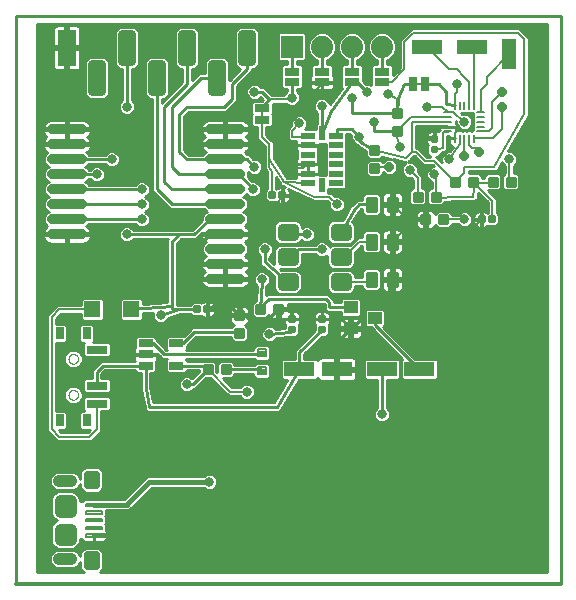
<source format=gtl>
G75*
%MOIN*%
%OFA0B0*%
%FSLAX25Y25*%
%IPPOS*%
%LPD*%
%AMOC8*
5,1,8,0,0,1.08239X$1,22.5*
%
%ADD10C,0.01000*%
%ADD11C,0.01200*%
%ADD12R,0.10000X0.05000*%
%ADD13C,0.01250*%
%ADD14R,0.05000X0.10000*%
%ADD15C,0.02953*%
%ADD16R,0.05500X0.05500*%
%ADD17C,0.00750*%
%ADD18C,0.03000*%
%ADD19R,0.06000X0.12000*%
%ADD20R,0.07400X0.07400*%
%ADD21C,0.07400*%
%ADD22C,0.00875*%
%ADD23C,0.00800*%
%ADD24R,0.02500X0.05000*%
%ADD25R,0.05000X0.02500*%
%ADD26R,0.07087X0.02756*%
%ADD27R,0.02756X0.04000*%
%ADD28C,0.00000*%
%ADD29C,0.03200*%
%ADD30R,0.04500X0.04000*%
%ADD31R,0.04724X0.01969*%
%ADD32R,0.01969X0.04724*%
%ADD33C,0.00787*%
%ADD34R,0.04724X0.02717*%
%ADD35C,0.04000*%
%ADD36C,0.02756*%
%ADD37C,0.03740*%
%ADD38C,0.03169*%
%ADD39C,0.00700*%
%ADD40C,0.01600*%
%ADD41OC8,0.03169*%
%ADD42C,0.00600*%
D10*
X0001600Y0001600D02*
X0001600Y0190950D01*
X0183450Y0190950D01*
X0183450Y0001600D01*
X0178726Y0005616D02*
X0029835Y0005616D01*
X0030524Y0006305D01*
X0030901Y0007215D01*
X0030901Y0011744D01*
X0030524Y0012655D01*
X0029826Y0013352D01*
X0028916Y0013730D01*
X0025174Y0013730D01*
X0024263Y0013352D01*
X0023566Y0012655D01*
X0023189Y0011744D01*
X0023189Y0010745D01*
X0022823Y0011630D01*
X0021950Y0012502D01*
X0020811Y0012974D01*
X0015578Y0012974D01*
X0014438Y0012502D01*
X0013566Y0011630D01*
X0013094Y0010490D01*
X0013094Y0009257D01*
X0013566Y0008118D01*
X0014438Y0007246D01*
X0015578Y0006774D01*
X0020811Y0006774D01*
X0021950Y0007246D01*
X0022823Y0008118D01*
X0023189Y0009002D01*
X0023189Y0007215D01*
X0023566Y0006305D01*
X0024255Y0005616D01*
X0008726Y0005616D01*
X0008726Y0188116D01*
X0178726Y0188116D01*
X0178726Y0005616D01*
X0178726Y0006406D02*
X0030565Y0006406D01*
X0030901Y0007404D02*
X0178726Y0007404D01*
X0178726Y0008403D02*
X0030901Y0008403D01*
X0030901Y0009401D02*
X0178726Y0009401D01*
X0178726Y0010400D02*
X0030901Y0010400D01*
X0030901Y0011398D02*
X0178726Y0011398D01*
X0178726Y0012397D02*
X0030631Y0012397D01*
X0029722Y0013395D02*
X0178726Y0013395D01*
X0178726Y0014394D02*
X0022388Y0014394D01*
X0022582Y0014589D02*
X0021747Y0013753D01*
X0020655Y0013301D01*
X0015734Y0013301D01*
X0014642Y0013753D01*
X0013806Y0014589D01*
X0013354Y0015680D01*
X0013354Y0020602D01*
X0013806Y0021694D01*
X0014642Y0022529D01*
X0015454Y0022866D01*
X0014642Y0023202D01*
X0013806Y0024038D01*
X0013354Y0025129D01*
X0013354Y0030051D01*
X0013806Y0031143D01*
X0014642Y0031978D01*
X0015734Y0032430D01*
X0020655Y0032430D01*
X0021747Y0031978D01*
X0022582Y0031143D01*
X0023035Y0030051D01*
X0023035Y0029271D01*
X0023964Y0029271D01*
X0024564Y0029871D01*
X0026942Y0029871D01*
X0026955Y0029884D01*
X0037807Y0029884D01*
X0044326Y0036403D01*
X0045439Y0037516D01*
X0064330Y0037516D01*
X0064705Y0037891D01*
X0065692Y0038300D01*
X0066760Y0038300D01*
X0067746Y0037891D01*
X0068502Y0037136D01*
X0068910Y0036150D01*
X0068910Y0035082D01*
X0068502Y0034095D01*
X0067746Y0033340D01*
X0066760Y0032931D01*
X0065692Y0032931D01*
X0064705Y0033340D01*
X0064330Y0033716D01*
X0047013Y0033716D01*
X0039513Y0026216D01*
X0039513Y0026216D01*
X0039381Y0026084D01*
X0031794Y0026084D01*
X0031794Y0024412D01*
X0031527Y0024145D01*
X0031794Y0023878D01*
X0031794Y0021853D01*
X0031527Y0021586D01*
X0031794Y0021319D01*
X0031794Y0019326D01*
X0031816Y0019304D01*
X0032065Y0018872D01*
X0032194Y0018391D01*
X0032194Y0017748D01*
X0027742Y0017748D01*
X0027742Y0017748D01*
X0032194Y0017748D01*
X0032194Y0017105D01*
X0032065Y0016623D01*
X0031816Y0016191D01*
X0031464Y0015839D01*
X0031032Y0015589D01*
X0030550Y0015460D01*
X0027742Y0015460D01*
X0027742Y0017748D01*
X0027742Y0017748D01*
X0027742Y0015460D01*
X0024933Y0015460D01*
X0024452Y0015589D01*
X0024020Y0015839D01*
X0023667Y0016191D01*
X0023512Y0016460D01*
X0023035Y0016460D01*
X0023035Y0015680D01*
X0022582Y0014589D01*
X0022915Y0015392D02*
X0178726Y0015392D01*
X0178726Y0016391D02*
X0031931Y0016391D01*
X0032194Y0017389D02*
X0178726Y0017389D01*
X0178726Y0018388D02*
X0032194Y0018388D01*
X0031794Y0019386D02*
X0178726Y0019386D01*
X0178726Y0020385D02*
X0031794Y0020385D01*
X0031730Y0021384D02*
X0178726Y0021384D01*
X0178726Y0022382D02*
X0031794Y0022382D01*
X0031794Y0023381D02*
X0178726Y0023381D01*
X0178726Y0024379D02*
X0031761Y0024379D01*
X0031794Y0025378D02*
X0178726Y0025378D01*
X0178726Y0026376D02*
X0039673Y0026376D01*
X0040672Y0027375D02*
X0178726Y0027375D01*
X0178726Y0028373D02*
X0041670Y0028373D01*
X0042669Y0029372D02*
X0178726Y0029372D01*
X0178726Y0030370D02*
X0043667Y0030370D01*
X0044666Y0031369D02*
X0178726Y0031369D01*
X0178726Y0032367D02*
X0045664Y0032367D01*
X0046663Y0033366D02*
X0064680Y0033366D01*
X0067772Y0033366D02*
X0178726Y0033366D01*
X0178726Y0034364D02*
X0068613Y0034364D01*
X0068910Y0035363D02*
X0178726Y0035363D01*
X0178726Y0036361D02*
X0068823Y0036361D01*
X0068278Y0037360D02*
X0178726Y0037360D01*
X0178726Y0038358D02*
X0030901Y0038358D01*
X0030901Y0038516D02*
X0030524Y0039427D01*
X0029826Y0040124D01*
X0028916Y0040501D01*
X0025174Y0040501D01*
X0024263Y0040124D01*
X0023566Y0039427D01*
X0023189Y0038516D01*
X0023189Y0036729D01*
X0022823Y0037614D01*
X0021950Y0038486D01*
X0020811Y0038958D01*
X0015578Y0038958D01*
X0014438Y0038486D01*
X0013566Y0037614D01*
X0013094Y0036474D01*
X0013094Y0035241D01*
X0013566Y0034102D01*
X0014438Y0033230D01*
X0015578Y0032758D01*
X0020811Y0032758D01*
X0021950Y0033230D01*
X0022823Y0034102D01*
X0023189Y0034987D01*
X0023189Y0033987D01*
X0023566Y0033076D01*
X0024263Y0032379D01*
X0025174Y0032002D01*
X0028916Y0032002D01*
X0029826Y0032379D01*
X0030524Y0033076D01*
X0030901Y0033987D01*
X0030901Y0038516D01*
X0030553Y0039357D02*
X0178726Y0039357D01*
X0178726Y0040355D02*
X0029268Y0040355D01*
X0030901Y0037360D02*
X0045283Y0037360D01*
X0044284Y0036361D02*
X0030901Y0036361D01*
X0030901Y0035363D02*
X0043286Y0035363D01*
X0042287Y0034364D02*
X0030901Y0034364D01*
X0030643Y0033366D02*
X0041289Y0033366D01*
X0040290Y0032367D02*
X0029797Y0032367D01*
X0024292Y0032367D02*
X0020808Y0032367D01*
X0022086Y0033366D02*
X0023446Y0033366D01*
X0023189Y0034364D02*
X0022931Y0034364D01*
X0022356Y0031369D02*
X0039292Y0031369D01*
X0038293Y0030370D02*
X0022902Y0030370D01*
X0023035Y0029372D02*
X0024064Y0029372D01*
X0023189Y0037360D02*
X0022928Y0037360D01*
X0023189Y0038358D02*
X0022078Y0038358D01*
X0023537Y0039357D02*
X0008726Y0039357D01*
X0008726Y0040355D02*
X0024822Y0040355D01*
X0026847Y0049116D02*
X0015605Y0049116D01*
X0013105Y0051616D01*
X0012226Y0052494D01*
X0012226Y0091237D01*
X0014726Y0093737D01*
X0015605Y0094616D01*
X0023376Y0094616D01*
X0023376Y0096321D01*
X0024020Y0096966D01*
X0030432Y0096966D01*
X0031076Y0096321D01*
X0031076Y0089910D01*
X0030432Y0089266D01*
X0024020Y0089266D01*
X0023376Y0089910D01*
X0023376Y0091616D01*
X0016847Y0091616D01*
X0015226Y0089994D01*
X0015226Y0088216D01*
X0018158Y0088216D01*
X0018802Y0087571D01*
X0018802Y0082660D01*
X0018158Y0082016D01*
X0015226Y0082016D01*
X0015226Y0059216D01*
X0018158Y0059216D01*
X0018802Y0058571D01*
X0018802Y0053660D01*
X0018158Y0053016D01*
X0015947Y0053016D01*
X0016847Y0052116D01*
X0025605Y0052116D01*
X0026505Y0053016D01*
X0023546Y0053016D01*
X0022902Y0053660D01*
X0022902Y0058571D01*
X0023546Y0059216D01*
X0024562Y0059216D01*
X0023996Y0059782D01*
X0023996Y0063449D01*
X0024640Y0064094D01*
X0032638Y0064094D01*
X0033283Y0063449D01*
X0033283Y0059782D01*
X0032638Y0059138D01*
X0030139Y0059138D01*
X0030139Y0053824D01*
X0030226Y0053737D01*
X0030226Y0052494D01*
X0027726Y0049994D01*
X0026847Y0049116D01*
X0027073Y0049342D02*
X0178726Y0049342D01*
X0178726Y0050340D02*
X0028072Y0050340D01*
X0029070Y0051339D02*
X0178726Y0051339D01*
X0178726Y0052337D02*
X0030069Y0052337D01*
X0030226Y0053336D02*
X0178726Y0053336D01*
X0178726Y0054334D02*
X0030139Y0054334D01*
X0030139Y0055333D02*
X0178726Y0055333D01*
X0178726Y0056331D02*
X0125738Y0056331D01*
X0126002Y0056595D02*
X0126410Y0057582D01*
X0126410Y0058650D01*
X0126002Y0059636D01*
X0125326Y0060312D01*
X0125326Y0069516D01*
X0129182Y0069516D01*
X0129826Y0070160D01*
X0129826Y0076071D01*
X0129182Y0076716D01*
X0118270Y0076716D01*
X0117626Y0076071D01*
X0117626Y0070160D01*
X0118270Y0069516D01*
X0122126Y0069516D01*
X0122126Y0060312D01*
X0121450Y0059636D01*
X0121042Y0058650D01*
X0121042Y0057582D01*
X0121450Y0056595D01*
X0122205Y0055840D01*
X0123192Y0055431D01*
X0124260Y0055431D01*
X0125246Y0055840D01*
X0126002Y0056595D01*
X0126306Y0057330D02*
X0178726Y0057330D01*
X0178726Y0058328D02*
X0126410Y0058328D01*
X0126130Y0059327D02*
X0178726Y0059327D01*
X0178726Y0060325D02*
X0125326Y0060325D01*
X0125326Y0061324D02*
X0178726Y0061324D01*
X0178726Y0062322D02*
X0125326Y0062322D01*
X0125326Y0063321D02*
X0178726Y0063321D01*
X0178726Y0064320D02*
X0125326Y0064320D01*
X0125326Y0065318D02*
X0178726Y0065318D01*
X0178726Y0066317D02*
X0125326Y0066317D01*
X0125326Y0067315D02*
X0178726Y0067315D01*
X0178726Y0068314D02*
X0125326Y0068314D01*
X0125326Y0069312D02*
X0178726Y0069312D01*
X0178726Y0070311D02*
X0142326Y0070311D01*
X0142326Y0070160D02*
X0142326Y0076071D01*
X0141682Y0076716D01*
X0134889Y0076716D01*
X0124229Y0087376D01*
X0124639Y0087786D01*
X0124639Y0092697D01*
X0123995Y0093342D01*
X0118583Y0093342D01*
X0117939Y0092697D01*
X0117939Y0087786D01*
X0118583Y0087142D01*
X0119937Y0087142D01*
X0130567Y0076512D01*
X0130126Y0076071D01*
X0130126Y0070160D01*
X0130770Y0069516D01*
X0141682Y0069516D01*
X0142326Y0070160D01*
X0142326Y0071309D02*
X0178726Y0071309D01*
X0178726Y0072308D02*
X0142326Y0072308D01*
X0142326Y0073306D02*
X0178726Y0073306D01*
X0178726Y0074305D02*
X0142326Y0074305D01*
X0142326Y0075303D02*
X0178726Y0075303D01*
X0178726Y0076302D02*
X0142096Y0076302D01*
X0136226Y0073116D02*
X0121289Y0088053D01*
X0121289Y0090242D01*
X0117939Y0090281D02*
X0106476Y0090281D01*
X0106476Y0089991D02*
X0106476Y0090771D01*
X0106331Y0091311D01*
X0106051Y0091796D01*
X0105656Y0092191D01*
X0105171Y0092471D01*
X0104631Y0092616D01*
X0103851Y0092616D01*
X0103851Y0089991D01*
X0103601Y0089991D01*
X0103601Y0092616D01*
X0102821Y0092616D01*
X0102281Y0092471D01*
X0101796Y0092191D01*
X0101401Y0091796D01*
X0101121Y0091311D01*
X0100976Y0090771D01*
X0100976Y0089991D01*
X0103601Y0089991D01*
X0103601Y0089741D01*
X0100976Y0089741D01*
X0100976Y0088961D01*
X0101121Y0088421D01*
X0101401Y0087936D01*
X0101504Y0087833D01*
X0101376Y0087705D01*
X0101376Y0086278D01*
X0094626Y0079528D01*
X0094626Y0076716D01*
X0090770Y0076716D01*
X0090126Y0076071D01*
X0090126Y0070160D01*
X0090770Y0069516D01*
X0092200Y0069516D01*
X0087820Y0062216D01*
X0047530Y0062216D01*
X0046526Y0067079D01*
X0046526Y0071898D01*
X0047744Y0071898D01*
X0048389Y0072542D01*
X0048389Y0075716D01*
X0048489Y0075817D01*
X0048686Y0076159D01*
X0048789Y0076540D01*
X0048789Y0077917D01*
X0045106Y0077917D01*
X0045106Y0078275D01*
X0048789Y0078275D01*
X0048789Y0078290D01*
X0049626Y0077453D01*
X0050563Y0076516D01*
X0052047Y0076516D01*
X0051701Y0076170D01*
X0051701Y0072542D01*
X0052346Y0071898D01*
X0057981Y0071898D01*
X0058626Y0072542D01*
X0058626Y0072756D01*
X0062876Y0072756D01*
X0062876Y0072528D01*
X0060493Y0070145D01*
X0060246Y0070391D01*
X0059260Y0070800D01*
X0058192Y0070800D01*
X0057205Y0070391D01*
X0056450Y0069636D01*
X0056042Y0068650D01*
X0056042Y0067582D01*
X0056450Y0066595D01*
X0057205Y0065840D01*
X0058192Y0065431D01*
X0059260Y0065431D01*
X0060246Y0065840D01*
X0060922Y0066516D01*
X0061389Y0066516D01*
X0065139Y0070266D01*
X0066455Y0070266D01*
X0072605Y0064116D01*
X0076442Y0064116D01*
X0076450Y0064095D01*
X0077205Y0063340D01*
X0078192Y0062931D01*
X0079260Y0062931D01*
X0080246Y0063340D01*
X0081002Y0064095D01*
X0081410Y0065082D01*
X0081410Y0066150D01*
X0081002Y0067136D01*
X0080246Y0067891D01*
X0079260Y0068300D01*
X0078192Y0068300D01*
X0077205Y0067891D01*
X0076450Y0067136D01*
X0076442Y0067116D01*
X0073847Y0067116D01*
X0070697Y0070266D01*
X0073675Y0070266D01*
X0074576Y0071166D01*
X0074576Y0071516D01*
X0080876Y0071516D01*
X0080876Y0070880D01*
X0081740Y0070016D01*
X0085712Y0070016D01*
X0086576Y0070880D01*
X0086576Y0074352D01*
X0085712Y0075216D01*
X0081740Y0075216D01*
X0081240Y0074716D01*
X0074576Y0074716D01*
X0074576Y0075065D01*
X0073675Y0075966D01*
X0069777Y0075966D01*
X0068876Y0075065D01*
X0068876Y0072087D01*
X0068576Y0072387D01*
X0068576Y0075065D01*
X0067675Y0075966D01*
X0063777Y0075966D01*
X0063767Y0075956D01*
X0058626Y0075956D01*
X0058626Y0076170D01*
X0058280Y0076516D01*
X0081240Y0076516D01*
X0081740Y0076016D01*
X0085712Y0076016D01*
X0086576Y0076880D01*
X0086576Y0080352D01*
X0085712Y0081216D01*
X0081740Y0081216D01*
X0080876Y0080352D01*
X0080876Y0079716D01*
X0058319Y0079716D01*
X0058626Y0080022D01*
X0058626Y0080753D01*
X0061889Y0084016D01*
X0073376Y0084016D01*
X0073376Y0083166D01*
X0074277Y0082266D01*
X0078175Y0082266D01*
X0079076Y0083166D01*
X0079076Y0087065D01*
X0078175Y0087966D01*
X0078167Y0087966D01*
X0078286Y0087998D01*
X0078728Y0088253D01*
X0079089Y0088614D01*
X0079344Y0089055D01*
X0079476Y0089548D01*
X0079476Y0090741D01*
X0076601Y0090741D01*
X0076601Y0091491D01*
X0075851Y0091491D01*
X0075851Y0094366D01*
X0074658Y0094366D01*
X0074166Y0094234D01*
X0073724Y0093979D01*
X0073363Y0093618D01*
X0073108Y0093176D01*
X0072976Y0092683D01*
X0072976Y0091491D01*
X0075851Y0091491D01*
X0075851Y0090741D01*
X0072976Y0090741D01*
X0072976Y0089548D01*
X0073108Y0089055D01*
X0073363Y0088614D01*
X0073724Y0088253D01*
X0074166Y0087998D01*
X0074285Y0087966D01*
X0074277Y0087966D01*
X0073527Y0087216D01*
X0060563Y0087216D01*
X0059626Y0086278D01*
X0057642Y0084294D01*
X0052346Y0084294D01*
X0051701Y0083650D01*
X0051701Y0080022D01*
X0052008Y0079716D01*
X0051889Y0079716D01*
X0048389Y0083216D01*
X0048389Y0083650D01*
X0047744Y0084294D01*
X0042109Y0084294D01*
X0041464Y0083650D01*
X0041464Y0080476D01*
X0041364Y0080375D01*
X0041166Y0080033D01*
X0041064Y0079652D01*
X0041064Y0078275D01*
X0044747Y0078275D01*
X0044747Y0077917D01*
X0041064Y0077917D01*
X0041064Y0076540D01*
X0041166Y0076159D01*
X0041278Y0075966D01*
X0030063Y0075966D01*
X0029126Y0075028D01*
X0027039Y0072942D01*
X0027039Y0070094D01*
X0024640Y0070094D01*
X0023996Y0069449D01*
X0023996Y0065782D01*
X0024640Y0065138D01*
X0032638Y0065138D01*
X0033283Y0065782D01*
X0033283Y0069449D01*
X0032638Y0070094D01*
X0030239Y0070094D01*
X0030239Y0071616D01*
X0031389Y0072766D01*
X0041464Y0072766D01*
X0041464Y0072542D01*
X0042109Y0071898D01*
X0043326Y0071898D01*
X0043326Y0067395D01*
X0043225Y0067241D01*
X0043326Y0066752D01*
X0043326Y0066253D01*
X0043456Y0066123D01*
X0044626Y0060452D01*
X0044626Y0059953D01*
X0044756Y0059823D01*
X0044793Y0059643D01*
X0045210Y0059369D01*
X0045563Y0059016D01*
X0045747Y0059016D01*
X0045900Y0058915D01*
X0046389Y0059016D01*
X0088283Y0059016D01*
X0088471Y0058903D01*
X0088923Y0059016D01*
X0089389Y0059016D01*
X0089544Y0059171D01*
X0089757Y0059224D01*
X0089997Y0059624D01*
X0090326Y0059953D01*
X0090326Y0060173D01*
X0095932Y0069516D01*
X0101682Y0069516D01*
X0102302Y0070136D01*
X0102328Y0070037D01*
X0102526Y0069695D01*
X0102805Y0069415D01*
X0103147Y0069218D01*
X0103528Y0069116D01*
X0108226Y0069116D01*
X0108226Y0072616D01*
X0109226Y0072616D01*
X0109226Y0073616D01*
X0108226Y0073616D01*
X0108226Y0077116D01*
X0103528Y0077116D01*
X0103147Y0077014D01*
X0102805Y0076816D01*
X0102526Y0076537D01*
X0102328Y0076195D01*
X0102302Y0076096D01*
X0101682Y0076716D01*
X0097826Y0076716D01*
X0097826Y0078203D01*
X0103639Y0084016D01*
X0105066Y0084016D01*
X0106076Y0085026D01*
X0106076Y0087705D01*
X0105948Y0087833D01*
X0106051Y0087936D01*
X0106331Y0088421D01*
X0106476Y0088961D01*
X0106476Y0089741D01*
X0103851Y0089741D01*
X0103851Y0089991D01*
X0106476Y0089991D01*
X0106476Y0089282D02*
X0109631Y0089282D01*
X0109641Y0089321D02*
X0109539Y0088939D01*
X0109539Y0087242D01*
X0112789Y0087242D01*
X0112789Y0090242D01*
X0110841Y0090242D01*
X0110460Y0090139D01*
X0110118Y0089942D01*
X0109839Y0089663D01*
X0109641Y0089321D01*
X0110165Y0089866D02*
X0113289Y0086742D01*
X0108726Y0082179D01*
X0108726Y0073116D01*
X0109226Y0073306D02*
X0117626Y0073306D01*
X0117626Y0072308D02*
X0115226Y0072308D01*
X0115226Y0072616D02*
X0109226Y0072616D01*
X0109226Y0069116D01*
X0113923Y0069116D01*
X0114305Y0069218D01*
X0114647Y0069415D01*
X0114926Y0069695D01*
X0115124Y0070037D01*
X0115226Y0070418D01*
X0115226Y0072616D01*
X0115226Y0073616D02*
X0115226Y0075813D01*
X0115124Y0076195D01*
X0114926Y0076537D01*
X0114647Y0076816D01*
X0114305Y0077014D01*
X0113923Y0077116D01*
X0109226Y0077116D01*
X0109226Y0073616D01*
X0115226Y0073616D01*
X0115226Y0074305D02*
X0117626Y0074305D01*
X0117626Y0075303D02*
X0115226Y0075303D01*
X0115062Y0076302D02*
X0117856Y0076302D01*
X0117626Y0071309D02*
X0115226Y0071309D01*
X0115197Y0070311D02*
X0117626Y0070311D01*
X0114468Y0069312D02*
X0122126Y0069312D01*
X0122126Y0068314D02*
X0095211Y0068314D01*
X0095810Y0069312D02*
X0102984Y0069312D01*
X0108226Y0069312D02*
X0109226Y0069312D01*
X0109226Y0070311D02*
X0108226Y0070311D01*
X0108226Y0071309D02*
X0109226Y0071309D01*
X0109226Y0072308D02*
X0108226Y0072308D01*
X0108226Y0074305D02*
X0109226Y0074305D01*
X0109226Y0075303D02*
X0108226Y0075303D01*
X0108226Y0076302D02*
X0109226Y0076302D01*
X0102390Y0076302D02*
X0102096Y0076302D01*
X0098920Y0079297D02*
X0127782Y0079297D01*
X0128780Y0078299D02*
X0097922Y0078299D01*
X0097826Y0077300D02*
X0129779Y0077300D01*
X0129596Y0076302D02*
X0130356Y0076302D01*
X0130126Y0075303D02*
X0129826Y0075303D01*
X0129826Y0074305D02*
X0130126Y0074305D01*
X0130126Y0073306D02*
X0129826Y0073306D01*
X0129826Y0072308D02*
X0130126Y0072308D01*
X0130126Y0071309D02*
X0129826Y0071309D01*
X0129826Y0070311D02*
X0130126Y0070311D01*
X0123726Y0073116D02*
X0123726Y0058116D01*
X0121714Y0056331D02*
X0030139Y0056331D01*
X0030139Y0057330D02*
X0121146Y0057330D01*
X0121042Y0058328D02*
X0030139Y0058328D01*
X0032827Y0059327D02*
X0045252Y0059327D01*
X0044626Y0060325D02*
X0033283Y0060325D01*
X0033283Y0061324D02*
X0044446Y0061324D01*
X0044240Y0062322D02*
X0033283Y0062322D01*
X0033283Y0063321D02*
X0044034Y0063321D01*
X0043828Y0064320D02*
X0023952Y0064320D01*
X0023952Y0063999D02*
X0023480Y0062860D01*
X0022608Y0061988D01*
X0021469Y0061516D01*
X0020235Y0061516D01*
X0019096Y0061988D01*
X0018224Y0062860D01*
X0017752Y0063999D01*
X0017752Y0065232D01*
X0018224Y0066372D01*
X0019096Y0067244D01*
X0020235Y0067716D01*
X0021469Y0067716D01*
X0022608Y0067244D01*
X0023480Y0066372D01*
X0023952Y0065232D01*
X0023952Y0063999D01*
X0023996Y0063321D02*
X0023671Y0063321D01*
X0023996Y0062322D02*
X0022943Y0062322D01*
X0023996Y0061324D02*
X0015226Y0061324D01*
X0015226Y0062322D02*
X0018761Y0062322D01*
X0018033Y0063321D02*
X0015226Y0063321D01*
X0015226Y0064320D02*
X0017752Y0064320D01*
X0017787Y0065318D02*
X0015226Y0065318D01*
X0015226Y0066317D02*
X0018201Y0066317D01*
X0019268Y0067315D02*
X0015226Y0067315D01*
X0015226Y0068314D02*
X0023996Y0068314D01*
X0023996Y0069312D02*
X0015226Y0069312D01*
X0015226Y0070311D02*
X0027039Y0070311D01*
X0027039Y0071309D02*
X0015226Y0071309D01*
X0015226Y0072308D02*
X0027039Y0072308D01*
X0027404Y0073306D02*
X0015226Y0073306D01*
X0015226Y0074305D02*
X0018779Y0074305D01*
X0019096Y0073988D02*
X0020235Y0073516D01*
X0021469Y0073516D01*
X0022608Y0073988D01*
X0023480Y0074860D01*
X0023952Y0075999D01*
X0023952Y0077232D01*
X0023480Y0078372D01*
X0022608Y0079244D01*
X0021469Y0079716D01*
X0020235Y0079716D01*
X0019096Y0079244D01*
X0018224Y0078372D01*
X0017752Y0077232D01*
X0017752Y0075999D01*
X0018224Y0074860D01*
X0019096Y0073988D01*
X0018040Y0075303D02*
X0015226Y0075303D01*
X0015226Y0076302D02*
X0017752Y0076302D01*
X0017780Y0077300D02*
X0015226Y0077300D01*
X0015226Y0078299D02*
X0018194Y0078299D01*
X0019225Y0079297D02*
X0015226Y0079297D01*
X0015226Y0080296D02*
X0023996Y0080296D01*
X0023996Y0081294D02*
X0015226Y0081294D01*
X0018435Y0082293D02*
X0023269Y0082293D01*
X0023546Y0082016D02*
X0024562Y0082016D01*
X0023996Y0081449D01*
X0023996Y0077782D01*
X0024640Y0077138D01*
X0032638Y0077138D01*
X0033283Y0077782D01*
X0033283Y0081449D01*
X0032638Y0082094D01*
X0027291Y0082094D01*
X0027857Y0082660D01*
X0027857Y0087571D01*
X0027213Y0088216D01*
X0023546Y0088216D01*
X0022902Y0087571D01*
X0022902Y0082660D01*
X0023546Y0082016D01*
X0022902Y0083291D02*
X0018802Y0083291D01*
X0018802Y0084290D02*
X0022902Y0084290D01*
X0022902Y0085288D02*
X0018802Y0085288D01*
X0018802Y0086287D02*
X0022902Y0086287D01*
X0022902Y0087285D02*
X0018802Y0087285D01*
X0015226Y0088284D02*
X0073693Y0088284D01*
X0073596Y0087285D02*
X0027857Y0087285D01*
X0027857Y0086287D02*
X0059634Y0086287D01*
X0058636Y0085288D02*
X0027857Y0085288D01*
X0027857Y0084290D02*
X0042104Y0084290D01*
X0041464Y0083291D02*
X0027857Y0083291D01*
X0027490Y0082293D02*
X0041464Y0082293D01*
X0041464Y0081294D02*
X0033283Y0081294D01*
X0033283Y0080296D02*
X0041318Y0080296D01*
X0041064Y0079297D02*
X0033283Y0079297D01*
X0033283Y0078299D02*
X0041064Y0078299D01*
X0041246Y0078096D02*
X0038726Y0080616D01*
X0038726Y0085616D01*
X0041226Y0088116D01*
X0063726Y0088116D01*
X0065476Y0089866D01*
X0065476Y0093116D01*
X0071526Y0096666D01*
X0071526Y0095816D01*
X0076226Y0091116D01*
X0078226Y0091116D01*
X0081226Y0088116D01*
X0086226Y0088116D01*
X0086226Y0090116D01*
X0089226Y0093116D01*
X0092976Y0093116D01*
X0093726Y0089866D01*
X0103726Y0089866D01*
X0110165Y0089866D01*
X0110583Y0090642D02*
X0109939Y0091286D01*
X0109939Y0092266D01*
X0105563Y0092266D01*
X0104626Y0093203D01*
X0104626Y0094953D01*
X0104563Y0095016D01*
X0092387Y0095016D01*
X0092476Y0094683D01*
X0092476Y0093491D01*
X0089601Y0093491D01*
X0089601Y0092741D01*
X0092476Y0092741D01*
X0092476Y0092523D01*
X0092821Y0092616D01*
X0093601Y0092616D01*
X0093601Y0089991D01*
X0093851Y0089991D01*
X0093851Y0092616D01*
X0094631Y0092616D01*
X0095171Y0092471D01*
X0095656Y0092191D01*
X0096051Y0091796D01*
X0096331Y0091311D01*
X0096476Y0090771D01*
X0096476Y0089991D01*
X0093851Y0089991D01*
X0093851Y0089741D01*
X0096476Y0089741D01*
X0096476Y0088961D01*
X0096331Y0088421D01*
X0096051Y0087936D01*
X0095948Y0087833D01*
X0096076Y0087705D01*
X0096076Y0085026D01*
X0095066Y0084016D01*
X0093065Y0084016D01*
X0088573Y0083517D01*
X0088502Y0083345D01*
X0087746Y0082590D01*
X0086760Y0082181D01*
X0085692Y0082181D01*
X0084705Y0082590D01*
X0083950Y0083345D01*
X0083542Y0084332D01*
X0083542Y0085400D01*
X0083950Y0086386D01*
X0084705Y0087141D01*
X0085692Y0087550D01*
X0086760Y0087550D01*
X0087746Y0087141D01*
X0088194Y0086694D01*
X0091376Y0087048D01*
X0091376Y0087705D01*
X0091504Y0087833D01*
X0091401Y0087936D01*
X0091121Y0088421D01*
X0090976Y0088961D01*
X0090976Y0089741D01*
X0093601Y0089741D01*
X0093601Y0089991D01*
X0091260Y0089991D01*
X0090794Y0089866D01*
X0089601Y0089866D01*
X0089601Y0092741D01*
X0088851Y0092741D01*
X0088851Y0089866D01*
X0087658Y0089866D01*
X0087166Y0089998D01*
X0086724Y0090253D01*
X0086363Y0090614D01*
X0086108Y0091055D01*
X0086076Y0091175D01*
X0086076Y0091166D01*
X0085175Y0090266D01*
X0081277Y0090266D01*
X0080376Y0091166D01*
X0080376Y0095065D01*
X0081277Y0095966D01*
X0081774Y0095966D01*
X0082039Y0101007D01*
X0081450Y0101595D01*
X0081042Y0102582D01*
X0081042Y0103650D01*
X0081450Y0104636D01*
X0082205Y0105391D01*
X0083192Y0105800D01*
X0084260Y0105800D01*
X0085246Y0105391D01*
X0086002Y0104636D01*
X0086410Y0103650D01*
X0086410Y0102582D01*
X0086002Y0101595D01*
X0085246Y0100840D01*
X0085234Y0100835D01*
X0085085Y0097987D01*
X0085313Y0098216D01*
X0105889Y0098216D01*
X0106889Y0097216D01*
X0107826Y0096278D01*
X0107826Y0095466D01*
X0109939Y0095466D01*
X0109939Y0096197D01*
X0110583Y0096842D01*
X0115995Y0096842D01*
X0116639Y0096197D01*
X0116639Y0091286D01*
X0115995Y0090642D01*
X0110583Y0090642D01*
X0109946Y0091279D02*
X0106340Y0091279D01*
X0105551Y0092278D02*
X0105506Y0092278D01*
X0104626Y0093276D02*
X0089601Y0093276D01*
X0089601Y0092278D02*
X0088851Y0092278D01*
X0088851Y0091279D02*
X0089601Y0091279D01*
X0089601Y0090281D02*
X0088851Y0090281D01*
X0086696Y0090281D02*
X0085190Y0090281D01*
X0085053Y0087285D02*
X0078856Y0087285D01*
X0078759Y0088284D02*
X0091200Y0088284D01*
X0091376Y0087285D02*
X0087399Y0087285D01*
X0086226Y0084866D02*
X0092976Y0085616D01*
X0093726Y0086366D01*
X0096076Y0086287D02*
X0101376Y0086287D01*
X0101376Y0087285D02*
X0096076Y0087285D01*
X0096252Y0088284D02*
X0101200Y0088284D01*
X0100976Y0089282D02*
X0096476Y0089282D01*
X0096476Y0090281D02*
X0100976Y0090281D01*
X0101112Y0091279D02*
X0096340Y0091279D01*
X0095506Y0092278D02*
X0101946Y0092278D01*
X0103601Y0092278D02*
X0103851Y0092278D01*
X0103851Y0091279D02*
X0103601Y0091279D01*
X0103601Y0090281D02*
X0103851Y0090281D01*
X0106252Y0088284D02*
X0109539Y0088284D01*
X0109539Y0087285D02*
X0106076Y0087285D01*
X0106076Y0086287D02*
X0112789Y0086287D01*
X0112789Y0086242D02*
X0109539Y0086242D01*
X0109539Y0084544D01*
X0109641Y0084163D01*
X0109839Y0083821D01*
X0110118Y0083541D01*
X0110460Y0083344D01*
X0110841Y0083242D01*
X0112789Y0083242D01*
X0112789Y0086242D01*
X0112789Y0087242D01*
X0113789Y0087242D01*
X0113789Y0090242D01*
X0115736Y0090242D01*
X0116118Y0090139D01*
X0116460Y0089942D01*
X0116739Y0089663D01*
X0116937Y0089321D01*
X0117039Y0088939D01*
X0117039Y0087242D01*
X0113789Y0087242D01*
X0113789Y0086242D01*
X0117039Y0086242D01*
X0117039Y0084544D01*
X0116937Y0084163D01*
X0116739Y0083821D01*
X0116460Y0083541D01*
X0116118Y0083344D01*
X0115736Y0083242D01*
X0113789Y0083242D01*
X0113789Y0086242D01*
X0112789Y0086242D01*
X0113289Y0086742D02*
X0113602Y0086742D01*
X0116976Y0090116D01*
X0116976Y0093866D01*
X0121226Y0098116D01*
X0126226Y0098116D01*
X0126226Y0102116D01*
X0127226Y0103116D01*
X0128726Y0100866D02*
X0125726Y0100866D01*
X0125726Y0105366D01*
X0128726Y0105366D01*
X0128726Y0100866D01*
X0128726Y0101865D02*
X0125726Y0101865D01*
X0125726Y0102864D02*
X0128726Y0102864D01*
X0128726Y0103863D02*
X0125726Y0103863D01*
X0125726Y0104862D02*
X0128726Y0104862D01*
X0127726Y0105258D02*
X0126726Y0105258D01*
X0126726Y0104260D02*
X0127726Y0104260D01*
X0127726Y0103616D02*
X0126726Y0103616D01*
X0126726Y0107366D01*
X0125463Y0107366D01*
X0124954Y0107229D01*
X0124498Y0106966D01*
X0124126Y0106594D01*
X0123862Y0106138D01*
X0123726Y0105629D01*
X0123726Y0103616D01*
X0126726Y0103616D01*
X0126726Y0102616D01*
X0123726Y0102616D01*
X0123726Y0100602D01*
X0123862Y0100094D01*
X0124126Y0099638D01*
X0124498Y0099265D01*
X0124954Y0099002D01*
X0125463Y0098866D01*
X0126726Y0098866D01*
X0126726Y0102616D01*
X0127726Y0102616D01*
X0127726Y0103616D01*
X0127726Y0107366D01*
X0128989Y0107366D01*
X0129498Y0107229D01*
X0129954Y0106966D01*
X0130326Y0106594D01*
X0130590Y0106138D01*
X0130726Y0105629D01*
X0130726Y0103616D01*
X0127726Y0103616D01*
X0127726Y0103261D02*
X0178726Y0103261D01*
X0178726Y0102263D02*
X0130726Y0102263D01*
X0130726Y0102616D02*
X0130726Y0100602D01*
X0130590Y0100094D01*
X0130326Y0099638D01*
X0129954Y0099265D01*
X0129498Y0099002D01*
X0128989Y0098866D01*
X0127726Y0098866D01*
X0127726Y0102616D01*
X0130726Y0102616D01*
X0130726Y0101264D02*
X0178726Y0101264D01*
X0178726Y0100266D02*
X0130636Y0100266D01*
X0129956Y0099267D02*
X0178726Y0099267D01*
X0178726Y0098269D02*
X0085099Y0098269D01*
X0085152Y0099267D02*
X0088261Y0099267D01*
X0088117Y0099412D02*
X0088841Y0098687D01*
X0089788Y0098295D01*
X0094947Y0098295D01*
X0095894Y0098687D01*
X0096619Y0099412D01*
X0097011Y0100359D01*
X0097011Y0104337D01*
X0096619Y0105284D01*
X0095894Y0106009D01*
X0094947Y0106401D01*
X0090027Y0106401D01*
X0089834Y0106563D01*
X0094947Y0106563D01*
X0095894Y0106955D01*
X0096619Y0107680D01*
X0097011Y0108627D01*
X0097011Y0111516D01*
X0101530Y0111516D01*
X0102205Y0110840D01*
X0103192Y0110431D01*
X0104260Y0110431D01*
X0105246Y0110840D01*
X0105441Y0111035D01*
X0105441Y0108627D01*
X0105833Y0107680D01*
X0106558Y0106955D01*
X0107505Y0106563D01*
X0112664Y0106563D01*
X0113611Y0106955D01*
X0114335Y0107680D01*
X0114728Y0108627D01*
X0114728Y0111996D01*
X0116847Y0114116D01*
X0117126Y0114116D01*
X0117126Y0112703D01*
X0118063Y0111766D01*
X0122389Y0111766D01*
X0123326Y0112703D01*
X0123326Y0118528D01*
X0122389Y0119466D01*
X0118063Y0119466D01*
X0117126Y0118528D01*
X0117126Y0117116D01*
X0115605Y0117116D01*
X0114726Y0116237D01*
X0113013Y0114524D01*
X0112664Y0114668D01*
X0107505Y0114668D01*
X0106558Y0114276D01*
X0106270Y0113988D01*
X0106002Y0114636D01*
X0105246Y0115391D01*
X0104260Y0115800D01*
X0103192Y0115800D01*
X0102205Y0115391D01*
X0101530Y0114716D01*
X0096395Y0114716D01*
X0095912Y0114819D01*
X0095753Y0114716D01*
X0095563Y0114716D01*
X0095349Y0114502D01*
X0094947Y0114668D01*
X0089788Y0114668D01*
X0088841Y0114276D01*
X0088117Y0113552D01*
X0087724Y0112605D01*
X0087724Y0108627D01*
X0087911Y0108176D01*
X0086222Y0109593D01*
X0086260Y0110853D01*
X0087002Y0111595D01*
X0087410Y0112582D01*
X0087410Y0113650D01*
X0087002Y0114636D01*
X0086246Y0115391D01*
X0085260Y0115800D01*
X0084192Y0115800D01*
X0083205Y0115391D01*
X0082450Y0114636D01*
X0082042Y0113650D01*
X0082042Y0112582D01*
X0082450Y0111595D01*
X0083062Y0110984D01*
X0083017Y0109469D01*
X0082948Y0109386D01*
X0082998Y0108820D01*
X0082981Y0108251D01*
X0083055Y0108173D01*
X0083064Y0108066D01*
X0083500Y0107700D01*
X0083890Y0107286D01*
X0083997Y0107283D01*
X0087724Y0104155D01*
X0087724Y0100359D01*
X0088117Y0099412D01*
X0087763Y0100266D02*
X0085204Y0100266D01*
X0085671Y0101264D02*
X0087724Y0101264D01*
X0087724Y0102263D02*
X0086278Y0102263D01*
X0086410Y0103261D02*
X0087724Y0103261D01*
X0087600Y0104260D02*
X0086157Y0104260D01*
X0086410Y0105258D02*
X0085379Y0105258D01*
X0085220Y0106257D02*
X0078946Y0106257D01*
X0078934Y0106240D02*
X0079273Y0106747D01*
X0079507Y0107312D01*
X0079626Y0107910D01*
X0079626Y0107916D01*
X0071826Y0107916D01*
X0071826Y0108516D01*
X0079626Y0108516D01*
X0079626Y0108521D01*
X0079507Y0109120D01*
X0079273Y0109684D01*
X0078934Y0110192D01*
X0078502Y0110624D01*
X0078051Y0110925D01*
X0078055Y0110927D01*
X0078815Y0111686D01*
X0079226Y0112679D01*
X0079226Y0113753D01*
X0078815Y0114745D01*
X0078055Y0115505D01*
X0078051Y0115506D01*
X0078502Y0115808D01*
X0078934Y0116240D01*
X0079273Y0116747D01*
X0079507Y0117312D01*
X0079626Y0117910D01*
X0079626Y0117916D01*
X0071826Y0117916D01*
X0071826Y0118516D01*
X0079626Y0118516D01*
X0079626Y0118521D01*
X0079507Y0119120D01*
X0079273Y0119684D01*
X0078934Y0120192D01*
X0078502Y0120624D01*
X0078051Y0120925D01*
X0078055Y0120927D01*
X0078815Y0121686D01*
X0079226Y0122679D01*
X0079226Y0123753D01*
X0078815Y0124745D01*
X0078055Y0125505D01*
X0077546Y0125716D01*
X0078055Y0125927D01*
X0078815Y0126686D01*
X0079226Y0127679D01*
X0079226Y0128753D01*
X0078815Y0129745D01*
X0078055Y0130505D01*
X0077546Y0130716D01*
X0078055Y0130927D01*
X0078587Y0131459D01*
X0079205Y0130840D01*
X0080192Y0130431D01*
X0081260Y0130431D01*
X0082246Y0130840D01*
X0083002Y0131595D01*
X0083410Y0132582D01*
X0083410Y0133650D01*
X0083002Y0134636D01*
X0082246Y0135391D01*
X0081260Y0135800D01*
X0080460Y0135800D01*
X0079081Y0137328D01*
X0079226Y0137679D01*
X0079226Y0138753D01*
X0079179Y0138867D01*
X0079705Y0138340D01*
X0080692Y0137931D01*
X0081760Y0137931D01*
X0082746Y0138340D01*
X0083502Y0139095D01*
X0083910Y0140082D01*
X0083910Y0141150D01*
X0083502Y0142136D01*
X0082746Y0142891D01*
X0081760Y0143300D01*
X0080804Y0143300D01*
X0079289Y0144816D01*
X0078744Y0144816D01*
X0078055Y0145505D01*
X0078051Y0145506D01*
X0078502Y0145808D01*
X0078934Y0146240D01*
X0079273Y0146747D01*
X0079507Y0147312D01*
X0079626Y0147910D01*
X0079626Y0147916D01*
X0071826Y0147916D01*
X0071826Y0148516D01*
X0071226Y0148516D01*
X0071226Y0151316D01*
X0071226Y0152916D01*
X0063426Y0152916D01*
X0063426Y0152910D01*
X0063545Y0152312D01*
X0063779Y0151747D01*
X0064118Y0151240D01*
X0064550Y0150808D01*
X0064688Y0150716D01*
X0064550Y0150624D01*
X0064118Y0150192D01*
X0063779Y0149684D01*
X0063545Y0149120D01*
X0063426Y0148521D01*
X0063426Y0148516D01*
X0071226Y0148516D01*
X0071226Y0147916D01*
X0063426Y0147916D01*
X0063426Y0147910D01*
X0063545Y0147312D01*
X0063779Y0146747D01*
X0064118Y0146240D01*
X0064550Y0145808D01*
X0065001Y0145506D01*
X0064997Y0145505D01*
X0064237Y0144745D01*
X0064225Y0144716D01*
X0059389Y0144716D01*
X0057826Y0146278D01*
X0057826Y0157453D01*
X0059389Y0159016D01*
X0071889Y0159016D01*
X0072826Y0159953D01*
X0075326Y0162453D01*
X0075326Y0167453D01*
X0080326Y0172453D01*
X0080326Y0173142D01*
X0080743Y0173142D01*
X0081699Y0173538D01*
X0082430Y0174269D01*
X0082826Y0175225D01*
X0082826Y0185259D01*
X0082430Y0186215D01*
X0081699Y0186946D01*
X0080743Y0187342D01*
X0076709Y0187342D01*
X0075753Y0186946D01*
X0075022Y0186215D01*
X0074626Y0185259D01*
X0074626Y0175225D01*
X0075022Y0174269D01*
X0075753Y0173538D01*
X0076554Y0173206D01*
X0073063Y0169716D01*
X0072826Y0169478D01*
X0072826Y0175259D01*
X0072430Y0176215D01*
X0071699Y0176946D01*
X0070743Y0177342D01*
X0066709Y0177342D01*
X0065753Y0176946D01*
X0065022Y0176215D01*
X0064626Y0175259D01*
X0064626Y0171842D01*
X0062689Y0171842D01*
X0060326Y0169478D01*
X0060326Y0173142D01*
X0060743Y0173142D01*
X0061699Y0173538D01*
X0062430Y0174269D01*
X0062826Y0175225D01*
X0062826Y0185259D01*
X0062430Y0186215D01*
X0061699Y0186946D01*
X0060743Y0187342D01*
X0056709Y0187342D01*
X0055753Y0186946D01*
X0055022Y0186215D01*
X0054626Y0185259D01*
X0054626Y0175225D01*
X0055022Y0174269D01*
X0055753Y0173538D01*
X0056709Y0173142D01*
X0057126Y0173142D01*
X0057126Y0168778D01*
X0050563Y0162216D01*
X0050326Y0161978D01*
X0050326Y0163142D01*
X0050743Y0163142D01*
X0051699Y0163538D01*
X0052430Y0164269D01*
X0052826Y0165225D01*
X0052826Y0175259D01*
X0052430Y0176215D01*
X0051699Y0176946D01*
X0050743Y0177342D01*
X0046709Y0177342D01*
X0045753Y0176946D01*
X0045022Y0176215D01*
X0044626Y0175259D01*
X0044626Y0165225D01*
X0045022Y0164269D01*
X0045753Y0163538D01*
X0046709Y0163142D01*
X0047126Y0163142D01*
X0047126Y0132453D01*
X0052126Y0127453D01*
X0053063Y0126516D01*
X0064408Y0126516D01*
X0064997Y0125927D01*
X0065506Y0125716D01*
X0064997Y0125505D01*
X0064237Y0124745D01*
X0063826Y0123753D01*
X0063826Y0122978D01*
X0060563Y0119716D01*
X0040922Y0119716D01*
X0040246Y0120391D01*
X0039260Y0120800D01*
X0038192Y0120800D01*
X0037205Y0120391D01*
X0036450Y0119636D01*
X0036042Y0118650D01*
X0036042Y0117582D01*
X0036450Y0116595D01*
X0037205Y0115840D01*
X0038192Y0115431D01*
X0039260Y0115431D01*
X0040246Y0115840D01*
X0040922Y0116516D01*
X0052363Y0116516D01*
X0052126Y0116278D01*
X0052126Y0095602D01*
X0044076Y0095005D01*
X0044076Y0096321D01*
X0043432Y0096966D01*
X0037020Y0096966D01*
X0036376Y0096321D01*
X0036376Y0089910D01*
X0037020Y0089266D01*
X0043432Y0089266D01*
X0044076Y0089910D01*
X0044076Y0091797D01*
X0047456Y0092047D01*
X0047292Y0091650D01*
X0047292Y0090582D01*
X0047700Y0089595D01*
X0048455Y0088840D01*
X0049442Y0088431D01*
X0050510Y0088431D01*
X0051496Y0088840D01*
X0052252Y0089595D01*
X0052523Y0090251D01*
X0056476Y0091516D01*
X0059886Y0091516D01*
X0060636Y0090766D01*
X0063316Y0090766D01*
X0063443Y0090893D01*
X0063546Y0090790D01*
X0064031Y0090511D01*
X0064571Y0090366D01*
X0065351Y0090366D01*
X0065351Y0092991D01*
X0065601Y0092991D01*
X0065601Y0093241D01*
X0065351Y0093241D01*
X0065351Y0095866D01*
X0064571Y0095866D01*
X0064031Y0095721D01*
X0063546Y0095441D01*
X0063443Y0095338D01*
X0063316Y0095466D01*
X0060636Y0095466D01*
X0059886Y0094716D01*
X0056614Y0094716D01*
X0056370Y0094842D01*
X0055976Y0094716D01*
X0055326Y0094716D01*
X0055326Y0114953D01*
X0056889Y0116516D01*
X0061889Y0116516D01*
X0062826Y0117453D01*
X0063889Y0118516D01*
X0071226Y0118516D01*
X0071226Y0117916D01*
X0063426Y0117916D01*
X0063426Y0117910D01*
X0063545Y0117312D01*
X0063779Y0116747D01*
X0064118Y0116240D01*
X0064550Y0115808D01*
X0065001Y0115506D01*
X0064997Y0115505D01*
X0064237Y0114745D01*
X0063826Y0113753D01*
X0063826Y0112679D01*
X0064237Y0111686D01*
X0064997Y0110927D01*
X0065001Y0110925D01*
X0064550Y0110624D01*
X0064118Y0110192D01*
X0063779Y0109684D01*
X0063545Y0109120D01*
X0063426Y0108521D01*
X0063426Y0108516D01*
X0071226Y0108516D01*
X0071226Y0107916D01*
X0063426Y0107916D01*
X0063426Y0107910D01*
X0063545Y0107312D01*
X0063779Y0106747D01*
X0064118Y0106240D01*
X0064550Y0105808D01*
X0064688Y0105716D01*
X0064550Y0105624D01*
X0064118Y0105192D01*
X0063779Y0104684D01*
X0063545Y0104120D01*
X0063426Y0103521D01*
X0063426Y0103516D01*
X0071226Y0103516D01*
X0071226Y0105116D01*
X0071226Y0107916D01*
X0071826Y0107916D01*
X0071826Y0103516D01*
X0071226Y0103516D01*
X0071226Y0102916D01*
X0063426Y0102916D01*
X0063426Y0102910D01*
X0063545Y0102312D01*
X0063779Y0101747D01*
X0064118Y0101240D01*
X0064550Y0100808D01*
X0065058Y0100469D01*
X0065622Y0100235D01*
X0066221Y0100116D01*
X0071226Y0100116D01*
X0071226Y0102916D01*
X0071826Y0102916D01*
X0071826Y0103516D01*
X0079626Y0103516D01*
X0079626Y0103521D01*
X0079507Y0104120D01*
X0079273Y0104684D01*
X0078934Y0105192D01*
X0078502Y0105624D01*
X0078364Y0105716D01*
X0078502Y0105808D01*
X0078934Y0106240D01*
X0078867Y0105258D02*
X0082073Y0105258D01*
X0081295Y0104260D02*
X0079449Y0104260D01*
X0079626Y0102916D02*
X0071826Y0102916D01*
X0071826Y0100116D01*
X0076831Y0100116D01*
X0077430Y0100235D01*
X0077994Y0100469D01*
X0078502Y0100808D01*
X0078934Y0101240D01*
X0079273Y0101747D01*
X0079507Y0102312D01*
X0079626Y0102910D01*
X0079626Y0102916D01*
X0079487Y0102263D02*
X0081174Y0102263D01*
X0081042Y0103261D02*
X0071826Y0103261D01*
X0071526Y0103216D02*
X0071526Y0096666D01*
X0071226Y0100266D02*
X0071826Y0100266D01*
X0071826Y0101264D02*
X0071226Y0101264D01*
X0071226Y0102263D02*
X0071826Y0102263D01*
X0071526Y0103216D02*
X0071426Y0103316D01*
X0071426Y0108116D01*
X0071526Y0108216D01*
X0071426Y0108116D02*
X0058726Y0108116D01*
X0056226Y0110616D01*
X0056226Y0113116D01*
X0056226Y0105616D01*
X0058726Y0103116D01*
X0055326Y0103261D02*
X0071226Y0103261D01*
X0071226Y0104260D02*
X0071826Y0104260D01*
X0071826Y0105258D02*
X0071226Y0105258D01*
X0071226Y0106257D02*
X0071826Y0106257D01*
X0071826Y0107255D02*
X0071226Y0107255D01*
X0071226Y0108254D02*
X0055326Y0108254D01*
X0055326Y0109253D02*
X0063600Y0109253D01*
X0064177Y0110251D02*
X0055326Y0110251D01*
X0055326Y0111250D02*
X0064674Y0111250D01*
X0064004Y0112248D02*
X0055326Y0112248D01*
X0055326Y0113247D02*
X0063826Y0113247D01*
X0064030Y0114245D02*
X0055326Y0114245D01*
X0055617Y0115244D02*
X0064735Y0115244D01*
X0063726Y0115616D02*
X0058726Y0115616D01*
X0056226Y0113116D01*
X0056615Y0116242D02*
X0064116Y0116242D01*
X0063726Y0115616D02*
X0066326Y0118216D01*
X0071526Y0118216D01*
X0071826Y0118239D02*
X0087724Y0118239D01*
X0087724Y0117241D02*
X0079477Y0117241D01*
X0078936Y0116242D02*
X0087995Y0116242D01*
X0088117Y0115948D02*
X0088841Y0115223D01*
X0089788Y0114831D01*
X0094947Y0114831D01*
X0095894Y0115223D01*
X0096619Y0115948D01*
X0096759Y0116287D01*
X0097205Y0115840D01*
X0098192Y0115431D01*
X0099260Y0115431D01*
X0100246Y0115840D01*
X0101002Y0116595D01*
X0101410Y0117582D01*
X0101410Y0118650D01*
X0101002Y0119636D01*
X0100246Y0120391D01*
X0099260Y0120800D01*
X0098192Y0120800D01*
X0097205Y0120391D01*
X0097011Y0120197D01*
X0097011Y0120872D01*
X0096619Y0121819D01*
X0095894Y0122544D01*
X0094947Y0122936D01*
X0089788Y0122936D01*
X0088841Y0122544D01*
X0088117Y0121819D01*
X0087724Y0120872D01*
X0087724Y0116895D01*
X0088117Y0115948D01*
X0088821Y0115244D02*
X0086394Y0115244D01*
X0087164Y0114245D02*
X0088810Y0114245D01*
X0087990Y0113247D02*
X0087410Y0113247D01*
X0087272Y0112248D02*
X0087724Y0112248D01*
X0087724Y0111250D02*
X0086656Y0111250D01*
X0086242Y0110251D02*
X0087724Y0110251D01*
X0087724Y0109253D02*
X0086628Y0109253D01*
X0087818Y0108254D02*
X0087879Y0108254D01*
X0084600Y0108866D02*
X0084726Y0113116D01*
X0082796Y0111250D02*
X0078378Y0111250D01*
X0078875Y0110251D02*
X0083040Y0110251D01*
X0082960Y0109253D02*
X0079452Y0109253D01*
X0079484Y0107255D02*
X0084030Y0107255D01*
X0082981Y0108254D02*
X0071826Y0108254D01*
X0078317Y0115244D02*
X0083058Y0115244D01*
X0082288Y0114245D02*
X0079022Y0114245D01*
X0079226Y0113247D02*
X0082042Y0113247D01*
X0082180Y0112248D02*
X0079048Y0112248D01*
X0084600Y0108866D02*
X0092368Y0102348D01*
X0097011Y0102263D02*
X0105441Y0102263D01*
X0105441Y0103261D02*
X0097011Y0103261D01*
X0097011Y0104260D02*
X0105441Y0104260D01*
X0105441Y0104337D02*
X0105833Y0105284D01*
X0106558Y0106009D01*
X0107505Y0106401D01*
X0112664Y0106401D01*
X0113611Y0106009D01*
X0114335Y0105284D01*
X0114728Y0104337D01*
X0114728Y0103848D01*
X0117126Y0103848D01*
X0117126Y0106028D01*
X0118063Y0106966D01*
X0122389Y0106966D01*
X0123326Y0106028D01*
X0123326Y0100203D01*
X0122389Y0099266D01*
X0118063Y0099266D01*
X0117126Y0100203D01*
X0117126Y0100848D01*
X0114728Y0100848D01*
X0114728Y0100359D01*
X0114335Y0099412D01*
X0113611Y0098687D01*
X0112664Y0098295D01*
X0107505Y0098295D01*
X0106558Y0098687D01*
X0105833Y0099412D01*
X0105441Y0100359D01*
X0105441Y0104337D01*
X0105823Y0105258D02*
X0096629Y0105258D01*
X0095294Y0106257D02*
X0107158Y0106257D01*
X0106258Y0107255D02*
X0096194Y0107255D01*
X0096857Y0108254D02*
X0105595Y0108254D01*
X0105441Y0109253D02*
X0097011Y0109253D01*
X0097011Y0110251D02*
X0105441Y0110251D01*
X0103726Y0113116D02*
X0098726Y0113116D01*
X0096226Y0113116D01*
X0092368Y0110616D01*
X0097011Y0111250D02*
X0101796Y0111250D01*
X0102058Y0115244D02*
X0095915Y0115244D01*
X0096741Y0116242D02*
X0096804Y0116242D01*
X0098726Y0118116D02*
X0093135Y0118116D01*
X0092368Y0118883D01*
X0097011Y0120236D02*
X0097050Y0120236D01*
X0096861Y0121235D02*
X0105591Y0121235D01*
X0105441Y0120872D02*
X0105441Y0116895D01*
X0105833Y0115948D01*
X0106558Y0115223D01*
X0107505Y0114831D01*
X0112664Y0114831D01*
X0113611Y0115223D01*
X0114335Y0115948D01*
X0114728Y0116895D01*
X0114728Y0120872D01*
X0114335Y0121819D01*
X0113914Y0122241D01*
X0115769Y0125396D01*
X0116889Y0126516D01*
X0117126Y0126516D01*
X0117126Y0125203D01*
X0118063Y0124266D01*
X0122389Y0124266D01*
X0123326Y0125203D01*
X0123326Y0131028D01*
X0122389Y0131966D01*
X0118063Y0131966D01*
X0117126Y0131028D01*
X0117126Y0129716D01*
X0115563Y0129716D01*
X0114626Y0128778D01*
X0113670Y0127823D01*
X0113450Y0127766D01*
X0113218Y0127370D01*
X0112894Y0127046D01*
X0112894Y0126819D01*
X0110611Y0122936D01*
X0107505Y0122936D01*
X0106558Y0122544D01*
X0105833Y0121819D01*
X0105441Y0120872D01*
X0105441Y0120236D02*
X0100402Y0120236D01*
X0101167Y0119238D02*
X0105441Y0119238D01*
X0105441Y0118239D02*
X0101410Y0118239D01*
X0101269Y0117241D02*
X0105441Y0117241D01*
X0105711Y0116242D02*
X0100648Y0116242D01*
X0105394Y0115244D02*
X0106537Y0115244D01*
X0106527Y0114245D02*
X0106164Y0114245D01*
X0110084Y0118883D02*
X0114494Y0126383D01*
X0116226Y0128116D01*
X0120226Y0128116D01*
X0121726Y0125866D02*
X0118726Y0125866D01*
X0118726Y0130366D01*
X0121726Y0130366D01*
X0121726Y0125866D01*
X0121726Y0126865D02*
X0118726Y0126865D01*
X0118726Y0127864D02*
X0121726Y0127864D01*
X0121726Y0128863D02*
X0118726Y0128863D01*
X0118726Y0129862D02*
X0121726Y0129862D01*
X0123326Y0130221D02*
X0123726Y0130221D01*
X0123726Y0130629D02*
X0123726Y0128616D01*
X0126726Y0128616D01*
X0126726Y0132366D01*
X0125463Y0132366D01*
X0124954Y0132229D01*
X0124498Y0131966D01*
X0124126Y0131594D01*
X0123862Y0131138D01*
X0123726Y0130629D01*
X0123910Y0131220D02*
X0123135Y0131220D01*
X0123326Y0129223D02*
X0123726Y0129223D01*
X0123326Y0128224D02*
X0126726Y0128224D01*
X0126726Y0128616D02*
X0126726Y0127616D01*
X0123726Y0127616D01*
X0123726Y0125602D01*
X0123862Y0125094D01*
X0124126Y0124638D01*
X0124498Y0124265D01*
X0124954Y0124002D01*
X0125463Y0123866D01*
X0126726Y0123866D01*
X0126726Y0127616D01*
X0127726Y0127616D01*
X0127726Y0128616D01*
X0126726Y0128616D01*
X0126726Y0129223D02*
X0127726Y0129223D01*
X0127726Y0128616D02*
X0127726Y0132366D01*
X0128989Y0132366D01*
X0129498Y0132229D01*
X0129954Y0131966D01*
X0130326Y0131594D01*
X0130590Y0131138D01*
X0130726Y0130629D01*
X0130726Y0128616D01*
X0127726Y0128616D01*
X0127726Y0128224D02*
X0133318Y0128224D01*
X0132876Y0128666D02*
X0133777Y0127766D01*
X0137675Y0127766D01*
X0138576Y0128666D01*
X0138576Y0132565D01*
X0137675Y0133466D01*
X0137226Y0133466D01*
X0137226Y0137487D01*
X0135652Y0139061D01*
X0135660Y0139082D01*
X0135660Y0140150D01*
X0135252Y0141136D01*
X0134496Y0141891D01*
X0133510Y0142300D01*
X0132461Y0142300D01*
X0132631Y0142470D01*
X0132997Y0142696D01*
X0133041Y0142881D01*
X0134327Y0144166D01*
X0134625Y0144166D01*
X0136776Y0142015D01*
X0137625Y0141166D01*
X0140625Y0141166D01*
X0140991Y0140800D01*
X0140692Y0140800D01*
X0139705Y0140391D01*
X0138950Y0139636D01*
X0138542Y0138650D01*
X0138542Y0137582D01*
X0138950Y0136595D01*
X0139705Y0135840D01*
X0140276Y0135604D01*
X0140276Y0133466D01*
X0139777Y0133466D01*
X0138876Y0132565D01*
X0138876Y0128666D01*
X0139777Y0127766D01*
X0143675Y0127766D01*
X0144576Y0128666D01*
X0144576Y0128866D01*
X0148778Y0129166D01*
X0154160Y0129166D01*
X0154693Y0129117D01*
X0154751Y0129166D01*
X0154827Y0129166D01*
X0155205Y0129544D01*
X0155616Y0129886D01*
X0155622Y0129962D01*
X0155676Y0130015D01*
X0155676Y0130550D01*
X0155806Y0131985D01*
X0159026Y0128765D01*
X0159026Y0125355D01*
X0159009Y0125338D01*
X0158906Y0125441D01*
X0158421Y0125721D01*
X0157881Y0125866D01*
X0157101Y0125866D01*
X0157101Y0123241D01*
X0156851Y0123241D01*
X0156851Y0125866D01*
X0156071Y0125866D01*
X0155531Y0125721D01*
X0155046Y0125441D01*
X0154651Y0125046D01*
X0154371Y0124561D01*
X0154226Y0124021D01*
X0154226Y0123241D01*
X0156851Y0123241D01*
X0156851Y0122991D01*
X0154226Y0122991D01*
X0154226Y0122211D01*
X0154371Y0121671D01*
X0154651Y0121186D01*
X0155046Y0120790D01*
X0155531Y0120511D01*
X0156071Y0120366D01*
X0156851Y0120366D01*
X0156851Y0122991D01*
X0157101Y0122991D01*
X0157101Y0120366D01*
X0157881Y0120366D01*
X0158421Y0120511D01*
X0158906Y0120790D01*
X0159009Y0120893D01*
X0159136Y0120766D01*
X0161816Y0120766D01*
X0162826Y0121776D01*
X0162826Y0124455D01*
X0161926Y0125355D01*
X0161926Y0129966D01*
X0159127Y0132766D01*
X0162675Y0132766D01*
X0163576Y0133666D01*
X0163576Y0137565D01*
X0162675Y0138466D01*
X0158777Y0138466D01*
X0157876Y0137565D01*
X0157876Y0136816D01*
X0157076Y0136816D01*
X0157076Y0137565D01*
X0156175Y0138466D01*
X0152676Y0138466D01*
X0152676Y0139166D01*
X0160841Y0139166D01*
X0161028Y0139059D01*
X0161420Y0139166D01*
X0161827Y0139166D01*
X0161979Y0139318D01*
X0162187Y0139375D01*
X0162389Y0139728D01*
X0162676Y0140015D01*
X0162676Y0140231D01*
X0163743Y0142097D01*
X0163950Y0141595D01*
X0164705Y0140840D01*
X0164776Y0140811D01*
X0164776Y0138465D01*
X0163876Y0137565D01*
X0163876Y0133666D01*
X0164777Y0132766D01*
X0168675Y0132766D01*
X0169576Y0133666D01*
X0169576Y0137565D01*
X0168675Y0138466D01*
X0167676Y0138466D01*
X0167676Y0140811D01*
X0167746Y0140840D01*
X0168502Y0141595D01*
X0168910Y0142582D01*
X0168910Y0143650D01*
X0168502Y0144636D01*
X0167746Y0145391D01*
X0166760Y0145800D01*
X0165858Y0145800D01*
X0172389Y0157228D01*
X0172676Y0157515D01*
X0172676Y0157731D01*
X0172783Y0157918D01*
X0172676Y0158310D01*
X0172676Y0183716D01*
X0171827Y0184566D01*
X0169577Y0186816D01*
X0133625Y0186816D01*
X0132776Y0185966D01*
X0129776Y0182966D01*
X0129776Y0173716D01*
X0127326Y0171266D01*
X0127326Y0174093D01*
X0126682Y0174737D01*
X0125326Y0174737D01*
X0125326Y0176083D01*
X0126445Y0176547D01*
X0127795Y0177897D01*
X0128526Y0179661D01*
X0128526Y0181571D01*
X0127795Y0183335D01*
X0126445Y0184685D01*
X0124681Y0185416D01*
X0122771Y0185416D01*
X0121007Y0184685D01*
X0119657Y0183335D01*
X0118926Y0181571D01*
X0118926Y0179661D01*
X0119657Y0177897D01*
X0121007Y0176547D01*
X0122126Y0176083D01*
X0122126Y0174737D01*
X0120770Y0174737D01*
X0120126Y0174093D01*
X0120126Y0170682D01*
X0120192Y0170616D01*
X0120126Y0170550D01*
X0120126Y0167941D01*
X0119260Y0168300D01*
X0118304Y0168300D01*
X0117326Y0169278D01*
X0117326Y0170550D01*
X0117260Y0170616D01*
X0117326Y0170682D01*
X0117326Y0174093D01*
X0116682Y0174737D01*
X0115326Y0174737D01*
X0115326Y0176083D01*
X0116445Y0176547D01*
X0117795Y0177897D01*
X0118526Y0179661D01*
X0118526Y0181571D01*
X0117795Y0183335D01*
X0116445Y0184685D01*
X0114681Y0185416D01*
X0112771Y0185416D01*
X0111007Y0184685D01*
X0109657Y0183335D01*
X0108926Y0181571D01*
X0108926Y0179661D01*
X0109657Y0177897D01*
X0111007Y0176547D01*
X0112126Y0176083D01*
X0112126Y0174737D01*
X0110770Y0174737D01*
X0110126Y0174093D01*
X0110126Y0170682D01*
X0110192Y0170616D01*
X0110126Y0170550D01*
X0110126Y0167138D01*
X0110328Y0166937D01*
X0106348Y0161549D01*
X0106002Y0162386D01*
X0105246Y0163141D01*
X0104260Y0163550D01*
X0103192Y0163550D01*
X0102205Y0163141D01*
X0101450Y0162386D01*
X0101042Y0161400D01*
X0101042Y0160332D01*
X0101450Y0159345D01*
X0102126Y0158670D01*
X0102126Y0155079D01*
X0101642Y0154595D01*
X0101642Y0153074D01*
X0097980Y0153074D01*
X0098502Y0153595D01*
X0098910Y0154582D01*
X0098910Y0155650D01*
X0098502Y0156636D01*
X0097746Y0157391D01*
X0096760Y0157800D01*
X0095692Y0157800D01*
X0094705Y0157391D01*
X0093950Y0156636D01*
X0093542Y0155650D01*
X0093542Y0154582D01*
X0093571Y0154511D01*
X0093125Y0154066D01*
X0092276Y0153216D01*
X0092276Y0150015D01*
X0093125Y0149166D01*
X0095178Y0149166D01*
X0095139Y0149022D01*
X0095139Y0147840D01*
X0095139Y0146658D01*
X0095242Y0146277D01*
X0095439Y0145935D01*
X0095539Y0145835D01*
X0095539Y0143547D01*
X0095439Y0143446D01*
X0095242Y0143104D01*
X0095139Y0142723D01*
X0095139Y0141541D01*
X0099001Y0141541D01*
X0099001Y0141541D01*
X0095139Y0141541D01*
X0095139Y0140359D01*
X0095242Y0139978D01*
X0095248Y0139966D01*
X0095242Y0139955D01*
X0095139Y0139573D01*
X0095139Y0138391D01*
X0095139Y0137210D01*
X0095230Y0136873D01*
X0091936Y0137029D01*
X0087726Y0143471D01*
X0087726Y0148737D01*
X0086847Y0149616D01*
X0085226Y0151237D01*
X0085226Y0153766D01*
X0086682Y0153766D01*
X0087326Y0154410D01*
X0087326Y0157821D01*
X0087032Y0158116D01*
X0087326Y0158410D01*
X0087326Y0161616D01*
X0091930Y0161616D01*
X0092205Y0161340D01*
X0093192Y0160931D01*
X0094260Y0160931D01*
X0095246Y0161340D01*
X0096002Y0162095D01*
X0096410Y0163082D01*
X0096410Y0164150D01*
X0096002Y0165136D01*
X0095326Y0165812D01*
X0095326Y0166494D01*
X0096682Y0166494D01*
X0097326Y0167138D01*
X0097326Y0170550D01*
X0097260Y0170616D01*
X0097326Y0170682D01*
X0097326Y0174093D01*
X0096682Y0174737D01*
X0095326Y0174737D01*
X0095326Y0175816D01*
X0097882Y0175816D01*
X0098526Y0176460D01*
X0098526Y0184771D01*
X0097882Y0185416D01*
X0089570Y0185416D01*
X0088926Y0184771D01*
X0088926Y0176460D01*
X0089570Y0175816D01*
X0092126Y0175816D01*
X0092126Y0174737D01*
X0090770Y0174737D01*
X0090126Y0174093D01*
X0090126Y0170682D01*
X0090192Y0170616D01*
X0090126Y0170550D01*
X0090126Y0167138D01*
X0090770Y0166494D01*
X0092126Y0166494D01*
X0092126Y0165812D01*
X0091450Y0165136D01*
X0091235Y0164616D01*
X0086989Y0164616D01*
X0084389Y0167216D01*
X0083422Y0167216D01*
X0082746Y0167891D01*
X0081760Y0168300D01*
X0080692Y0168300D01*
X0079705Y0167891D01*
X0078950Y0167136D01*
X0078542Y0166150D01*
X0078542Y0165082D01*
X0078950Y0164095D01*
X0079705Y0163340D01*
X0080692Y0162931D01*
X0081760Y0162931D01*
X0082746Y0163340D01*
X0083243Y0163836D01*
X0084061Y0163018D01*
X0083602Y0162466D01*
X0080770Y0162466D01*
X0080126Y0161821D01*
X0080126Y0158410D01*
X0080420Y0158116D01*
X0080126Y0157821D01*
X0080126Y0154410D01*
X0080770Y0153766D01*
X0082226Y0153766D01*
X0082226Y0149994D01*
X0084726Y0147494D01*
X0084726Y0143027D01*
X0084684Y0142825D01*
X0084726Y0142760D01*
X0084726Y0142494D01*
X0084776Y0142444D01*
X0084776Y0140895D01*
X0084657Y0140597D01*
X0084776Y0140318D01*
X0084776Y0140015D01*
X0085003Y0139788D01*
X0085526Y0138568D01*
X0085526Y0133355D01*
X0084626Y0132455D01*
X0084626Y0129776D01*
X0085636Y0128766D01*
X0088316Y0128766D01*
X0088443Y0128893D01*
X0088546Y0128790D01*
X0089031Y0128511D01*
X0089571Y0128366D01*
X0090351Y0128366D01*
X0090351Y0130991D01*
X0090601Y0130991D01*
X0090601Y0131241D01*
X0090351Y0131241D01*
X0090351Y0133866D01*
X0089571Y0133866D01*
X0089031Y0133721D01*
X0088546Y0133441D01*
X0088443Y0133338D01*
X0088426Y0133355D01*
X0088426Y0137099D01*
X0089657Y0135216D01*
X0089651Y0135085D01*
X0089851Y0134865D01*
X0089946Y0134583D01*
X0090130Y0134492D01*
X0090242Y0134320D01*
X0090371Y0134293D01*
X0090459Y0134196D01*
X0090756Y0134182D01*
X0091410Y0133858D01*
X0091381Y0133866D01*
X0090601Y0133866D01*
X0090601Y0131241D01*
X0093226Y0131241D01*
X0093226Y0132021D01*
X0093081Y0132561D01*
X0092801Y0133046D01*
X0092557Y0133290D01*
X0100369Y0129422D01*
X0100625Y0129166D01*
X0100887Y0129166D01*
X0101121Y0129050D01*
X0101464Y0129166D01*
X0105625Y0129166D01*
X0106071Y0128720D01*
X0106042Y0128650D01*
X0106042Y0127582D01*
X0106450Y0126595D01*
X0107205Y0125840D01*
X0108192Y0125431D01*
X0109260Y0125431D01*
X0110246Y0125840D01*
X0111002Y0126595D01*
X0111410Y0127582D01*
X0111410Y0128650D01*
X0111002Y0129636D01*
X0110246Y0130391D01*
X0109260Y0130800D01*
X0108192Y0130800D01*
X0108122Y0130771D01*
X0106827Y0132066D01*
X0105810Y0132066D01*
X0105810Y0133157D01*
X0111268Y0133157D01*
X0111913Y0133802D01*
X0111913Y0136682D01*
X0111778Y0136817D01*
X0111913Y0136951D01*
X0111913Y0139831D01*
X0111778Y0139966D01*
X0111913Y0140101D01*
X0111913Y0142981D01*
X0111778Y0143116D01*
X0111913Y0143251D01*
X0111913Y0146130D01*
X0111778Y0146265D01*
X0111913Y0146400D01*
X0111913Y0149280D01*
X0111778Y0149415D01*
X0111913Y0149550D01*
X0111913Y0151516D01*
X0113063Y0151516D01*
X0113542Y0151037D01*
X0113542Y0150082D01*
X0113950Y0149095D01*
X0114705Y0148340D01*
X0115616Y0147963D01*
X0115770Y0147809D01*
X0115816Y0147610D01*
X0116223Y0147356D01*
X0116563Y0147016D01*
X0116767Y0147016D01*
X0118376Y0146010D01*
X0118376Y0144166D01*
X0119277Y0143266D01*
X0123175Y0143266D01*
X0123898Y0143989D01*
X0126792Y0143300D01*
X0125114Y0143300D01*
X0123978Y0142163D01*
X0123175Y0142966D01*
X0119277Y0142966D01*
X0118376Y0142065D01*
X0118376Y0138166D01*
X0119277Y0137266D01*
X0123175Y0137266D01*
X0124076Y0138166D01*
X0124076Y0138970D01*
X0125114Y0137931D01*
X0127338Y0137931D01*
X0128910Y0139504D01*
X0128910Y0141728D01*
X0127508Y0143129D01*
X0130991Y0142300D01*
X0131125Y0142166D01*
X0131556Y0142166D01*
X0131913Y0142081D01*
X0131455Y0141891D01*
X0130700Y0141136D01*
X0130292Y0140150D01*
X0130292Y0139082D01*
X0130700Y0138095D01*
X0131455Y0137340D01*
X0132442Y0136931D01*
X0133510Y0136931D01*
X0133530Y0136940D01*
X0134226Y0136244D01*
X0134226Y0133466D01*
X0133777Y0133466D01*
X0132876Y0132565D01*
X0132876Y0128666D01*
X0132876Y0129223D02*
X0130726Y0129223D01*
X0130726Y0130221D02*
X0132876Y0130221D01*
X0132876Y0131220D02*
X0130542Y0131220D01*
X0129517Y0132218D02*
X0132876Y0132218D01*
X0133528Y0133217D02*
X0111328Y0133217D01*
X0111913Y0134215D02*
X0134226Y0134215D01*
X0134226Y0135214D02*
X0111913Y0135214D01*
X0111913Y0136212D02*
X0134226Y0136212D01*
X0131768Y0137211D02*
X0111913Y0137211D01*
X0111913Y0138209D02*
X0118376Y0138209D01*
X0118376Y0139208D02*
X0111913Y0139208D01*
X0111913Y0140206D02*
X0118376Y0140206D01*
X0118376Y0141205D02*
X0111913Y0141205D01*
X0111913Y0142203D02*
X0118514Y0142203D01*
X0118376Y0144200D02*
X0111913Y0144200D01*
X0111913Y0145199D02*
X0118376Y0145199D01*
X0118076Y0146197D02*
X0111846Y0146197D01*
X0111913Y0147196D02*
X0116383Y0147196D01*
X0117226Y0148616D02*
X0121226Y0146116D01*
X0117226Y0148616D02*
X0116226Y0149616D01*
X0116226Y0150616D01*
X0113726Y0153116D01*
X0108824Y0153116D01*
X0108450Y0150990D01*
X0111913Y0151190D02*
X0113389Y0151190D01*
X0113542Y0150191D02*
X0111913Y0150191D01*
X0111913Y0149193D02*
X0113910Y0149193D01*
X0115057Y0148194D02*
X0111913Y0148194D01*
X0111864Y0143202D02*
X0125016Y0143202D01*
X0124018Y0142203D02*
X0123938Y0142203D01*
X0124076Y0138209D02*
X0124836Y0138209D01*
X0127616Y0138209D02*
X0130653Y0138209D01*
X0130292Y0139208D02*
X0128614Y0139208D01*
X0128910Y0140206D02*
X0130315Y0140206D01*
X0130769Y0141205D02*
X0128910Y0141205D01*
X0128434Y0142203D02*
X0131088Y0142203D01*
X0133363Y0143202D02*
X0135589Y0143202D01*
X0136588Y0142203D02*
X0133743Y0142203D01*
X0135183Y0141205D02*
X0137586Y0141205D01*
X0139520Y0140206D02*
X0135637Y0140206D01*
X0135660Y0139208D02*
X0138773Y0139208D01*
X0138542Y0138209D02*
X0136504Y0138209D01*
X0137226Y0137211D02*
X0138695Y0137211D01*
X0139333Y0136212D02*
X0137226Y0136212D01*
X0137226Y0135214D02*
X0140276Y0135214D01*
X0140276Y0134215D02*
X0137226Y0134215D01*
X0137924Y0133217D02*
X0139528Y0133217D01*
X0138876Y0132218D02*
X0138576Y0132218D01*
X0138576Y0131220D02*
X0138876Y0131220D01*
X0138876Y0130221D02*
X0138576Y0130221D01*
X0138576Y0129223D02*
X0138876Y0129223D01*
X0139318Y0128224D02*
X0138134Y0128224D01*
X0137851Y0126366D02*
X0136658Y0126366D01*
X0136166Y0126234D01*
X0135724Y0125979D01*
X0135363Y0125618D01*
X0135108Y0125176D01*
X0134976Y0124683D01*
X0134976Y0123491D01*
X0137851Y0123491D01*
X0137851Y0126366D01*
X0137851Y0126227D02*
X0138601Y0126227D01*
X0138601Y0126366D02*
X0139794Y0126366D01*
X0140286Y0126234D01*
X0140728Y0125979D01*
X0141089Y0125618D01*
X0141344Y0125176D01*
X0141376Y0125056D01*
X0141376Y0125065D01*
X0142277Y0125966D01*
X0146175Y0125966D01*
X0147076Y0125065D01*
X0147076Y0124566D01*
X0148921Y0124566D01*
X0148950Y0124636D01*
X0149705Y0125391D01*
X0150692Y0125800D01*
X0151760Y0125800D01*
X0152746Y0125391D01*
X0153502Y0124636D01*
X0153910Y0123650D01*
X0153910Y0122582D01*
X0153502Y0121595D01*
X0152746Y0120840D01*
X0151760Y0120431D01*
X0150692Y0120431D01*
X0149705Y0120840D01*
X0148950Y0121595D01*
X0148921Y0121666D01*
X0147076Y0121666D01*
X0147076Y0121166D01*
X0146175Y0120266D01*
X0142277Y0120266D01*
X0141376Y0121166D01*
X0141376Y0121175D01*
X0141344Y0121055D01*
X0141089Y0120614D01*
X0140728Y0120253D01*
X0140286Y0119998D01*
X0139794Y0119866D01*
X0138601Y0119866D01*
X0138601Y0122741D01*
X0137851Y0122741D01*
X0134976Y0122741D01*
X0134976Y0121548D01*
X0135108Y0121055D01*
X0135363Y0120614D01*
X0135724Y0120253D01*
X0136166Y0119998D01*
X0136658Y0119866D01*
X0137851Y0119866D01*
X0137851Y0122741D01*
X0137851Y0123491D01*
X0138601Y0123491D01*
X0138601Y0126366D01*
X0138601Y0125229D02*
X0137851Y0125229D01*
X0137851Y0124230D02*
X0138601Y0124230D01*
X0137851Y0123232D02*
X0114497Y0123232D01*
X0113921Y0122233D02*
X0134976Y0122233D01*
X0135060Y0121235D02*
X0114577Y0121235D01*
X0114728Y0120236D02*
X0135753Y0120236D01*
X0137851Y0120236D02*
X0138601Y0120236D01*
X0138601Y0121235D02*
X0137851Y0121235D01*
X0137851Y0122233D02*
X0138601Y0122233D01*
X0140699Y0120236D02*
X0178726Y0120236D01*
X0178726Y0119238D02*
X0130183Y0119238D01*
X0130326Y0119094D02*
X0129954Y0119466D01*
X0129498Y0119729D01*
X0128989Y0119866D01*
X0127726Y0119866D01*
X0127726Y0116116D01*
X0126726Y0116116D01*
X0126726Y0119866D01*
X0125463Y0119866D01*
X0124954Y0119729D01*
X0124498Y0119466D01*
X0124126Y0119094D01*
X0123862Y0118638D01*
X0123726Y0118129D01*
X0123726Y0116116D01*
X0126726Y0116116D01*
X0126726Y0115116D01*
X0123726Y0115116D01*
X0123726Y0113102D01*
X0123862Y0112594D01*
X0124126Y0112138D01*
X0124498Y0111765D01*
X0124954Y0111502D01*
X0125463Y0111366D01*
X0126726Y0111366D01*
X0126726Y0115116D01*
X0127726Y0115116D01*
X0127726Y0116116D01*
X0130726Y0116116D01*
X0130726Y0118129D01*
X0130590Y0118638D01*
X0130326Y0119094D01*
X0130696Y0118239D02*
X0178726Y0118239D01*
X0178726Y0117241D02*
X0130726Y0117241D01*
X0130726Y0116242D02*
X0178726Y0116242D01*
X0178726Y0115244D02*
X0127726Y0115244D01*
X0127726Y0115116D02*
X0130726Y0115116D01*
X0130726Y0113102D01*
X0130590Y0112594D01*
X0130326Y0112138D01*
X0129954Y0111765D01*
X0129498Y0111502D01*
X0128989Y0111366D01*
X0127726Y0111366D01*
X0127726Y0115116D01*
X0128726Y0113366D02*
X0125726Y0113366D01*
X0125726Y0117866D01*
X0128726Y0117866D01*
X0128726Y0113366D01*
X0128726Y0114365D02*
X0125726Y0114365D01*
X0125726Y0115364D02*
X0128726Y0115364D01*
X0128726Y0116363D02*
X0125726Y0116363D01*
X0125726Y0117362D02*
X0128726Y0117362D01*
X0127726Y0117241D02*
X0126726Y0117241D01*
X0126726Y0118239D02*
X0127726Y0118239D01*
X0127726Y0119238D02*
X0126726Y0119238D01*
X0124269Y0119238D02*
X0122617Y0119238D01*
X0123326Y0118239D02*
X0123755Y0118239D01*
X0123726Y0117241D02*
X0123326Y0117241D01*
X0123326Y0116242D02*
X0123726Y0116242D01*
X0123326Y0115244D02*
X0126726Y0115244D01*
X0126726Y0116242D02*
X0127726Y0116242D01*
X0127726Y0114245D02*
X0126726Y0114245D01*
X0126726Y0113247D02*
X0127726Y0113247D01*
X0127726Y0112248D02*
X0126726Y0112248D01*
X0124062Y0112248D02*
X0122871Y0112248D01*
X0123326Y0113247D02*
X0123726Y0113247D01*
X0123726Y0114245D02*
X0123326Y0114245D01*
X0121726Y0113366D02*
X0118726Y0113366D01*
X0118726Y0117866D01*
X0121726Y0117866D01*
X0121726Y0113366D01*
X0121726Y0114365D02*
X0118726Y0114365D01*
X0118726Y0115364D02*
X0121726Y0115364D01*
X0121726Y0116363D02*
X0118726Y0116363D01*
X0118726Y0117362D02*
X0121726Y0117362D01*
X0117835Y0119238D02*
X0114728Y0119238D01*
X0114728Y0118239D02*
X0117126Y0118239D01*
X0117126Y0117241D02*
X0114728Y0117241D01*
X0114731Y0116242D02*
X0114457Y0116242D01*
X0114726Y0116237D02*
X0114726Y0116237D01*
X0113733Y0115244D02*
X0113631Y0115244D01*
X0114980Y0112248D02*
X0117581Y0112248D01*
X0117126Y0113247D02*
X0115978Y0113247D01*
X0114728Y0111250D02*
X0178726Y0111250D01*
X0178726Y0112248D02*
X0130390Y0112248D01*
X0130726Y0113247D02*
X0178726Y0113247D01*
X0178726Y0114245D02*
X0130726Y0114245D01*
X0129401Y0107255D02*
X0178726Y0107255D01*
X0178726Y0106257D02*
X0130521Y0106257D01*
X0130726Y0105258D02*
X0178726Y0105258D01*
X0178726Y0104260D02*
X0130726Y0104260D01*
X0127726Y0106257D02*
X0126726Y0106257D01*
X0126726Y0107255D02*
X0127726Y0107255D01*
X0125051Y0107255D02*
X0113911Y0107255D01*
X0114573Y0108254D02*
X0178726Y0108254D01*
X0178726Y0109253D02*
X0114728Y0109253D01*
X0114728Y0110251D02*
X0178726Y0110251D01*
X0178726Y0121235D02*
X0162284Y0121235D01*
X0162826Y0122233D02*
X0178726Y0122233D01*
X0178726Y0123232D02*
X0162826Y0123232D01*
X0162826Y0124230D02*
X0178726Y0124230D01*
X0178726Y0125229D02*
X0162053Y0125229D01*
X0161926Y0126227D02*
X0178726Y0126227D01*
X0178726Y0127226D02*
X0161926Y0127226D01*
X0161926Y0128224D02*
X0178726Y0128224D01*
X0178726Y0129223D02*
X0161926Y0129223D01*
X0161671Y0130221D02*
X0178726Y0130221D01*
X0178726Y0131220D02*
X0160673Y0131220D01*
X0159674Y0132218D02*
X0178726Y0132218D01*
X0178726Y0133217D02*
X0169126Y0133217D01*
X0169576Y0134215D02*
X0178726Y0134215D01*
X0178726Y0135214D02*
X0169576Y0135214D01*
X0169576Y0136212D02*
X0178726Y0136212D01*
X0178726Y0137211D02*
X0169576Y0137211D01*
X0168932Y0138209D02*
X0178726Y0138209D01*
X0178726Y0139208D02*
X0167676Y0139208D01*
X0167676Y0140206D02*
X0178726Y0140206D01*
X0178726Y0141205D02*
X0168111Y0141205D01*
X0168753Y0142203D02*
X0178726Y0142203D01*
X0178726Y0143202D02*
X0168910Y0143202D01*
X0168682Y0144200D02*
X0178726Y0144200D01*
X0178726Y0145199D02*
X0167939Y0145199D01*
X0166086Y0146197D02*
X0178726Y0146197D01*
X0178726Y0147196D02*
X0166656Y0147196D01*
X0167227Y0148194D02*
X0178726Y0148194D01*
X0178726Y0149193D02*
X0167797Y0149193D01*
X0168368Y0150191D02*
X0178726Y0150191D01*
X0178726Y0151190D02*
X0168938Y0151190D01*
X0169509Y0152188D02*
X0178726Y0152188D01*
X0178726Y0153187D02*
X0170080Y0153187D01*
X0170650Y0154186D02*
X0178726Y0154186D01*
X0178726Y0155184D02*
X0171221Y0155184D01*
X0171791Y0156183D02*
X0178726Y0156183D01*
X0178726Y0157181D02*
X0172362Y0157181D01*
X0172712Y0158180D02*
X0178726Y0158180D01*
X0178726Y0159178D02*
X0172676Y0159178D01*
X0172676Y0160177D02*
X0178726Y0160177D01*
X0178726Y0161175D02*
X0172676Y0161175D01*
X0172676Y0162174D02*
X0178726Y0162174D01*
X0178726Y0163172D02*
X0172676Y0163172D01*
X0172676Y0164171D02*
X0178726Y0164171D01*
X0178726Y0165169D02*
X0172676Y0165169D01*
X0172676Y0166168D02*
X0178726Y0166168D01*
X0178726Y0167166D02*
X0172676Y0167166D01*
X0172676Y0168165D02*
X0178726Y0168165D01*
X0178726Y0169163D02*
X0172676Y0169163D01*
X0172676Y0170162D02*
X0178726Y0170162D01*
X0178726Y0171160D02*
X0172676Y0171160D01*
X0172676Y0172159D02*
X0178726Y0172159D01*
X0178726Y0173157D02*
X0172676Y0173157D01*
X0172676Y0174156D02*
X0178726Y0174156D01*
X0178726Y0175154D02*
X0172676Y0175154D01*
X0172676Y0176153D02*
X0178726Y0176153D01*
X0178726Y0177151D02*
X0172676Y0177151D01*
X0172676Y0178150D02*
X0178726Y0178150D01*
X0178726Y0179148D02*
X0172676Y0179148D01*
X0172676Y0180147D02*
X0178726Y0180147D01*
X0178726Y0181145D02*
X0172676Y0181145D01*
X0172676Y0182144D02*
X0178726Y0182144D01*
X0178726Y0183142D02*
X0172676Y0183142D01*
X0172251Y0184141D02*
X0178726Y0184141D01*
X0178726Y0185139D02*
X0171253Y0185139D01*
X0170254Y0186138D02*
X0178726Y0186138D01*
X0178726Y0187136D02*
X0081239Y0187136D01*
X0082462Y0186138D02*
X0132948Y0186138D01*
X0131949Y0185139D02*
X0125348Y0185139D01*
X0126989Y0184141D02*
X0130950Y0184141D01*
X0129952Y0183142D02*
X0127875Y0183142D01*
X0128288Y0182144D02*
X0129776Y0182144D01*
X0129776Y0181145D02*
X0128526Y0181145D01*
X0128526Y0180147D02*
X0129776Y0180147D01*
X0129776Y0179148D02*
X0128314Y0179148D01*
X0127900Y0178150D02*
X0129776Y0178150D01*
X0129776Y0177151D02*
X0127050Y0177151D01*
X0125494Y0176153D02*
X0129776Y0176153D01*
X0129776Y0175154D02*
X0125326Y0175154D01*
X0127263Y0174156D02*
X0129776Y0174156D01*
X0129217Y0173157D02*
X0127326Y0173157D01*
X0127326Y0172159D02*
X0128218Y0172159D01*
X0123726Y0172387D02*
X0123726Y0180616D01*
X0121958Y0176153D02*
X0115494Y0176153D01*
X0115326Y0175154D02*
X0122126Y0175154D01*
X0120189Y0174156D02*
X0117263Y0174156D01*
X0117326Y0173157D02*
X0120126Y0173157D01*
X0120126Y0172159D02*
X0117326Y0172159D01*
X0117326Y0171160D02*
X0120126Y0171160D01*
X0120126Y0170162D02*
X0117326Y0170162D01*
X0117441Y0169163D02*
X0120126Y0169163D01*
X0120126Y0168165D02*
X0119587Y0168165D01*
X0118726Y0165616D02*
X0115498Y0168844D01*
X0113726Y0168844D01*
X0106659Y0159277D01*
X0103726Y0151777D01*
X0103726Y0160866D01*
X0101618Y0159178D02*
X0087326Y0159178D01*
X0087326Y0160177D02*
X0101106Y0160177D01*
X0101042Y0161175D02*
X0094848Y0161175D01*
X0096034Y0162174D02*
X0101362Y0162174D01*
X0102280Y0163172D02*
X0096410Y0163172D01*
X0096402Y0164171D02*
X0108285Y0164171D01*
X0109022Y0165169D02*
X0095969Y0165169D01*
X0095326Y0166168D02*
X0100754Y0166168D01*
X0100647Y0166196D02*
X0101028Y0166094D01*
X0103601Y0166094D01*
X0103601Y0168719D01*
X0103851Y0168719D01*
X0103851Y0166094D01*
X0106423Y0166094D01*
X0106805Y0166196D01*
X0107147Y0166394D01*
X0107426Y0166673D01*
X0107624Y0167015D01*
X0107726Y0167397D01*
X0107726Y0168719D01*
X0103851Y0168719D01*
X0103851Y0168969D01*
X0107726Y0168969D01*
X0107726Y0170292D01*
X0107624Y0170673D01*
X0107426Y0171015D01*
X0107326Y0171115D01*
X0107326Y0174093D01*
X0106682Y0174737D01*
X0105326Y0174737D01*
X0105326Y0176083D01*
X0106445Y0176547D01*
X0107795Y0177897D01*
X0108526Y0179661D01*
X0108526Y0181571D01*
X0107795Y0183335D01*
X0106445Y0184685D01*
X0104681Y0185416D01*
X0102771Y0185416D01*
X0101007Y0184685D01*
X0099657Y0183335D01*
X0098926Y0181571D01*
X0098926Y0179661D01*
X0099657Y0177897D01*
X0101007Y0176547D01*
X0102126Y0176083D01*
X0102126Y0174737D01*
X0100770Y0174737D01*
X0100126Y0174093D01*
X0100126Y0171115D01*
X0100026Y0171015D01*
X0099828Y0170673D01*
X0099726Y0170292D01*
X0099726Y0168969D01*
X0103601Y0168969D01*
X0103601Y0168719D01*
X0099726Y0168719D01*
X0099726Y0167397D01*
X0099828Y0167015D01*
X0100026Y0166673D01*
X0100305Y0166394D01*
X0100647Y0166196D01*
X0099788Y0167166D02*
X0097326Y0167166D01*
X0097326Y0168165D02*
X0099726Y0168165D01*
X0099726Y0169163D02*
X0097326Y0169163D01*
X0097326Y0170162D02*
X0099726Y0170162D01*
X0100126Y0171160D02*
X0097326Y0171160D01*
X0097326Y0172159D02*
X0100126Y0172159D01*
X0100126Y0173157D02*
X0097326Y0173157D01*
X0097263Y0174156D02*
X0100189Y0174156D01*
X0102126Y0175154D02*
X0095326Y0175154D01*
X0098219Y0176153D02*
X0101958Y0176153D01*
X0100402Y0177151D02*
X0098526Y0177151D01*
X0098526Y0178150D02*
X0099552Y0178150D01*
X0099138Y0179148D02*
X0098526Y0179148D01*
X0098526Y0180147D02*
X0098926Y0180147D01*
X0098926Y0181145D02*
X0098526Y0181145D01*
X0098526Y0182144D02*
X0099163Y0182144D01*
X0099577Y0183142D02*
X0098526Y0183142D01*
X0098526Y0184141D02*
X0100463Y0184141D01*
X0102104Y0185139D02*
X0098158Y0185139D01*
X0093726Y0180616D02*
X0093726Y0172387D01*
X0092126Y0175154D02*
X0082797Y0175154D01*
X0082826Y0176153D02*
X0089233Y0176153D01*
X0088926Y0177151D02*
X0082826Y0177151D01*
X0082826Y0178150D02*
X0088926Y0178150D01*
X0088926Y0179148D02*
X0082826Y0179148D01*
X0082826Y0180147D02*
X0088926Y0180147D01*
X0088926Y0181145D02*
X0082826Y0181145D01*
X0082826Y0182144D02*
X0088926Y0182144D01*
X0088926Y0183142D02*
X0082826Y0183142D01*
X0082826Y0184141D02*
X0088926Y0184141D01*
X0089294Y0185139D02*
X0082826Y0185139D01*
X0078726Y0180242D02*
X0078726Y0173116D01*
X0073726Y0168116D01*
X0073726Y0163116D01*
X0071226Y0160616D01*
X0058726Y0160616D01*
X0056226Y0158116D01*
X0056226Y0145616D01*
X0058726Y0143116D01*
X0071426Y0143116D01*
X0071526Y0143216D01*
X0078626Y0143216D01*
X0081226Y0140616D01*
X0082431Y0138209D02*
X0085526Y0138209D01*
X0085526Y0137211D02*
X0079187Y0137211D01*
X0079226Y0138209D02*
X0080021Y0138209D01*
X0080088Y0136212D02*
X0085526Y0136212D01*
X0085526Y0135214D02*
X0082424Y0135214D01*
X0083176Y0134215D02*
X0085526Y0134215D01*
X0085388Y0133217D02*
X0083410Y0133217D01*
X0083260Y0132218D02*
X0084626Y0132218D01*
X0084626Y0131220D02*
X0082626Y0131220D01*
X0084626Y0130221D02*
X0078339Y0130221D01*
X0078348Y0131220D02*
X0078826Y0131220D01*
X0079031Y0129223D02*
X0085179Y0129223D01*
X0080726Y0133116D02*
X0076126Y0138216D01*
X0071526Y0138216D01*
X0071426Y0138116D01*
X0056226Y0138116D01*
X0053726Y0140616D01*
X0053726Y0160616D01*
X0063352Y0170242D01*
X0068726Y0170242D01*
X0072826Y0170162D02*
X0073509Y0170162D01*
X0072826Y0171160D02*
X0074508Y0171160D01*
X0075506Y0172159D02*
X0072826Y0172159D01*
X0072826Y0173157D02*
X0076505Y0173157D01*
X0075135Y0174156D02*
X0072826Y0174156D01*
X0072826Y0175154D02*
X0074655Y0175154D01*
X0074626Y0176153D02*
X0072456Y0176153D01*
X0071203Y0177151D02*
X0074626Y0177151D01*
X0074626Y0178150D02*
X0062826Y0178150D01*
X0062826Y0179148D02*
X0074626Y0179148D01*
X0074626Y0180147D02*
X0062826Y0180147D01*
X0062826Y0181145D02*
X0074626Y0181145D01*
X0074626Y0182144D02*
X0062826Y0182144D01*
X0062826Y0183142D02*
X0074626Y0183142D01*
X0074626Y0184141D02*
X0062826Y0184141D01*
X0062826Y0185139D02*
X0074626Y0185139D01*
X0074990Y0186138D02*
X0062462Y0186138D01*
X0061239Y0187136D02*
X0076213Y0187136D01*
X0066249Y0177151D02*
X0062826Y0177151D01*
X0062826Y0176153D02*
X0064996Y0176153D01*
X0064626Y0175154D02*
X0062797Y0175154D01*
X0062317Y0174156D02*
X0064626Y0174156D01*
X0064626Y0173157D02*
X0060781Y0173157D01*
X0060326Y0172159D02*
X0064626Y0172159D01*
X0062008Y0171160D02*
X0060326Y0171160D01*
X0060326Y0170162D02*
X0061009Y0170162D01*
X0058726Y0168116D02*
X0051226Y0160616D01*
X0051226Y0138116D01*
X0051226Y0135616D01*
X0053726Y0133116D01*
X0071426Y0133116D01*
X0071526Y0133216D01*
X0071526Y0128216D02*
X0071426Y0128116D01*
X0053726Y0128116D01*
X0048726Y0133116D01*
X0048726Y0145616D01*
X0048726Y0170242D01*
X0052826Y0170162D02*
X0057126Y0170162D01*
X0057126Y0171160D02*
X0052826Y0171160D01*
X0052826Y0172159D02*
X0057126Y0172159D01*
X0056671Y0173157D02*
X0052826Y0173157D01*
X0052826Y0174156D02*
X0055135Y0174156D01*
X0054655Y0175154D02*
X0052826Y0175154D01*
X0052456Y0176153D02*
X0054626Y0176153D01*
X0054626Y0177151D02*
X0051203Y0177151D01*
X0054626Y0178150D02*
X0042826Y0178150D01*
X0042826Y0179148D02*
X0054626Y0179148D01*
X0054626Y0180147D02*
X0042826Y0180147D01*
X0042826Y0181145D02*
X0054626Y0181145D01*
X0054626Y0182144D02*
X0042826Y0182144D01*
X0042826Y0183142D02*
X0054626Y0183142D01*
X0054626Y0184141D02*
X0042826Y0184141D01*
X0042826Y0185139D02*
X0054626Y0185139D01*
X0054990Y0186138D02*
X0042462Y0186138D01*
X0042430Y0186215D02*
X0041699Y0186946D01*
X0040743Y0187342D01*
X0036709Y0187342D01*
X0035753Y0186946D01*
X0035022Y0186215D01*
X0034626Y0185259D01*
X0034626Y0175225D01*
X0035022Y0174269D01*
X0035753Y0173538D01*
X0036709Y0173142D01*
X0037126Y0173142D01*
X0037126Y0162812D01*
X0036450Y0162136D01*
X0036042Y0161150D01*
X0036042Y0160082D01*
X0036450Y0159095D01*
X0037205Y0158340D01*
X0038192Y0157931D01*
X0039260Y0157931D01*
X0040246Y0158340D01*
X0041002Y0159095D01*
X0041410Y0160082D01*
X0041410Y0161150D01*
X0041002Y0162136D01*
X0040326Y0162812D01*
X0040326Y0173142D01*
X0040743Y0173142D01*
X0041699Y0173538D01*
X0042430Y0174269D01*
X0042826Y0175225D01*
X0042826Y0185259D01*
X0042430Y0186215D01*
X0041239Y0187136D02*
X0056213Y0187136D01*
X0058726Y0180242D02*
X0058726Y0168116D01*
X0057126Y0169163D02*
X0052826Y0169163D01*
X0052826Y0168165D02*
X0056512Y0168165D01*
X0055514Y0167166D02*
X0052826Y0167166D01*
X0052826Y0166168D02*
X0054515Y0166168D01*
X0053517Y0165169D02*
X0052803Y0165169D01*
X0052518Y0164171D02*
X0052332Y0164171D01*
X0051520Y0163172D02*
X0050817Y0163172D01*
X0050521Y0162174D02*
X0050326Y0162174D01*
X0047126Y0162174D02*
X0040964Y0162174D01*
X0041400Y0161175D02*
X0047126Y0161175D01*
X0047126Y0160177D02*
X0041410Y0160177D01*
X0041036Y0159178D02*
X0047126Y0159178D01*
X0047126Y0158180D02*
X0039859Y0158180D01*
X0037593Y0158180D02*
X0008726Y0158180D01*
X0008726Y0159178D02*
X0036416Y0159178D01*
X0036042Y0160177D02*
X0008726Y0160177D01*
X0008726Y0161175D02*
X0036052Y0161175D01*
X0036488Y0162174D02*
X0008726Y0162174D01*
X0008726Y0163172D02*
X0026635Y0163172D01*
X0026709Y0163142D02*
X0030743Y0163142D01*
X0031699Y0163538D01*
X0032430Y0164269D01*
X0032826Y0165225D01*
X0032826Y0175259D01*
X0032430Y0176215D01*
X0031699Y0176946D01*
X0030743Y0177342D01*
X0026709Y0177342D01*
X0025753Y0176946D01*
X0025022Y0176215D01*
X0024626Y0175259D01*
X0024626Y0165225D01*
X0025022Y0164269D01*
X0025753Y0163538D01*
X0026709Y0163142D01*
X0025120Y0164171D02*
X0008726Y0164171D01*
X0008726Y0165169D02*
X0024649Y0165169D01*
X0024626Y0166168D02*
X0008726Y0166168D01*
X0008726Y0167166D02*
X0024626Y0167166D01*
X0024626Y0168165D02*
X0008726Y0168165D01*
X0008726Y0169163D02*
X0024626Y0169163D01*
X0024626Y0170162D02*
X0008726Y0170162D01*
X0008726Y0171160D02*
X0024626Y0171160D01*
X0024626Y0172159D02*
X0008726Y0172159D01*
X0008726Y0173157D02*
X0014689Y0173157D01*
X0014805Y0173041D02*
X0015147Y0172844D01*
X0015528Y0172742D01*
X0018226Y0172742D01*
X0018226Y0179742D01*
X0014226Y0179742D01*
X0014226Y0174044D01*
X0014328Y0173663D01*
X0014526Y0173321D01*
X0014805Y0173041D01*
X0014226Y0174156D02*
X0008726Y0174156D01*
X0008726Y0175154D02*
X0014226Y0175154D01*
X0014226Y0176153D02*
X0008726Y0176153D01*
X0008726Y0177151D02*
X0014226Y0177151D01*
X0014226Y0178150D02*
X0008726Y0178150D01*
X0008726Y0179148D02*
X0014226Y0179148D01*
X0014226Y0180742D02*
X0014226Y0186439D01*
X0014328Y0186821D01*
X0014526Y0187163D01*
X0014805Y0187442D01*
X0015147Y0187639D01*
X0015528Y0187742D01*
X0018226Y0187742D01*
X0018226Y0180742D01*
X0019226Y0180742D01*
X0019226Y0187742D01*
X0021923Y0187742D01*
X0022305Y0187639D01*
X0022647Y0187442D01*
X0022926Y0187163D01*
X0023124Y0186821D01*
X0023226Y0186439D01*
X0023226Y0180742D01*
X0019226Y0180742D01*
X0019226Y0179742D01*
X0023226Y0179742D01*
X0023226Y0174044D01*
X0023124Y0173663D01*
X0022926Y0173321D01*
X0022647Y0173041D01*
X0022305Y0172844D01*
X0021923Y0172742D01*
X0019226Y0172742D01*
X0019226Y0179742D01*
X0018226Y0179742D01*
X0018226Y0180742D01*
X0014226Y0180742D01*
X0014226Y0181145D02*
X0008726Y0181145D01*
X0008726Y0180147D02*
X0018226Y0180147D01*
X0018726Y0180242D02*
X0018726Y0153116D01*
X0018726Y0148116D01*
X0010726Y0148116D01*
X0010726Y0118116D01*
X0018726Y0118116D01*
X0018726Y0108116D01*
X0023726Y0103116D01*
X0026226Y0103116D01*
X0023376Y0096272D02*
X0008726Y0096272D01*
X0008726Y0097270D02*
X0052126Y0097270D01*
X0052126Y0096272D02*
X0044076Y0096272D01*
X0044076Y0095273D02*
X0047695Y0095273D01*
X0047292Y0091279D02*
X0044076Y0091279D01*
X0044076Y0090281D02*
X0047416Y0090281D01*
X0048013Y0089282D02*
X0043448Y0089282D01*
X0040226Y0093116D02*
X0053726Y0094116D01*
X0053726Y0093116D01*
X0061976Y0093116D01*
X0056226Y0093116D01*
X0049976Y0091116D01*
X0051939Y0089282D02*
X0073047Y0089282D01*
X0072976Y0090281D02*
X0052617Y0090281D01*
X0055737Y0091279D02*
X0060123Y0091279D01*
X0060444Y0095273D02*
X0055326Y0095273D01*
X0055326Y0096272D02*
X0081790Y0096272D01*
X0081842Y0097270D02*
X0055326Y0097270D01*
X0055326Y0098269D02*
X0081895Y0098269D01*
X0081948Y0099267D02*
X0055326Y0099267D01*
X0055326Y0100266D02*
X0065547Y0100266D01*
X0064101Y0101264D02*
X0055326Y0101264D01*
X0055326Y0102263D02*
X0063565Y0102263D01*
X0063603Y0104260D02*
X0055326Y0104260D01*
X0055326Y0105258D02*
X0064185Y0105258D01*
X0064106Y0106257D02*
X0055326Y0106257D01*
X0055326Y0107255D02*
X0063568Y0107255D01*
X0063574Y0117241D02*
X0062614Y0117241D01*
X0063612Y0118239D02*
X0071226Y0118239D01*
X0071526Y0123216D02*
X0066326Y0123216D01*
X0061226Y0118116D01*
X0056226Y0118116D01*
X0053726Y0115616D01*
X0053726Y0094116D01*
X0052126Y0098269D02*
X0008726Y0098269D01*
X0008726Y0099267D02*
X0052126Y0099267D01*
X0052126Y0100266D02*
X0008726Y0100266D01*
X0008726Y0101264D02*
X0052126Y0101264D01*
X0052126Y0102263D02*
X0008726Y0102263D01*
X0008726Y0103261D02*
X0052126Y0103261D01*
X0052126Y0104260D02*
X0008726Y0104260D01*
X0008726Y0105258D02*
X0052126Y0105258D01*
X0052126Y0106257D02*
X0008726Y0106257D01*
X0008726Y0107255D02*
X0052126Y0107255D01*
X0052126Y0108254D02*
X0008726Y0108254D01*
X0008726Y0109253D02*
X0052126Y0109253D01*
X0052126Y0110251D02*
X0008726Y0110251D01*
X0008726Y0111250D02*
X0052126Y0111250D01*
X0052126Y0112248D02*
X0008726Y0112248D01*
X0008726Y0113247D02*
X0052126Y0113247D01*
X0052126Y0114245D02*
X0008726Y0114245D01*
X0008726Y0115244D02*
X0012559Y0115244D01*
X0012822Y0115135D02*
X0013421Y0115016D01*
X0018426Y0115016D01*
X0018426Y0117816D01*
X0010626Y0117816D01*
X0010626Y0117810D01*
X0010745Y0117212D01*
X0010979Y0116647D01*
X0011318Y0116140D01*
X0011750Y0115708D01*
X0012258Y0115369D01*
X0012822Y0115135D01*
X0011250Y0116242D02*
X0008726Y0116242D01*
X0008726Y0117241D02*
X0010739Y0117241D01*
X0010626Y0118416D02*
X0018426Y0118416D01*
X0018426Y0117816D01*
X0019026Y0117816D01*
X0019026Y0118416D01*
X0026826Y0118416D01*
X0026826Y0118421D01*
X0026707Y0119020D01*
X0026473Y0119584D01*
X0026134Y0120092D01*
X0025702Y0120524D01*
X0025251Y0120825D01*
X0025255Y0120827D01*
X0025944Y0121516D01*
X0041530Y0121516D01*
X0042205Y0120840D01*
X0043192Y0120431D01*
X0044260Y0120431D01*
X0045246Y0120840D01*
X0046002Y0121595D01*
X0046410Y0122582D01*
X0046410Y0123650D01*
X0046002Y0124636D01*
X0045246Y0125391D01*
X0044705Y0125616D01*
X0045246Y0125840D01*
X0046002Y0126595D01*
X0046410Y0127582D01*
X0046410Y0128650D01*
X0046002Y0129636D01*
X0045246Y0130391D01*
X0044705Y0130616D01*
X0045246Y0130840D01*
X0046002Y0131595D01*
X0046410Y0132582D01*
X0046410Y0133650D01*
X0046002Y0134636D01*
X0045246Y0135391D01*
X0044260Y0135800D01*
X0043192Y0135800D01*
X0042205Y0135391D01*
X0041530Y0134716D01*
X0025944Y0134716D01*
X0025255Y0135405D01*
X0024746Y0135616D01*
X0025255Y0135827D01*
X0025944Y0136516D01*
X0026530Y0136516D01*
X0027205Y0135840D01*
X0028192Y0135431D01*
X0029260Y0135431D01*
X0030246Y0135840D01*
X0031002Y0136595D01*
X0031410Y0137582D01*
X0031410Y0138650D01*
X0031002Y0139636D01*
X0030246Y0140391D01*
X0029260Y0140800D01*
X0028192Y0140800D01*
X0027205Y0140391D01*
X0026530Y0139716D01*
X0025944Y0139716D01*
X0025255Y0140405D01*
X0024746Y0140616D01*
X0025255Y0140827D01*
X0025944Y0141516D01*
X0031530Y0141516D01*
X0032205Y0140840D01*
X0033192Y0140431D01*
X0034260Y0140431D01*
X0035246Y0140840D01*
X0036002Y0141595D01*
X0036410Y0142582D01*
X0036410Y0143650D01*
X0036002Y0144636D01*
X0035246Y0145391D01*
X0034260Y0145800D01*
X0033192Y0145800D01*
X0032205Y0145391D01*
X0031530Y0144716D01*
X0025944Y0144716D01*
X0025255Y0145405D01*
X0025251Y0145406D01*
X0025702Y0145708D01*
X0026134Y0146140D01*
X0026473Y0146647D01*
X0026707Y0147212D01*
X0026826Y0147810D01*
X0026826Y0147816D01*
X0019026Y0147816D01*
X0019026Y0148416D01*
X0018426Y0148416D01*
X0018426Y0150016D01*
X0018426Y0152816D01*
X0010626Y0152816D01*
X0010626Y0152810D01*
X0010745Y0152212D01*
X0010979Y0151647D01*
X0011318Y0151140D01*
X0011750Y0150708D01*
X0011888Y0150616D01*
X0011750Y0150524D01*
X0011318Y0150092D01*
X0010979Y0149584D01*
X0010745Y0149020D01*
X0010626Y0148421D01*
X0010626Y0148416D01*
X0018426Y0148416D01*
X0018426Y0147816D01*
X0010626Y0147816D01*
X0010626Y0147810D01*
X0010745Y0147212D01*
X0010979Y0146647D01*
X0011318Y0146140D01*
X0011750Y0145708D01*
X0012201Y0145406D01*
X0012197Y0145405D01*
X0011437Y0144645D01*
X0011026Y0143653D01*
X0011026Y0142579D01*
X0011437Y0141586D01*
X0012197Y0140827D01*
X0012706Y0140616D01*
X0012197Y0140405D01*
X0011437Y0139645D01*
X0011026Y0138653D01*
X0011026Y0137579D01*
X0011437Y0136586D01*
X0012197Y0135827D01*
X0012706Y0135616D01*
X0012197Y0135405D01*
X0011437Y0134645D01*
X0011026Y0133653D01*
X0011026Y0132579D01*
X0011437Y0131586D01*
X0012197Y0130827D01*
X0012706Y0130616D01*
X0012197Y0130405D01*
X0011437Y0129645D01*
X0011026Y0128653D01*
X0011026Y0127579D01*
X0011437Y0126586D01*
X0012197Y0125827D01*
X0012706Y0125616D01*
X0012197Y0125405D01*
X0011437Y0124645D01*
X0011026Y0123653D01*
X0011026Y0122579D01*
X0011437Y0121586D01*
X0012197Y0120827D01*
X0012201Y0120825D01*
X0011750Y0120524D01*
X0011318Y0120092D01*
X0010979Y0119584D01*
X0010745Y0119020D01*
X0010626Y0118421D01*
X0010626Y0118416D01*
X0010835Y0119238D02*
X0008726Y0119238D01*
X0008726Y0120236D02*
X0011462Y0120236D01*
X0011789Y0121235D02*
X0008726Y0121235D01*
X0008726Y0122233D02*
X0011169Y0122233D01*
X0011026Y0123232D02*
X0008726Y0123232D01*
X0008726Y0124230D02*
X0011265Y0124230D01*
X0012021Y0125229D02*
X0008726Y0125229D01*
X0008726Y0126227D02*
X0011796Y0126227D01*
X0011172Y0127226D02*
X0008726Y0127226D01*
X0008726Y0128224D02*
X0011026Y0128224D01*
X0011262Y0129223D02*
X0008726Y0129223D01*
X0008726Y0130221D02*
X0012013Y0130221D01*
X0011804Y0131220D02*
X0008726Y0131220D01*
X0008726Y0132218D02*
X0011175Y0132218D01*
X0011026Y0133217D02*
X0008726Y0133217D01*
X0008726Y0134215D02*
X0011259Y0134215D01*
X0012006Y0135214D02*
X0008726Y0135214D01*
X0008726Y0136212D02*
X0011811Y0136212D01*
X0011178Y0137211D02*
X0008726Y0137211D01*
X0008726Y0138209D02*
X0011026Y0138209D01*
X0011256Y0139208D02*
X0008726Y0139208D01*
X0008726Y0140206D02*
X0011998Y0140206D01*
X0011818Y0141205D02*
X0008726Y0141205D01*
X0008726Y0142203D02*
X0011181Y0142203D01*
X0011026Y0143202D02*
X0008726Y0143202D01*
X0008726Y0144200D02*
X0011253Y0144200D01*
X0011991Y0145199D02*
X0008726Y0145199D01*
X0008726Y0146197D02*
X0011279Y0146197D01*
X0010752Y0147196D02*
X0008726Y0147196D01*
X0008726Y0148194D02*
X0018426Y0148194D01*
X0019026Y0148194D02*
X0047126Y0148194D01*
X0047126Y0147196D02*
X0026700Y0147196D01*
X0026173Y0146197D02*
X0047126Y0146197D01*
X0047126Y0145199D02*
X0035439Y0145199D01*
X0036182Y0144200D02*
X0047126Y0144200D01*
X0047126Y0143202D02*
X0036410Y0143202D01*
X0036253Y0142203D02*
X0047126Y0142203D01*
X0047126Y0141205D02*
X0035611Y0141205D01*
X0033726Y0143116D02*
X0018726Y0143116D01*
X0019026Y0148416D02*
X0026826Y0148416D01*
X0026826Y0148421D01*
X0026707Y0149020D01*
X0026473Y0149584D01*
X0026134Y0150092D01*
X0025702Y0150524D01*
X0025564Y0150616D01*
X0025702Y0150708D01*
X0026134Y0151140D01*
X0026473Y0151647D01*
X0026707Y0152212D01*
X0026826Y0152810D01*
X0026826Y0152816D01*
X0019026Y0152816D01*
X0019026Y0153416D01*
X0018426Y0153416D01*
X0018426Y0156216D01*
X0013421Y0156216D01*
X0012822Y0156097D01*
X0012258Y0155863D01*
X0011750Y0155524D01*
X0011318Y0155092D01*
X0010979Y0154584D01*
X0010745Y0154020D01*
X0010626Y0153421D01*
X0010626Y0153416D01*
X0018426Y0153416D01*
X0018426Y0152816D01*
X0019026Y0152816D01*
X0019026Y0148416D01*
X0019026Y0149193D02*
X0018426Y0149193D01*
X0018426Y0150191D02*
X0019026Y0150191D01*
X0019026Y0151190D02*
X0018426Y0151190D01*
X0018426Y0152188D02*
X0019026Y0152188D01*
X0019026Y0153187D02*
X0047126Y0153187D01*
X0047126Y0152188D02*
X0026697Y0152188D01*
X0026168Y0151190D02*
X0047126Y0151190D01*
X0047126Y0150191D02*
X0026034Y0150191D01*
X0026635Y0149193D02*
X0047126Y0149193D01*
X0047126Y0154186D02*
X0026638Y0154186D01*
X0026707Y0154020D02*
X0026473Y0154584D01*
X0026134Y0155092D01*
X0025702Y0155524D01*
X0025194Y0155863D01*
X0024630Y0156097D01*
X0024031Y0156216D01*
X0019026Y0156216D01*
X0019026Y0153416D01*
X0026826Y0153416D01*
X0026826Y0153421D01*
X0026707Y0154020D01*
X0026042Y0155184D02*
X0047126Y0155184D01*
X0047126Y0156183D02*
X0024198Y0156183D01*
X0019026Y0156183D02*
X0018426Y0156183D01*
X0018426Y0155184D02*
X0019026Y0155184D01*
X0019026Y0154186D02*
X0018426Y0154186D01*
X0018426Y0153187D02*
X0008726Y0153187D01*
X0008726Y0152188D02*
X0010755Y0152188D01*
X0011284Y0151190D02*
X0008726Y0151190D01*
X0008726Y0150191D02*
X0011418Y0150191D01*
X0010817Y0149193D02*
X0008726Y0149193D01*
X0008726Y0154186D02*
X0010814Y0154186D01*
X0011410Y0155184D02*
X0008726Y0155184D01*
X0008726Y0156183D02*
X0013254Y0156183D01*
X0008726Y0157181D02*
X0047126Y0157181D01*
X0046635Y0163172D02*
X0040326Y0163172D01*
X0040326Y0164171D02*
X0045120Y0164171D01*
X0044649Y0165169D02*
X0040326Y0165169D01*
X0040326Y0166168D02*
X0044626Y0166168D01*
X0044626Y0167166D02*
X0040326Y0167166D01*
X0040326Y0168165D02*
X0044626Y0168165D01*
X0044626Y0169163D02*
X0040326Y0169163D01*
X0040326Y0170162D02*
X0044626Y0170162D01*
X0044626Y0171160D02*
X0040326Y0171160D01*
X0040326Y0172159D02*
X0044626Y0172159D01*
X0044626Y0173157D02*
X0040781Y0173157D01*
X0042317Y0174156D02*
X0044626Y0174156D01*
X0044626Y0175154D02*
X0042797Y0175154D01*
X0042826Y0176153D02*
X0044996Y0176153D01*
X0046249Y0177151D02*
X0042826Y0177151D01*
X0038726Y0180242D02*
X0038726Y0160616D01*
X0037126Y0163172D02*
X0030817Y0163172D01*
X0032332Y0164171D02*
X0037126Y0164171D01*
X0037126Y0165169D02*
X0032803Y0165169D01*
X0032826Y0166168D02*
X0037126Y0166168D01*
X0037126Y0167166D02*
X0032826Y0167166D01*
X0032826Y0168165D02*
X0037126Y0168165D01*
X0037126Y0169163D02*
X0032826Y0169163D01*
X0032826Y0170162D02*
X0037126Y0170162D01*
X0037126Y0171160D02*
X0032826Y0171160D01*
X0032826Y0172159D02*
X0037126Y0172159D01*
X0036671Y0173157D02*
X0032826Y0173157D01*
X0032826Y0174156D02*
X0035135Y0174156D01*
X0034655Y0175154D02*
X0032826Y0175154D01*
X0032456Y0176153D02*
X0034626Y0176153D01*
X0034626Y0177151D02*
X0031203Y0177151D01*
X0034626Y0178150D02*
X0023226Y0178150D01*
X0023226Y0179148D02*
X0034626Y0179148D01*
X0034626Y0180147D02*
X0019226Y0180147D01*
X0019226Y0181145D02*
X0018226Y0181145D01*
X0018226Y0182144D02*
X0019226Y0182144D01*
X0019226Y0183142D02*
X0018226Y0183142D01*
X0018226Y0184141D02*
X0019226Y0184141D01*
X0019226Y0185139D02*
X0018226Y0185139D01*
X0018226Y0186138D02*
X0019226Y0186138D01*
X0019226Y0187136D02*
X0018226Y0187136D01*
X0014510Y0187136D02*
X0008726Y0187136D01*
X0008726Y0186138D02*
X0014226Y0186138D01*
X0014226Y0185139D02*
X0008726Y0185139D01*
X0008726Y0184141D02*
X0014226Y0184141D01*
X0014226Y0183142D02*
X0008726Y0183142D01*
X0008726Y0182144D02*
X0014226Y0182144D01*
X0018226Y0179148D02*
X0019226Y0179148D01*
X0019226Y0178150D02*
X0018226Y0178150D01*
X0018226Y0177151D02*
X0019226Y0177151D01*
X0019226Y0176153D02*
X0018226Y0176153D01*
X0018226Y0175154D02*
X0019226Y0175154D01*
X0019226Y0174156D02*
X0018226Y0174156D01*
X0018226Y0173157D02*
X0019226Y0173157D01*
X0022763Y0173157D02*
X0024626Y0173157D01*
X0024626Y0174156D02*
X0023226Y0174156D01*
X0023226Y0175154D02*
X0024626Y0175154D01*
X0024996Y0176153D02*
X0023226Y0176153D01*
X0023226Y0177151D02*
X0026249Y0177151D01*
X0023226Y0181145D02*
X0034626Y0181145D01*
X0034626Y0182144D02*
X0023226Y0182144D01*
X0023226Y0183142D02*
X0034626Y0183142D01*
X0034626Y0184141D02*
X0023226Y0184141D01*
X0023226Y0185139D02*
X0034626Y0185139D01*
X0034990Y0186138D02*
X0023226Y0186138D01*
X0022941Y0187136D02*
X0036213Y0187136D01*
X0058553Y0158180D02*
X0080357Y0158180D01*
X0080126Y0159178D02*
X0072051Y0159178D01*
X0073050Y0160177D02*
X0080126Y0160177D01*
X0080126Y0161175D02*
X0074048Y0161175D01*
X0075047Y0162174D02*
X0080478Y0162174D01*
X0080111Y0163172D02*
X0075326Y0163172D01*
X0075326Y0164171D02*
X0078919Y0164171D01*
X0078542Y0165169D02*
X0075326Y0165169D01*
X0075326Y0166168D02*
X0078549Y0166168D01*
X0078980Y0167166D02*
X0075326Y0167166D01*
X0076038Y0168165D02*
X0080365Y0168165D01*
X0082087Y0168165D02*
X0090126Y0168165D01*
X0090126Y0169163D02*
X0077036Y0169163D01*
X0078035Y0170162D02*
X0090126Y0170162D01*
X0090126Y0171160D02*
X0079033Y0171160D01*
X0080032Y0172159D02*
X0090126Y0172159D01*
X0090126Y0173157D02*
X0080781Y0173157D01*
X0082317Y0174156D02*
X0090189Y0174156D01*
X0093726Y0168844D02*
X0093726Y0163616D01*
X0092604Y0161175D02*
X0087326Y0161175D01*
X0086226Y0163116D02*
X0083726Y0160116D01*
X0083907Y0163172D02*
X0082341Y0163172D01*
X0081226Y0165616D02*
X0083726Y0165616D01*
X0086226Y0163116D01*
X0086435Y0165169D02*
X0091483Y0165169D01*
X0092126Y0166168D02*
X0085437Y0166168D01*
X0084438Y0167166D02*
X0090126Y0167166D01*
X0087095Y0158180D02*
X0102126Y0158180D01*
X0102126Y0157181D02*
X0097957Y0157181D01*
X0098690Y0156183D02*
X0102126Y0156183D01*
X0102126Y0155184D02*
X0098910Y0155184D01*
X0098746Y0154186D02*
X0101642Y0154186D01*
X0101642Y0153187D02*
X0098093Y0153187D01*
X0093542Y0155184D02*
X0087326Y0155184D01*
X0087326Y0156183D02*
X0093762Y0156183D01*
X0094495Y0157181D02*
X0087326Y0157181D01*
X0087101Y0154186D02*
X0093245Y0154186D01*
X0092276Y0153187D02*
X0085226Y0153187D01*
X0085226Y0152188D02*
X0092276Y0152188D01*
X0092276Y0151190D02*
X0085273Y0151190D01*
X0086272Y0150191D02*
X0092276Y0150191D01*
X0093098Y0149193D02*
X0087270Y0149193D01*
X0087726Y0148194D02*
X0095139Y0148194D01*
X0095139Y0147840D02*
X0099001Y0147840D01*
X0095139Y0147840D01*
X0095139Y0147196D02*
X0087726Y0147196D01*
X0087726Y0146197D02*
X0095287Y0146197D01*
X0095539Y0145199D02*
X0087726Y0145199D01*
X0087726Y0144200D02*
X0095539Y0144200D01*
X0095298Y0143202D02*
X0087902Y0143202D01*
X0088554Y0142203D02*
X0095139Y0142203D01*
X0095139Y0141205D02*
X0089207Y0141205D01*
X0089860Y0140206D02*
X0095180Y0140206D01*
X0095139Y0139208D02*
X0090512Y0139208D01*
X0091165Y0138209D02*
X0095139Y0138209D01*
X0095139Y0138391D02*
X0099001Y0138391D01*
X0099001Y0138391D01*
X0095139Y0138391D01*
X0095139Y0137211D02*
X0091817Y0137211D01*
X0089657Y0135214D02*
X0088426Y0135214D01*
X0088426Y0136212D02*
X0089005Y0136212D01*
X0088426Y0134215D02*
X0090441Y0134215D01*
X0090351Y0133217D02*
X0090601Y0133217D01*
X0090601Y0132218D02*
X0090351Y0132218D01*
X0090601Y0131220D02*
X0096738Y0131220D01*
X0094722Y0132218D02*
X0093173Y0132218D01*
X0092705Y0133217D02*
X0092630Y0133217D01*
X0093226Y0130991D02*
X0090601Y0130991D01*
X0090601Y0128366D01*
X0091381Y0128366D01*
X0091921Y0128511D01*
X0092406Y0128790D01*
X0092801Y0129186D01*
X0093081Y0129671D01*
X0093226Y0130211D01*
X0093226Y0130991D01*
X0093226Y0130221D02*
X0098755Y0130221D01*
X0100568Y0129223D02*
X0092823Y0129223D01*
X0090601Y0129223D02*
X0090351Y0129223D01*
X0090351Y0130221D02*
X0090601Y0130221D01*
X0088531Y0122233D02*
X0079041Y0122233D01*
X0079226Y0123232D02*
X0110785Y0123232D01*
X0111372Y0124230D02*
X0079028Y0124230D01*
X0078331Y0125229D02*
X0111959Y0125229D01*
X0112546Y0126227D02*
X0110634Y0126227D01*
X0111263Y0127226D02*
X0113073Y0127226D01*
X0114072Y0128224D02*
X0111410Y0128224D01*
X0111173Y0129223D02*
X0115070Y0129223D01*
X0117126Y0130221D02*
X0110417Y0130221D01*
X0107673Y0131220D02*
X0117317Y0131220D01*
X0117126Y0126227D02*
X0116600Y0126227D01*
X0117126Y0125229D02*
X0115671Y0125229D01*
X0115084Y0124230D02*
X0124559Y0124230D01*
X0123826Y0125229D02*
X0123326Y0125229D01*
X0123326Y0126227D02*
X0123726Y0126227D01*
X0123726Y0127226D02*
X0123326Y0127226D01*
X0126726Y0127226D02*
X0127726Y0127226D01*
X0127726Y0127616D02*
X0127726Y0123866D01*
X0128989Y0123866D01*
X0129498Y0124002D01*
X0129954Y0124265D01*
X0130326Y0124638D01*
X0130590Y0125094D01*
X0130726Y0125602D01*
X0130726Y0127616D01*
X0127726Y0127616D01*
X0128726Y0125866D02*
X0125726Y0125866D01*
X0125726Y0130366D01*
X0128726Y0130366D01*
X0128726Y0125866D01*
X0128726Y0126865D02*
X0125726Y0126865D01*
X0125726Y0127864D02*
X0128726Y0127864D01*
X0128726Y0128863D02*
X0125726Y0128863D01*
X0125726Y0129862D02*
X0128726Y0129862D01*
X0127726Y0130221D02*
X0126726Y0130221D01*
X0126726Y0131220D02*
X0127726Y0131220D01*
X0127726Y0132218D02*
X0126726Y0132218D01*
X0124935Y0132218D02*
X0105810Y0132218D01*
X0106042Y0128224D02*
X0079226Y0128224D01*
X0079038Y0127226D02*
X0106189Y0127226D01*
X0106818Y0126227D02*
X0078356Y0126227D01*
X0078363Y0121235D02*
X0087874Y0121235D01*
X0087724Y0120236D02*
X0078890Y0120236D01*
X0079458Y0119238D02*
X0087724Y0119238D01*
X0096205Y0122233D02*
X0106247Y0122233D01*
X0104988Y0137917D02*
X0102864Y0137917D01*
X0102864Y0138391D01*
X0099002Y0138391D01*
X0099002Y0138391D01*
X0102864Y0138391D01*
X0102864Y0139573D01*
X0102762Y0139955D01*
X0102755Y0139966D01*
X0102762Y0139978D01*
X0102864Y0140359D01*
X0102864Y0141541D01*
X0102864Y0142723D01*
X0102762Y0143104D01*
X0102564Y0143446D01*
X0102464Y0143547D01*
X0102464Y0145835D01*
X0102564Y0145935D01*
X0102762Y0146277D01*
X0102864Y0146658D01*
X0102864Y0147840D01*
X0099002Y0147840D01*
X0099002Y0147840D01*
X0102864Y0147840D01*
X0102864Y0148315D01*
X0104988Y0148315D01*
X0104988Y0146400D01*
X0105123Y0146265D01*
X0104988Y0146130D01*
X0104988Y0143251D01*
X0105123Y0143116D01*
X0104988Y0142981D01*
X0104988Y0140101D01*
X0105123Y0139966D01*
X0104988Y0139831D01*
X0104988Y0137917D01*
X0104988Y0138209D02*
X0102864Y0138209D01*
X0102864Y0139208D02*
X0104988Y0139208D01*
X0104988Y0140206D02*
X0102823Y0140206D01*
X0102864Y0141205D02*
X0104988Y0141205D01*
X0104988Y0142203D02*
X0102864Y0142203D01*
X0102864Y0141541D02*
X0099002Y0141541D01*
X0099002Y0141541D01*
X0102864Y0141541D01*
X0102705Y0143202D02*
X0105037Y0143202D01*
X0104988Y0144200D02*
X0102464Y0144200D01*
X0102464Y0145199D02*
X0104988Y0145199D01*
X0105055Y0146197D02*
X0102716Y0146197D01*
X0102864Y0147196D02*
X0104988Y0147196D01*
X0104988Y0148194D02*
X0102864Y0148194D01*
X0099001Y0147840D02*
X0099001Y0147840D01*
X0099002Y0141541D02*
X0099002Y0138391D01*
X0099002Y0138391D01*
X0099002Y0140876D01*
X0099002Y0141541D01*
X0099002Y0141541D01*
X0099002Y0141205D02*
X0099002Y0141205D01*
X0099002Y0140206D02*
X0099002Y0140206D01*
X0099002Y0139208D02*
X0099002Y0139208D01*
X0085252Y0139208D02*
X0083548Y0139208D01*
X0083910Y0140206D02*
X0084776Y0140206D01*
X0084776Y0141205D02*
X0083887Y0141205D01*
X0083434Y0142203D02*
X0084776Y0142203D01*
X0084726Y0143202D02*
X0081997Y0143202D01*
X0079904Y0144200D02*
X0084726Y0144200D01*
X0084726Y0145199D02*
X0078361Y0145199D01*
X0078892Y0146197D02*
X0084726Y0146197D01*
X0084726Y0147196D02*
X0079459Y0147196D01*
X0079626Y0148516D02*
X0079626Y0148521D01*
X0079507Y0149120D01*
X0079273Y0149684D01*
X0078934Y0150192D01*
X0078502Y0150624D01*
X0078364Y0150716D01*
X0078502Y0150808D01*
X0078934Y0151240D01*
X0079273Y0151747D01*
X0079507Y0152312D01*
X0079626Y0152910D01*
X0079626Y0152916D01*
X0071826Y0152916D01*
X0071826Y0153516D01*
X0071226Y0153516D01*
X0071226Y0156316D01*
X0066221Y0156316D01*
X0065622Y0156197D01*
X0065058Y0155963D01*
X0064550Y0155624D01*
X0064118Y0155192D01*
X0063779Y0154684D01*
X0063545Y0154120D01*
X0063426Y0153521D01*
X0063426Y0153516D01*
X0071226Y0153516D01*
X0071226Y0152916D01*
X0071826Y0152916D01*
X0071826Y0148516D01*
X0079626Y0148516D01*
X0079477Y0149193D02*
X0083027Y0149193D01*
X0082226Y0150191D02*
X0078934Y0150191D01*
X0078884Y0151190D02*
X0082226Y0151190D01*
X0082226Y0152188D02*
X0079456Y0152188D01*
X0079626Y0153516D02*
X0079626Y0153521D01*
X0079507Y0154120D01*
X0079273Y0154684D01*
X0078934Y0155192D01*
X0078502Y0155624D01*
X0077994Y0155963D01*
X0077430Y0156197D01*
X0076831Y0156316D01*
X0071826Y0156316D01*
X0071826Y0153516D01*
X0079626Y0153516D01*
X0079480Y0154186D02*
X0080351Y0154186D01*
X0080126Y0155184D02*
X0078939Y0155184D01*
X0080126Y0156183D02*
X0077464Y0156183D01*
X0080126Y0157181D02*
X0057826Y0157181D01*
X0057826Y0156183D02*
X0065588Y0156183D01*
X0064113Y0155184D02*
X0057826Y0155184D01*
X0057826Y0154186D02*
X0063572Y0154186D01*
X0063596Y0152188D02*
X0057826Y0152188D01*
X0057826Y0151190D02*
X0064168Y0151190D01*
X0064118Y0150191D02*
X0057826Y0150191D01*
X0057826Y0149193D02*
X0063575Y0149193D01*
X0063593Y0147196D02*
X0057826Y0147196D01*
X0057826Y0148194D02*
X0071226Y0148194D01*
X0071526Y0148216D02*
X0071526Y0153216D01*
X0071826Y0153187D02*
X0082226Y0153187D01*
X0084026Y0148194D02*
X0071826Y0148194D01*
X0071826Y0149193D02*
X0071226Y0149193D01*
X0071226Y0150191D02*
X0071826Y0150191D01*
X0071826Y0151190D02*
X0071226Y0151190D01*
X0071226Y0152188D02*
X0071826Y0152188D01*
X0071226Y0153187D02*
X0057826Y0153187D01*
X0057907Y0146197D02*
X0064160Y0146197D01*
X0064691Y0145199D02*
X0058906Y0145199D01*
X0047126Y0140206D02*
X0030431Y0140206D01*
X0031179Y0139208D02*
X0047126Y0139208D01*
X0047126Y0138209D02*
X0031410Y0138209D01*
X0031257Y0137211D02*
X0047126Y0137211D01*
X0047126Y0136212D02*
X0030619Y0136212D01*
X0028726Y0138116D02*
X0018726Y0138116D01*
X0018726Y0133116D02*
X0043726Y0133116D01*
X0045626Y0131220D02*
X0048359Y0131220D01*
X0047361Y0132218D02*
X0046260Y0132218D01*
X0046410Y0133217D02*
X0047126Y0133217D01*
X0047126Y0134215D02*
X0046176Y0134215D01*
X0045424Y0135214D02*
X0047126Y0135214D01*
X0045417Y0130221D02*
X0049358Y0130221D01*
X0050356Y0129223D02*
X0046173Y0129223D01*
X0046410Y0128224D02*
X0051355Y0128224D01*
X0052353Y0127226D02*
X0046263Y0127226D01*
X0045634Y0126227D02*
X0064696Y0126227D01*
X0064721Y0125229D02*
X0045409Y0125229D01*
X0046170Y0124230D02*
X0064024Y0124230D01*
X0063826Y0123232D02*
X0046410Y0123232D01*
X0046266Y0122233D02*
X0063081Y0122233D01*
X0062082Y0121235D02*
X0045641Y0121235D01*
X0043726Y0123116D02*
X0018726Y0123116D01*
X0018426Y0118239D02*
X0008726Y0118239D01*
X0018426Y0117241D02*
X0019026Y0117241D01*
X0019026Y0117816D02*
X0019026Y0115016D01*
X0024031Y0115016D01*
X0024630Y0115135D01*
X0025194Y0115369D01*
X0025702Y0115708D01*
X0026134Y0116140D01*
X0026473Y0116647D01*
X0026707Y0117212D01*
X0026826Y0117810D01*
X0026826Y0117816D01*
X0019026Y0117816D01*
X0019026Y0118239D02*
X0036042Y0118239D01*
X0036183Y0117241D02*
X0026713Y0117241D01*
X0026202Y0116242D02*
X0036804Y0116242D01*
X0038726Y0118116D02*
X0061226Y0118116D01*
X0061084Y0120236D02*
X0040402Y0120236D01*
X0041811Y0121235D02*
X0025663Y0121235D01*
X0025990Y0120236D02*
X0037050Y0120236D01*
X0036285Y0119238D02*
X0026617Y0119238D01*
X0024893Y0115244D02*
X0052126Y0115244D01*
X0052126Y0116242D02*
X0040648Y0116242D01*
X0043726Y0128116D02*
X0018726Y0128116D01*
X0025446Y0135214D02*
X0042028Y0135214D01*
X0031841Y0141205D02*
X0025633Y0141205D01*
X0025454Y0140206D02*
X0027020Y0140206D01*
X0026833Y0136212D02*
X0025641Y0136212D01*
X0025461Y0145199D02*
X0032013Y0145199D01*
X0019026Y0116242D02*
X0018426Y0116242D01*
X0018426Y0115244D02*
X0019026Y0115244D01*
X0023376Y0095273D02*
X0008726Y0095273D01*
X0008726Y0094275D02*
X0015264Y0094275D01*
X0014265Y0093276D02*
X0008726Y0093276D01*
X0008726Y0092278D02*
X0013267Y0092278D01*
X0012268Y0091279D02*
X0008726Y0091279D01*
X0008726Y0090281D02*
X0012226Y0090281D01*
X0012226Y0089282D02*
X0008726Y0089282D01*
X0008726Y0088284D02*
X0012226Y0088284D01*
X0012226Y0087285D02*
X0008726Y0087285D01*
X0008726Y0086287D02*
X0012226Y0086287D01*
X0012226Y0085288D02*
X0008726Y0085288D01*
X0008726Y0084290D02*
X0012226Y0084290D01*
X0012226Y0083291D02*
X0008726Y0083291D01*
X0008726Y0082293D02*
X0012226Y0082293D01*
X0012226Y0081294D02*
X0008726Y0081294D01*
X0008726Y0080296D02*
X0012226Y0080296D01*
X0012226Y0079297D02*
X0008726Y0079297D01*
X0008726Y0078299D02*
X0012226Y0078299D01*
X0012226Y0077300D02*
X0008726Y0077300D01*
X0008726Y0076302D02*
X0012226Y0076302D01*
X0012226Y0075303D02*
X0008726Y0075303D01*
X0008726Y0074305D02*
X0012226Y0074305D01*
X0012226Y0073306D02*
X0008726Y0073306D01*
X0008726Y0072308D02*
X0012226Y0072308D01*
X0012226Y0071309D02*
X0008726Y0071309D01*
X0008726Y0070311D02*
X0012226Y0070311D01*
X0012226Y0069312D02*
X0008726Y0069312D01*
X0008726Y0068314D02*
X0012226Y0068314D01*
X0012226Y0067315D02*
X0008726Y0067315D01*
X0008726Y0066317D02*
X0012226Y0066317D01*
X0012226Y0065318D02*
X0008726Y0065318D01*
X0008726Y0064320D02*
X0012226Y0064320D01*
X0012226Y0063321D02*
X0008726Y0063321D01*
X0008726Y0062322D02*
X0012226Y0062322D01*
X0012226Y0061324D02*
X0008726Y0061324D01*
X0008726Y0060325D02*
X0012226Y0060325D01*
X0012226Y0059327D02*
X0008726Y0059327D01*
X0008726Y0058328D02*
X0012226Y0058328D01*
X0012226Y0057330D02*
X0008726Y0057330D01*
X0008726Y0056331D02*
X0012226Y0056331D01*
X0012226Y0055333D02*
X0008726Y0055333D01*
X0008726Y0054334D02*
X0012226Y0054334D01*
X0012226Y0053336D02*
X0008726Y0053336D01*
X0008726Y0052337D02*
X0012383Y0052337D01*
X0013382Y0051339D02*
X0008726Y0051339D01*
X0008726Y0050340D02*
X0014380Y0050340D01*
X0015379Y0049342D02*
X0008726Y0049342D01*
X0008726Y0048343D02*
X0178726Y0048343D01*
X0178726Y0047345D02*
X0008726Y0047345D01*
X0008726Y0046346D02*
X0178726Y0046346D01*
X0178726Y0045348D02*
X0008726Y0045348D01*
X0008726Y0044349D02*
X0178726Y0044349D01*
X0178726Y0043351D02*
X0008726Y0043351D01*
X0008726Y0042352D02*
X0178726Y0042352D01*
X0178726Y0041354D02*
X0008726Y0041354D01*
X0008726Y0038358D02*
X0014311Y0038358D01*
X0013461Y0037360D02*
X0008726Y0037360D01*
X0008726Y0036361D02*
X0013094Y0036361D01*
X0013094Y0035363D02*
X0008726Y0035363D01*
X0008726Y0034364D02*
X0013458Y0034364D01*
X0014303Y0033366D02*
X0008726Y0033366D01*
X0008726Y0032367D02*
X0015581Y0032367D01*
X0014032Y0031369D02*
X0008726Y0031369D01*
X0008726Y0030370D02*
X0013487Y0030370D01*
X0013354Y0029372D02*
X0008726Y0029372D01*
X0008726Y0028373D02*
X0013354Y0028373D01*
X0013354Y0027375D02*
X0008726Y0027375D01*
X0008726Y0026376D02*
X0013354Y0026376D01*
X0013354Y0025378D02*
X0008726Y0025378D01*
X0008726Y0024379D02*
X0013665Y0024379D01*
X0014464Y0023381D02*
X0008726Y0023381D01*
X0008726Y0022382D02*
X0014495Y0022382D01*
X0013678Y0021384D02*
X0008726Y0021384D01*
X0008726Y0020385D02*
X0013354Y0020385D01*
X0013354Y0019386D02*
X0008726Y0019386D01*
X0008726Y0018388D02*
X0013354Y0018388D01*
X0013354Y0017389D02*
X0008726Y0017389D01*
X0008726Y0016391D02*
X0013354Y0016391D01*
X0013474Y0015392D02*
X0008726Y0015392D01*
X0008726Y0014394D02*
X0014001Y0014394D01*
X0015506Y0013395D02*
X0008726Y0013395D01*
X0008726Y0012397D02*
X0014334Y0012397D01*
X0013471Y0011398D02*
X0008726Y0011398D01*
X0008726Y0010400D02*
X0013094Y0010400D01*
X0013094Y0009401D02*
X0008726Y0009401D01*
X0008726Y0008403D02*
X0013448Y0008403D01*
X0014280Y0007404D02*
X0008726Y0007404D01*
X0008726Y0006406D02*
X0023524Y0006406D01*
X0023189Y0007404D02*
X0022109Y0007404D01*
X0022941Y0008403D02*
X0023189Y0008403D01*
X0023189Y0011398D02*
X0022918Y0011398D01*
X0023459Y0012397D02*
X0022055Y0012397D01*
X0020883Y0013395D02*
X0024367Y0013395D01*
X0023552Y0016391D02*
X0023035Y0016391D01*
X0027742Y0016391D02*
X0027742Y0016391D01*
X0027742Y0017389D02*
X0027742Y0017389D01*
X0025826Y0052337D02*
X0016626Y0052337D01*
X0018478Y0053336D02*
X0023226Y0053336D01*
X0022902Y0054334D02*
X0018802Y0054334D01*
X0018802Y0055333D02*
X0022902Y0055333D01*
X0022902Y0056331D02*
X0018802Y0056331D01*
X0018802Y0057330D02*
X0022902Y0057330D01*
X0022902Y0058328D02*
X0018802Y0058328D01*
X0015226Y0059327D02*
X0024451Y0059327D01*
X0023996Y0060325D02*
X0015226Y0060325D01*
X0023916Y0065318D02*
X0024460Y0065318D01*
X0023996Y0066317D02*
X0023503Y0066317D01*
X0023996Y0067315D02*
X0022436Y0067315D01*
X0028639Y0067616D02*
X0028639Y0072279D01*
X0030726Y0074366D01*
X0044917Y0074366D01*
X0044926Y0074356D01*
X0044926Y0066915D01*
X0046226Y0060616D01*
X0088726Y0060616D01*
X0096226Y0073116D01*
X0096226Y0078866D01*
X0103726Y0086366D01*
X0106076Y0085288D02*
X0109539Y0085288D01*
X0109607Y0084290D02*
X0105339Y0084290D01*
X0102914Y0083291D02*
X0110657Y0083291D01*
X0112789Y0083291D02*
X0113789Y0083291D01*
X0113789Y0084290D02*
X0112789Y0084290D01*
X0112789Y0085288D02*
X0113789Y0085288D01*
X0113789Y0086287D02*
X0120792Y0086287D01*
X0121791Y0085288D02*
X0117039Y0085288D01*
X0116971Y0084290D02*
X0122789Y0084290D01*
X0123788Y0083291D02*
X0115921Y0083291D01*
X0117039Y0087285D02*
X0118440Y0087285D01*
X0117939Y0088284D02*
X0117039Y0088284D01*
X0116947Y0089282D02*
X0117939Y0089282D01*
X0117939Y0091279D02*
X0116632Y0091279D01*
X0116639Y0092278D02*
X0117939Y0092278D01*
X0118518Y0093276D02*
X0116639Y0093276D01*
X0116639Y0094275D02*
X0178726Y0094275D01*
X0178726Y0095273D02*
X0116639Y0095273D01*
X0116564Y0096272D02*
X0178726Y0096272D01*
X0178726Y0097270D02*
X0106834Y0097270D01*
X0107826Y0096272D02*
X0110013Y0096272D01*
X0106226Y0095616D02*
X0106226Y0093866D01*
X0113165Y0093866D01*
X0113289Y0093742D01*
X0112789Y0089282D02*
X0113789Y0089282D01*
X0113789Y0088284D02*
X0112789Y0088284D01*
X0112789Y0087285D02*
X0113789Y0087285D01*
X0106226Y0095616D02*
X0105226Y0096616D01*
X0085976Y0096616D01*
X0083226Y0093866D01*
X0083226Y0093116D01*
X0083726Y0102616D01*
X0083726Y0103116D01*
X0081781Y0101264D02*
X0078950Y0101264D01*
X0077505Y0100266D02*
X0082000Y0100266D01*
X0080584Y0095273D02*
X0067574Y0095273D01*
X0067406Y0095441D02*
X0066921Y0095721D01*
X0066381Y0095866D01*
X0065601Y0095866D01*
X0065601Y0093241D01*
X0068226Y0093241D01*
X0068226Y0094021D01*
X0068081Y0094561D01*
X0067801Y0095046D01*
X0067406Y0095441D01*
X0068158Y0094275D02*
X0074319Y0094275D01*
X0073166Y0093276D02*
X0068226Y0093276D01*
X0068226Y0092991D02*
X0065601Y0092991D01*
X0065601Y0090366D01*
X0066381Y0090366D01*
X0066921Y0090511D01*
X0067406Y0090790D01*
X0067801Y0091186D01*
X0068081Y0091671D01*
X0068226Y0092211D01*
X0068226Y0092991D01*
X0068226Y0092278D02*
X0072976Y0092278D01*
X0075851Y0092278D02*
X0076601Y0092278D01*
X0076601Y0091491D02*
X0076601Y0094366D01*
X0077794Y0094366D01*
X0078286Y0094234D01*
X0078728Y0093979D01*
X0079089Y0093618D01*
X0079344Y0093176D01*
X0079476Y0092683D01*
X0079476Y0091491D01*
X0076601Y0091491D01*
X0076601Y0091279D02*
X0080376Y0091279D01*
X0080376Y0092278D02*
X0079476Y0092278D01*
X0079286Y0093276D02*
X0080376Y0093276D01*
X0080376Y0094275D02*
X0078133Y0094275D01*
X0076601Y0094275D02*
X0075851Y0094275D01*
X0075851Y0093276D02*
X0076601Y0093276D01*
X0075851Y0091279D02*
X0067855Y0091279D01*
X0065601Y0091279D02*
X0065351Y0091279D01*
X0065351Y0092278D02*
X0065601Y0092278D01*
X0065601Y0093276D02*
X0065351Y0093276D01*
X0065351Y0094275D02*
X0065601Y0094275D01*
X0065601Y0095273D02*
X0065351Y0095273D01*
X0061226Y0085616D02*
X0075726Y0085616D01*
X0076226Y0085116D01*
X0073376Y0083291D02*
X0061164Y0083291D01*
X0060166Y0082293D02*
X0074250Y0082293D01*
X0078202Y0082293D02*
X0085424Y0082293D01*
X0087028Y0082293D02*
X0097390Y0082293D01*
X0098389Y0083291D02*
X0088448Y0083291D01*
X0086576Y0080296D02*
X0095393Y0080296D01*
X0094626Y0079297D02*
X0086576Y0079297D01*
X0086576Y0078299D02*
X0094626Y0078299D01*
X0094626Y0077300D02*
X0086576Y0077300D01*
X0085998Y0076302D02*
X0090356Y0076302D01*
X0090126Y0075303D02*
X0074338Y0075303D01*
X0071726Y0073116D02*
X0083226Y0073116D01*
X0083726Y0072616D01*
X0080876Y0071309D02*
X0074576Y0071309D01*
X0073720Y0070311D02*
X0081445Y0070311D01*
X0080823Y0067315D02*
X0090880Y0067315D01*
X0091479Y0068314D02*
X0072649Y0068314D01*
X0071651Y0069312D02*
X0092078Y0069312D01*
X0090126Y0070311D02*
X0086007Y0070311D01*
X0086576Y0071309D02*
X0090126Y0071309D01*
X0090126Y0072308D02*
X0086576Y0072308D01*
X0086576Y0073306D02*
X0090126Y0073306D01*
X0090126Y0074305D02*
X0086576Y0074305D01*
X0083226Y0078116D02*
X0083726Y0078616D01*
X0083226Y0078116D02*
X0051226Y0078116D01*
X0047506Y0081836D01*
X0044926Y0081836D01*
X0047749Y0084290D02*
X0052341Y0084290D01*
X0051701Y0083291D02*
X0048389Y0083291D01*
X0049312Y0082293D02*
X0051701Y0082293D01*
X0051701Y0081294D02*
X0050310Y0081294D01*
X0051309Y0080296D02*
X0051701Y0080296D01*
X0049779Y0077300D02*
X0048789Y0077300D01*
X0048725Y0076302D02*
X0051833Y0076302D01*
X0051701Y0075303D02*
X0048389Y0075303D01*
X0048389Y0074305D02*
X0051701Y0074305D01*
X0051701Y0073306D02*
X0048389Y0073306D01*
X0048154Y0072308D02*
X0051936Y0072308D01*
X0055163Y0074356D02*
X0064486Y0074356D01*
X0065726Y0073116D01*
X0060726Y0068116D01*
X0058726Y0068116D01*
X0060723Y0066317D02*
X0070404Y0066317D01*
X0069405Y0067315D02*
X0062188Y0067315D01*
X0063187Y0068314D02*
X0068407Y0068314D01*
X0067408Y0069312D02*
X0064185Y0069312D01*
X0061657Y0071309D02*
X0046526Y0071309D01*
X0046526Y0070311D02*
X0057125Y0070311D01*
X0056316Y0069312D02*
X0046526Y0069312D01*
X0046526Y0068314D02*
X0056042Y0068314D01*
X0056152Y0067315D02*
X0046526Y0067315D01*
X0046684Y0066317D02*
X0056729Y0066317D01*
X0060327Y0070311D02*
X0060658Y0070311D01*
X0062655Y0072308D02*
X0058391Y0072308D01*
X0058494Y0076302D02*
X0081454Y0076302D01*
X0080876Y0080296D02*
X0058626Y0080296D01*
X0059167Y0081294D02*
X0096392Y0081294D01*
X0095339Y0084290D02*
X0099387Y0084290D01*
X0100386Y0085288D02*
X0096076Y0085288D01*
X0093851Y0090281D02*
X0093601Y0090281D01*
X0093601Y0091279D02*
X0093851Y0091279D01*
X0093851Y0092278D02*
X0093601Y0092278D01*
X0092476Y0094275D02*
X0104626Y0094275D01*
X0105978Y0099267D02*
X0096474Y0099267D01*
X0096972Y0100266D02*
X0105480Y0100266D01*
X0105441Y0101264D02*
X0097011Y0101264D01*
X0090976Y0089282D02*
X0079405Y0089282D01*
X0079476Y0090281D02*
X0081262Y0090281D01*
X0079076Y0086287D02*
X0083909Y0086287D01*
X0083542Y0085288D02*
X0079076Y0085288D01*
X0079076Y0084290D02*
X0083559Y0084290D01*
X0084004Y0083291D02*
X0079076Y0083291D01*
X0069114Y0075303D02*
X0068338Y0075303D01*
X0068576Y0074305D02*
X0068876Y0074305D01*
X0068876Y0073306D02*
X0068576Y0073306D01*
X0068655Y0072308D02*
X0068876Y0072308D01*
X0073648Y0067315D02*
X0076629Y0067315D01*
X0077252Y0063321D02*
X0047302Y0063321D01*
X0047508Y0062322D02*
X0087884Y0062322D01*
X0088483Y0063321D02*
X0080200Y0063321D01*
X0081094Y0064320D02*
X0089082Y0064320D01*
X0089681Y0065318D02*
X0081410Y0065318D01*
X0081341Y0066317D02*
X0090281Y0066317D01*
X0092814Y0064320D02*
X0122126Y0064320D01*
X0122126Y0065318D02*
X0093413Y0065318D01*
X0094012Y0066317D02*
X0122126Y0066317D01*
X0122126Y0067315D02*
X0094611Y0067315D01*
X0092215Y0063321D02*
X0122126Y0063321D01*
X0122126Y0062322D02*
X0091616Y0062322D01*
X0091017Y0061324D02*
X0122126Y0061324D01*
X0122126Y0060325D02*
X0090418Y0060325D01*
X0089819Y0059327D02*
X0121322Y0059327D01*
X0134304Y0077300D02*
X0178726Y0077300D01*
X0178726Y0078299D02*
X0133306Y0078299D01*
X0132307Y0079297D02*
X0178726Y0079297D01*
X0178726Y0080296D02*
X0131309Y0080296D01*
X0130310Y0081294D02*
X0178726Y0081294D01*
X0178726Y0082293D02*
X0129312Y0082293D01*
X0128313Y0083291D02*
X0178726Y0083291D01*
X0178726Y0084290D02*
X0127315Y0084290D01*
X0126316Y0085288D02*
X0178726Y0085288D01*
X0178726Y0086287D02*
X0125318Y0086287D01*
X0124319Y0087285D02*
X0178726Y0087285D01*
X0178726Y0088284D02*
X0124639Y0088284D01*
X0124639Y0089282D02*
X0178726Y0089282D01*
X0178726Y0090281D02*
X0124639Y0090281D01*
X0124639Y0091279D02*
X0178726Y0091279D01*
X0178726Y0092278D02*
X0124639Y0092278D01*
X0124060Y0093276D02*
X0178726Y0093276D01*
X0157101Y0121235D02*
X0156851Y0121235D01*
X0156851Y0122233D02*
X0157101Y0122233D01*
X0156851Y0123232D02*
X0153910Y0123232D01*
X0153766Y0122233D02*
X0154226Y0122233D01*
X0154622Y0121235D02*
X0153141Y0121235D01*
X0153670Y0124230D02*
X0154282Y0124230D01*
X0154834Y0125229D02*
X0152909Y0125229D01*
X0149543Y0125229D02*
X0146912Y0125229D01*
X0147076Y0121235D02*
X0149311Y0121235D01*
X0156851Y0124230D02*
X0157101Y0124230D01*
X0157101Y0125229D02*
X0156851Y0125229D01*
X0159026Y0126227D02*
X0140298Y0126227D01*
X0141314Y0125229D02*
X0141540Y0125229D01*
X0144134Y0128224D02*
X0159026Y0128224D01*
X0159026Y0127226D02*
X0130726Y0127226D01*
X0130726Y0126227D02*
X0136154Y0126227D01*
X0135138Y0125229D02*
X0130626Y0125229D01*
X0129893Y0124230D02*
X0134976Y0124230D01*
X0127726Y0124230D02*
X0126726Y0124230D01*
X0126726Y0125229D02*
X0127726Y0125229D01*
X0127726Y0126227D02*
X0126726Y0126227D01*
X0138827Y0144066D02*
X0135827Y0147066D01*
X0135176Y0147066D01*
X0135176Y0154166D01*
X0142639Y0154166D01*
X0142639Y0154041D01*
X0145714Y0154041D01*
X0145714Y0154041D01*
X0142639Y0154041D01*
X0142639Y0153792D01*
X0142768Y0153310D01*
X0142923Y0153043D01*
X0142826Y0152946D01*
X0142826Y0152946D01*
X0142576Y0152696D01*
X0142576Y0152496D01*
X0142131Y0152616D01*
X0141351Y0152616D01*
X0141351Y0149991D01*
X0141101Y0149991D01*
X0141101Y0152616D01*
X0140321Y0152616D01*
X0139781Y0152471D01*
X0139296Y0152191D01*
X0138901Y0151796D01*
X0138621Y0151311D01*
X0138476Y0150771D01*
X0138476Y0149991D01*
X0141101Y0149991D01*
X0141101Y0149741D01*
X0138476Y0149741D01*
X0138476Y0148961D01*
X0138621Y0148421D01*
X0138901Y0147936D01*
X0139004Y0147833D01*
X0138876Y0147705D01*
X0138876Y0145026D01*
X0139836Y0144066D01*
X0138827Y0144066D01*
X0138692Y0144200D02*
X0139702Y0144200D01*
X0138876Y0145199D02*
X0137693Y0145199D01*
X0136695Y0146197D02*
X0138876Y0146197D01*
X0138876Y0147196D02*
X0135176Y0147196D01*
X0135176Y0148194D02*
X0138751Y0148194D01*
X0138476Y0149193D02*
X0135176Y0149193D01*
X0135176Y0150191D02*
X0138476Y0150191D01*
X0138588Y0151190D02*
X0135176Y0151190D01*
X0135176Y0152188D02*
X0139294Y0152188D01*
X0141101Y0152188D02*
X0141351Y0152188D01*
X0141351Y0151190D02*
X0141101Y0151190D01*
X0141101Y0150191D02*
X0141351Y0150191D01*
X0142839Y0153187D02*
X0135176Y0153187D01*
X0128726Y0152616D02*
X0121226Y0152616D01*
X0121226Y0155616D01*
X0113726Y0158616D02*
X0128726Y0158616D01*
X0129226Y0163616D01*
X0131226Y0168116D01*
X0134226Y0168116D01*
X0138226Y0168116D02*
X0141226Y0168116D01*
X0142726Y0168116D01*
X0145226Y0165616D01*
X0145226Y0161478D01*
X0148076Y0161128D01*
X0150439Y0158621D02*
X0150607Y0158453D01*
X0151845Y0158453D01*
X0152013Y0158621D01*
X0152182Y0158453D01*
X0153419Y0158453D01*
X0153588Y0158621D01*
X0153757Y0158453D01*
X0154063Y0158453D01*
X0154063Y0158147D01*
X0154232Y0157978D01*
X0154063Y0157809D01*
X0154063Y0156572D01*
X0154232Y0156403D01*
X0154063Y0156234D01*
X0154063Y0154997D01*
X0154232Y0154828D01*
X0154063Y0154660D01*
X0154063Y0153422D01*
X0154232Y0153254D01*
X0154063Y0153085D01*
X0154063Y0152779D01*
X0153757Y0152779D01*
X0153588Y0152610D01*
X0153419Y0152779D01*
X0152182Y0152779D01*
X0152013Y0152610D01*
X0151845Y0152779D01*
X0150607Y0152779D01*
X0150439Y0152610D01*
X0150270Y0152779D01*
X0149261Y0152779D01*
X0149239Y0152800D01*
X0148807Y0153050D01*
X0148549Y0153119D01*
X0148660Y0153310D01*
X0148789Y0153792D01*
X0148789Y0154041D01*
X0148789Y0154290D01*
X0148660Y0154772D01*
X0148411Y0155204D01*
X0148389Y0155225D01*
X0148389Y0156043D01*
X0148542Y0155920D01*
X0148542Y0155082D01*
X0148950Y0154095D01*
X0149705Y0153340D01*
X0150692Y0152931D01*
X0151760Y0152931D01*
X0152746Y0153340D01*
X0153502Y0154095D01*
X0153910Y0155082D01*
X0153910Y0156150D01*
X0153502Y0157136D01*
X0152746Y0157891D01*
X0151760Y0158300D01*
X0150692Y0158300D01*
X0150374Y0158168D01*
X0150021Y0158453D01*
X0150270Y0158453D01*
X0150439Y0158621D01*
X0150401Y0158180D02*
X0150359Y0158180D01*
X0152051Y0158180D02*
X0154063Y0158180D01*
X0154063Y0157181D02*
X0153457Y0157181D01*
X0153897Y0156183D02*
X0154063Y0156183D01*
X0154063Y0155184D02*
X0153910Y0155184D01*
X0154063Y0154186D02*
X0153539Y0154186D01*
X0154165Y0153187D02*
X0152377Y0153187D01*
X0150075Y0153187D02*
X0148589Y0153187D01*
X0148789Y0154041D02*
X0145714Y0154041D01*
X0148789Y0154041D01*
X0148789Y0154186D02*
X0148913Y0154186D01*
X0148542Y0155184D02*
X0148422Y0155184D01*
X0145714Y0154041D02*
X0145714Y0154041D01*
X0145376Y0150966D02*
X0146183Y0150966D01*
X0146183Y0150104D01*
X0148076Y0150104D01*
X0148076Y0150104D01*
X0146183Y0150104D01*
X0146183Y0148674D01*
X0146312Y0148192D01*
X0146561Y0147760D01*
X0146914Y0147407D01*
X0147303Y0147183D01*
X0146335Y0145800D01*
X0145692Y0145800D01*
X0144705Y0145391D01*
X0143950Y0144636D01*
X0143542Y0143650D01*
X0143542Y0142582D01*
X0143705Y0142187D01*
X0141877Y0144016D01*
X0142566Y0144016D01*
X0143576Y0145026D01*
X0143576Y0145380D01*
X0144092Y0145466D01*
X0144556Y0145466D01*
X0144649Y0145559D01*
X0144778Y0145580D01*
X0145048Y0145958D01*
X0145376Y0146286D01*
X0145376Y0146417D01*
X0145452Y0146524D01*
X0145376Y0146982D01*
X0145376Y0150966D01*
X0145376Y0150191D02*
X0146183Y0150191D01*
X0146183Y0149193D02*
X0145376Y0149193D01*
X0145376Y0148194D02*
X0146311Y0148194D01*
X0145376Y0147196D02*
X0147280Y0147196D01*
X0146613Y0146197D02*
X0145288Y0146197D01*
X0144513Y0145199D02*
X0143576Y0145199D01*
X0143770Y0144200D02*
X0142750Y0144200D01*
X0142690Y0143202D02*
X0143542Y0143202D01*
X0143689Y0142203D02*
X0143698Y0142203D01*
X0156432Y0138209D02*
X0158520Y0138209D01*
X0157876Y0137211D02*
X0157076Y0137211D01*
X0161869Y0139208D02*
X0164776Y0139208D01*
X0164776Y0140206D02*
X0162676Y0140206D01*
X0163233Y0141205D02*
X0164341Y0141205D01*
X0164520Y0138209D02*
X0162932Y0138209D01*
X0163576Y0137211D02*
X0163876Y0137211D01*
X0163876Y0136212D02*
X0163576Y0136212D01*
X0163576Y0135214D02*
X0163876Y0135214D01*
X0163876Y0134215D02*
X0163576Y0134215D01*
X0163126Y0133217D02*
X0164326Y0133217D01*
X0158568Y0129223D02*
X0154884Y0129223D01*
X0155676Y0130221D02*
X0157570Y0130221D01*
X0156571Y0131220D02*
X0155737Y0131220D01*
X0127726Y0102263D02*
X0126726Y0102263D01*
X0126726Y0103261D02*
X0123326Y0103261D01*
X0123326Y0102263D02*
X0123726Y0102263D01*
X0123726Y0101264D02*
X0123326Y0101264D01*
X0123326Y0100266D02*
X0123816Y0100266D01*
X0124496Y0099267D02*
X0122390Y0099267D01*
X0118062Y0099267D02*
X0114190Y0099267D01*
X0114689Y0100266D02*
X0117126Y0100266D01*
X0117126Y0104260D02*
X0114728Y0104260D01*
X0114346Y0105258D02*
X0117126Y0105258D01*
X0117354Y0106257D02*
X0113011Y0106257D01*
X0118726Y0100866D02*
X0121726Y0100866D01*
X0118726Y0100866D02*
X0118726Y0105366D01*
X0121726Y0105366D01*
X0121726Y0100866D01*
X0121726Y0101865D02*
X0118726Y0101865D01*
X0118726Y0102864D02*
X0121726Y0102864D01*
X0121726Y0103863D02*
X0118726Y0103863D01*
X0118726Y0104862D02*
X0121726Y0104862D01*
X0123326Y0105258D02*
X0123726Y0105258D01*
X0123726Y0104260D02*
X0123326Y0104260D01*
X0123097Y0106257D02*
X0123931Y0106257D01*
X0126726Y0101264D02*
X0127726Y0101264D01*
X0127726Y0100266D02*
X0126726Y0100266D01*
X0126726Y0099267D02*
X0127726Y0099267D01*
X0124786Y0082293D02*
X0101916Y0082293D01*
X0100917Y0081294D02*
X0125785Y0081294D01*
X0126783Y0080296D02*
X0099919Y0080296D01*
X0072401Y0064320D02*
X0047096Y0064320D01*
X0046890Y0065318D02*
X0071402Y0065318D01*
X0057446Y0081836D02*
X0055163Y0081836D01*
X0057446Y0081836D02*
X0061226Y0085616D01*
X0044926Y0078096D02*
X0041246Y0078096D01*
X0041064Y0077300D02*
X0032801Y0077300D01*
X0036226Y0078116D02*
X0044907Y0078116D01*
X0044926Y0078096D01*
X0041128Y0076302D02*
X0023952Y0076302D01*
X0023924Y0077300D02*
X0024478Y0077300D01*
X0023996Y0078299D02*
X0023510Y0078299D01*
X0023996Y0079297D02*
X0022479Y0079297D01*
X0023664Y0075303D02*
X0029401Y0075303D01*
X0028402Y0074305D02*
X0022925Y0074305D01*
X0030239Y0071309D02*
X0043326Y0071309D01*
X0043326Y0070311D02*
X0030239Y0070311D01*
X0030931Y0072308D02*
X0041699Y0072308D01*
X0043326Y0069312D02*
X0033283Y0069312D01*
X0033283Y0068314D02*
X0043326Y0068314D01*
X0043274Y0067315D02*
X0033283Y0067315D01*
X0033283Y0066317D02*
X0043326Y0066317D01*
X0043622Y0065318D02*
X0032819Y0065318D01*
X0030448Y0089282D02*
X0037004Y0089282D01*
X0036376Y0090281D02*
X0031076Y0090281D01*
X0031076Y0091279D02*
X0036376Y0091279D01*
X0036376Y0092278D02*
X0031076Y0092278D01*
X0031076Y0093276D02*
X0036376Y0093276D01*
X0036376Y0094275D02*
X0031076Y0094275D01*
X0031076Y0095273D02*
X0036376Y0095273D01*
X0036376Y0096272D02*
X0031076Y0096272D01*
X0023376Y0091279D02*
X0016511Y0091279D01*
X0015512Y0090281D02*
X0023376Y0090281D01*
X0024004Y0089282D02*
X0015226Y0089282D01*
X0071226Y0154186D02*
X0071826Y0154186D01*
X0071826Y0155184D02*
X0071226Y0155184D01*
X0071226Y0156183D02*
X0071826Y0156183D01*
X0103601Y0166168D02*
X0103851Y0166168D01*
X0103851Y0167166D02*
X0103601Y0167166D01*
X0103601Y0168165D02*
X0103851Y0168165D01*
X0106698Y0166168D02*
X0109760Y0166168D01*
X0110126Y0167166D02*
X0107664Y0167166D01*
X0107726Y0168165D02*
X0110126Y0168165D01*
X0110126Y0169163D02*
X0107726Y0169163D01*
X0107726Y0170162D02*
X0110126Y0170162D01*
X0110126Y0171160D02*
X0107326Y0171160D01*
X0107326Y0172159D02*
X0110126Y0172159D01*
X0110126Y0173157D02*
X0107326Y0173157D01*
X0107263Y0174156D02*
X0110189Y0174156D01*
X0111958Y0176153D02*
X0105494Y0176153D01*
X0105326Y0175154D02*
X0112126Y0175154D01*
X0110402Y0177151D02*
X0107050Y0177151D01*
X0107900Y0178150D02*
X0109552Y0178150D01*
X0109138Y0179148D02*
X0108314Y0179148D01*
X0108526Y0180147D02*
X0108926Y0180147D01*
X0108926Y0181145D02*
X0108526Y0181145D01*
X0108288Y0182144D02*
X0109163Y0182144D01*
X0109577Y0183142D02*
X0107875Y0183142D01*
X0106989Y0184141D02*
X0110463Y0184141D01*
X0112104Y0185139D02*
X0105348Y0185139D01*
X0103726Y0180616D02*
X0103726Y0172387D01*
X0105172Y0163172D02*
X0107547Y0163172D01*
X0106809Y0162174D02*
X0106090Y0162174D01*
X0113726Y0163616D02*
X0113726Y0158616D01*
X0113726Y0172387D02*
X0113726Y0180616D01*
X0117050Y0177151D02*
X0120402Y0177151D01*
X0119552Y0178150D02*
X0117900Y0178150D01*
X0118314Y0179148D02*
X0119138Y0179148D01*
X0118926Y0180147D02*
X0118526Y0180147D01*
X0118526Y0181145D02*
X0118926Y0181145D01*
X0119163Y0182144D02*
X0118288Y0182144D01*
X0117875Y0183142D02*
X0119577Y0183142D01*
X0120463Y0184141D02*
X0116989Y0184141D01*
X0115348Y0185139D02*
X0122104Y0185139D01*
D11*
X0183450Y0001600D02*
X0001600Y0001600D01*
D12*
X0096226Y0073116D03*
X0108726Y0073116D03*
X0123726Y0073116D03*
X0136226Y0073116D03*
X0138726Y0180616D03*
X0153726Y0180616D03*
D13*
X0140601Y0150491D02*
X0140601Y0149241D01*
X0140601Y0150491D02*
X0141851Y0150491D01*
X0141851Y0149241D01*
X0140601Y0149241D01*
X0140601Y0150490D02*
X0141851Y0150490D01*
X0140601Y0146991D02*
X0140601Y0145741D01*
X0140601Y0146991D02*
X0141851Y0146991D01*
X0141851Y0145741D01*
X0140601Y0145741D01*
X0140601Y0146990D02*
X0141851Y0146990D01*
X0156351Y0122491D02*
X0157601Y0122491D01*
X0156351Y0122491D02*
X0156351Y0123741D01*
X0157601Y0123741D01*
X0157601Y0122491D01*
X0157601Y0123740D02*
X0156351Y0123740D01*
X0159851Y0122491D02*
X0161101Y0122491D01*
X0159851Y0122491D02*
X0159851Y0123741D01*
X0161101Y0123741D01*
X0161101Y0122491D01*
X0161101Y0123740D02*
X0159851Y0123740D01*
X0103101Y0090491D02*
X0103101Y0089241D01*
X0103101Y0090491D02*
X0104351Y0090491D01*
X0104351Y0089241D01*
X0103101Y0089241D01*
X0103101Y0090490D02*
X0104351Y0090490D01*
X0103101Y0086991D02*
X0103101Y0085741D01*
X0103101Y0086991D02*
X0104351Y0086991D01*
X0104351Y0085741D01*
X0103101Y0085741D01*
X0103101Y0086990D02*
X0104351Y0086990D01*
X0093101Y0086991D02*
X0093101Y0085741D01*
X0093101Y0086991D02*
X0094351Y0086991D01*
X0094351Y0085741D01*
X0093101Y0085741D01*
X0093101Y0086990D02*
X0094351Y0086990D01*
X0093101Y0089241D02*
X0093101Y0090491D01*
X0094351Y0090491D01*
X0094351Y0089241D01*
X0093101Y0089241D01*
X0093101Y0090490D02*
X0094351Y0090490D01*
X0066101Y0093741D02*
X0064851Y0093741D01*
X0066101Y0093741D02*
X0066101Y0092491D01*
X0064851Y0092491D01*
X0064851Y0093741D01*
X0064851Y0093740D02*
X0066101Y0093740D01*
X0062601Y0093741D02*
X0061351Y0093741D01*
X0062601Y0093741D02*
X0062601Y0092491D01*
X0061351Y0092491D01*
X0061351Y0093741D01*
X0061351Y0093740D02*
X0062601Y0093740D01*
X0086351Y0131741D02*
X0087601Y0131741D01*
X0087601Y0130491D01*
X0086351Y0130491D01*
X0086351Y0131741D01*
X0086351Y0131740D02*
X0087601Y0131740D01*
X0089851Y0131741D02*
X0091101Y0131741D01*
X0091101Y0130491D01*
X0089851Y0130491D01*
X0089851Y0131741D01*
X0089851Y0131740D02*
X0091101Y0131740D01*
D14*
X0166226Y0178116D03*
D15*
X0112151Y0120360D02*
X0108017Y0120360D01*
X0112151Y0120360D02*
X0112151Y0117406D01*
X0108017Y0117406D01*
X0108017Y0120360D01*
X0108017Y0120358D02*
X0112151Y0120358D01*
X0112151Y0112093D02*
X0108017Y0112093D01*
X0112151Y0112093D02*
X0112151Y0109139D01*
X0108017Y0109139D01*
X0108017Y0112093D01*
X0108017Y0112091D02*
X0112151Y0112091D01*
X0112151Y0103825D02*
X0108017Y0103825D01*
X0112151Y0103825D02*
X0112151Y0100871D01*
X0108017Y0100871D01*
X0108017Y0103825D01*
X0108017Y0103823D02*
X0112151Y0103823D01*
X0094435Y0103825D02*
X0090301Y0103825D01*
X0094435Y0103825D02*
X0094435Y0100871D01*
X0090301Y0100871D01*
X0090301Y0103825D01*
X0090301Y0103823D02*
X0094435Y0103823D01*
X0094435Y0112093D02*
X0090301Y0112093D01*
X0094435Y0112093D02*
X0094435Y0109139D01*
X0090301Y0109139D01*
X0090301Y0112093D01*
X0090301Y0112091D02*
X0094435Y0112091D01*
X0094435Y0120360D02*
X0090301Y0120360D01*
X0094435Y0120360D02*
X0094435Y0117406D01*
X0090301Y0117406D01*
X0090301Y0120360D01*
X0090301Y0120358D02*
X0094435Y0120358D01*
D16*
X0040226Y0093116D03*
X0027226Y0093116D03*
D17*
X0085101Y0079741D02*
X0085101Y0077491D01*
X0082351Y0077491D01*
X0082351Y0079741D01*
X0085101Y0079741D01*
X0085101Y0078240D02*
X0082351Y0078240D01*
X0082351Y0078989D02*
X0085101Y0078989D01*
X0085101Y0079738D02*
X0082351Y0079738D01*
X0085101Y0073741D02*
X0085101Y0071491D01*
X0082351Y0071491D01*
X0082351Y0073741D01*
X0085101Y0073741D01*
X0085101Y0072240D02*
X0082351Y0072240D01*
X0082351Y0072989D02*
X0085101Y0072989D01*
X0085101Y0073738D02*
X0082351Y0073738D01*
D18*
X0070226Y0165742D02*
X0070226Y0174742D01*
X0070226Y0165742D02*
X0067226Y0165742D01*
X0067226Y0174742D01*
X0070226Y0174742D01*
X0070226Y0168741D02*
X0067226Y0168741D01*
X0067226Y0171740D02*
X0070226Y0171740D01*
X0070226Y0174739D02*
X0067226Y0174739D01*
X0060226Y0175742D02*
X0060226Y0184742D01*
X0060226Y0175742D02*
X0057226Y0175742D01*
X0057226Y0184742D01*
X0060226Y0184742D01*
X0060226Y0178741D02*
X0057226Y0178741D01*
X0057226Y0181740D02*
X0060226Y0181740D01*
X0060226Y0184739D02*
X0057226Y0184739D01*
X0050226Y0174742D02*
X0050226Y0165742D01*
X0047226Y0165742D01*
X0047226Y0174742D01*
X0050226Y0174742D01*
X0050226Y0168741D02*
X0047226Y0168741D01*
X0047226Y0171740D02*
X0050226Y0171740D01*
X0050226Y0174739D02*
X0047226Y0174739D01*
X0040226Y0175742D02*
X0040226Y0184742D01*
X0040226Y0175742D02*
X0037226Y0175742D01*
X0037226Y0184742D01*
X0040226Y0184742D01*
X0040226Y0178741D02*
X0037226Y0178741D01*
X0037226Y0181740D02*
X0040226Y0181740D01*
X0040226Y0184739D02*
X0037226Y0184739D01*
X0030226Y0174742D02*
X0030226Y0165742D01*
X0027226Y0165742D01*
X0027226Y0174742D01*
X0030226Y0174742D01*
X0030226Y0168741D02*
X0027226Y0168741D01*
X0027226Y0171740D02*
X0030226Y0171740D01*
X0030226Y0174739D02*
X0027226Y0174739D01*
X0080226Y0175742D02*
X0080226Y0184742D01*
X0080226Y0175742D02*
X0077226Y0175742D01*
X0077226Y0184742D01*
X0080226Y0184742D01*
X0080226Y0178741D02*
X0077226Y0178741D01*
X0077226Y0181740D02*
X0080226Y0181740D01*
X0080226Y0184739D02*
X0077226Y0184739D01*
D19*
X0018726Y0180242D03*
D20*
X0093726Y0180616D03*
D21*
X0103726Y0180616D03*
X0113726Y0180616D03*
X0123726Y0180616D03*
D22*
X0130039Y0159929D02*
X0130039Y0157303D01*
X0127413Y0157303D01*
X0127413Y0159929D01*
X0130039Y0159929D01*
X0130039Y0158177D02*
X0127413Y0158177D01*
X0127413Y0159051D02*
X0130039Y0159051D01*
X0130039Y0159925D02*
X0127413Y0159925D01*
X0130039Y0153929D02*
X0130039Y0151303D01*
X0127413Y0151303D01*
X0127413Y0153929D01*
X0130039Y0153929D01*
X0130039Y0152177D02*
X0127413Y0152177D01*
X0127413Y0153051D02*
X0130039Y0153051D01*
X0130039Y0153925D02*
X0127413Y0153925D01*
X0119913Y0147429D02*
X0119913Y0144803D01*
X0119913Y0147429D02*
X0122539Y0147429D01*
X0122539Y0144803D01*
X0119913Y0144803D01*
X0119913Y0145677D02*
X0122539Y0145677D01*
X0122539Y0146551D02*
X0119913Y0146551D01*
X0119913Y0147425D02*
X0122539Y0147425D01*
X0119913Y0141429D02*
X0119913Y0138803D01*
X0119913Y0141429D02*
X0122539Y0141429D01*
X0122539Y0138803D01*
X0119913Y0138803D01*
X0119913Y0139677D02*
X0122539Y0139677D01*
X0122539Y0140551D02*
X0119913Y0140551D01*
X0119913Y0141425D02*
X0122539Y0141425D01*
X0134413Y0129303D02*
X0137039Y0129303D01*
X0134413Y0129303D02*
X0134413Y0131929D01*
X0137039Y0131929D01*
X0137039Y0129303D01*
X0137039Y0130177D02*
X0134413Y0130177D01*
X0134413Y0131051D02*
X0137039Y0131051D01*
X0137039Y0131925D02*
X0134413Y0131925D01*
X0140413Y0129303D02*
X0143039Y0129303D01*
X0140413Y0129303D02*
X0140413Y0131929D01*
X0143039Y0131929D01*
X0143039Y0129303D01*
X0143039Y0130177D02*
X0140413Y0130177D01*
X0140413Y0131051D02*
X0143039Y0131051D01*
X0143039Y0131925D02*
X0140413Y0131925D01*
X0146913Y0134303D02*
X0149539Y0134303D01*
X0146913Y0134303D02*
X0146913Y0136929D01*
X0149539Y0136929D01*
X0149539Y0134303D01*
X0149539Y0135177D02*
X0146913Y0135177D01*
X0146913Y0136051D02*
X0149539Y0136051D01*
X0149539Y0136925D02*
X0146913Y0136925D01*
X0152913Y0134303D02*
X0155539Y0134303D01*
X0152913Y0134303D02*
X0152913Y0136929D01*
X0155539Y0136929D01*
X0155539Y0134303D01*
X0155539Y0135177D02*
X0152913Y0135177D01*
X0152913Y0136051D02*
X0155539Y0136051D01*
X0155539Y0136925D02*
X0152913Y0136925D01*
X0159413Y0136929D02*
X0162039Y0136929D01*
X0162039Y0134303D01*
X0159413Y0134303D01*
X0159413Y0136929D01*
X0159413Y0135177D02*
X0162039Y0135177D01*
X0162039Y0136051D02*
X0159413Y0136051D01*
X0159413Y0136925D02*
X0162039Y0136925D01*
X0165413Y0136929D02*
X0168039Y0136929D01*
X0168039Y0134303D01*
X0165413Y0134303D01*
X0165413Y0136929D01*
X0165413Y0135177D02*
X0168039Y0135177D01*
X0168039Y0136051D02*
X0165413Y0136051D01*
X0165413Y0136925D02*
X0168039Y0136925D01*
X0145539Y0121803D02*
X0142913Y0121803D01*
X0142913Y0124429D01*
X0145539Y0124429D01*
X0145539Y0121803D01*
X0145539Y0122677D02*
X0142913Y0122677D01*
X0142913Y0123551D02*
X0145539Y0123551D01*
X0145539Y0124425D02*
X0142913Y0124425D01*
X0139539Y0121803D02*
X0136913Y0121803D01*
X0136913Y0124429D01*
X0139539Y0124429D01*
X0139539Y0121803D01*
X0139539Y0122677D02*
X0136913Y0122677D01*
X0136913Y0123551D02*
X0139539Y0123551D01*
X0139539Y0124425D02*
X0136913Y0124425D01*
X0090539Y0094429D02*
X0087913Y0094429D01*
X0090539Y0094429D02*
X0090539Y0091803D01*
X0087913Y0091803D01*
X0087913Y0094429D01*
X0087913Y0092677D02*
X0090539Y0092677D01*
X0090539Y0093551D02*
X0087913Y0093551D01*
X0087913Y0094425D02*
X0090539Y0094425D01*
X0084539Y0094429D02*
X0081913Y0094429D01*
X0084539Y0094429D02*
X0084539Y0091803D01*
X0081913Y0091803D01*
X0081913Y0094429D01*
X0081913Y0092677D02*
X0084539Y0092677D01*
X0084539Y0093551D02*
X0081913Y0093551D01*
X0081913Y0094425D02*
X0084539Y0094425D01*
X0074913Y0092429D02*
X0074913Y0089803D01*
X0074913Y0092429D02*
X0077539Y0092429D01*
X0077539Y0089803D01*
X0074913Y0089803D01*
X0074913Y0090677D02*
X0077539Y0090677D01*
X0077539Y0091551D02*
X0074913Y0091551D01*
X0074913Y0092425D02*
X0077539Y0092425D01*
X0074913Y0086429D02*
X0074913Y0083803D01*
X0074913Y0086429D02*
X0077539Y0086429D01*
X0077539Y0083803D01*
X0074913Y0083803D01*
X0074913Y0084677D02*
X0077539Y0084677D01*
X0077539Y0085551D02*
X0074913Y0085551D01*
X0074913Y0086425D02*
X0077539Y0086425D01*
X0073039Y0071803D02*
X0070413Y0071803D01*
X0070413Y0074429D01*
X0073039Y0074429D01*
X0073039Y0071803D01*
X0073039Y0072677D02*
X0070413Y0072677D01*
X0070413Y0073551D02*
X0073039Y0073551D01*
X0073039Y0074425D02*
X0070413Y0074425D01*
X0067039Y0071803D02*
X0064413Y0071803D01*
X0064413Y0074429D01*
X0067039Y0074429D01*
X0067039Y0071803D01*
X0067039Y0072677D02*
X0064413Y0072677D01*
X0064413Y0073551D02*
X0067039Y0073551D01*
X0067039Y0074425D02*
X0064413Y0074425D01*
D23*
X0065726Y0073116D02*
X0073226Y0065616D01*
X0078726Y0065616D01*
X0110084Y0102348D02*
X0119458Y0102348D01*
X0120226Y0103116D01*
X0111226Y0110616D02*
X0116226Y0115616D01*
X0120226Y0115616D01*
X0111226Y0110616D02*
X0110084Y0110616D01*
X0135726Y0130616D02*
X0135726Y0136866D01*
X0132976Y0139616D01*
X0126226Y0140616D02*
X0121726Y0140616D01*
X0121226Y0140116D01*
X0102476Y0141616D02*
X0102476Y0147366D01*
X0099476Y0147366D01*
X0099002Y0147840D01*
X0099076Y0141616D02*
X0099002Y0141541D01*
X0098976Y0141567D01*
X0099076Y0141616D02*
X0102476Y0141616D01*
X0086226Y0143116D02*
X0086226Y0148116D01*
X0083726Y0150616D01*
X0083726Y0156116D01*
X0083726Y0156616D02*
X0083726Y0159616D01*
X0086226Y0163116D02*
X0093226Y0163116D01*
X0093726Y0163616D01*
X0125726Y0164866D02*
X0128726Y0163116D01*
X0128726Y0158616D01*
X0134726Y0168116D02*
X0137726Y0168116D01*
X0146226Y0173116D02*
X0138726Y0180616D01*
X0146226Y0173116D02*
X0148726Y0173116D01*
X0151226Y0170616D01*
X0152801Y0169041D01*
X0152801Y0161128D01*
X0154376Y0161128D02*
X0154376Y0179966D01*
X0153726Y0180616D01*
X0158726Y0170616D02*
X0166226Y0178116D01*
X0158726Y0170616D02*
X0158726Y0168116D01*
X0156738Y0166128D01*
X0156738Y0158765D01*
X0160476Y0162366D02*
X0163726Y0165616D01*
X0160476Y0162366D02*
X0160476Y0153616D01*
X0159326Y0152466D01*
X0156738Y0152466D01*
X0154376Y0150104D02*
X0160714Y0150104D01*
X0161226Y0150616D01*
X0163726Y0153116D01*
X0163726Y0160616D01*
X0152801Y0150104D02*
X0152801Y0148191D01*
X0152726Y0148116D01*
X0152726Y0147866D01*
X0153726Y0146866D01*
X0154976Y0146866D01*
X0156226Y0145616D01*
X0151226Y0144366D02*
X0151226Y0150104D01*
X0028639Y0061616D02*
X0028639Y0053202D01*
X0028726Y0053116D01*
X0026226Y0050616D01*
X0016226Y0050616D01*
X0013726Y0053116D01*
X0013726Y0090616D01*
X0016226Y0093116D01*
X0027226Y0093116D01*
D24*
X0134226Y0168116D03*
X0138226Y0168116D03*
D25*
X0123726Y0168844D03*
X0123726Y0172387D03*
X0113726Y0172387D03*
X0113726Y0168844D03*
X0103726Y0168844D03*
X0103726Y0172387D03*
X0093726Y0172387D03*
X0093726Y0168844D03*
X0083726Y0160116D03*
X0083726Y0156116D03*
D26*
X0028639Y0079616D03*
X0028639Y0067616D03*
X0028639Y0061616D03*
D27*
X0025380Y0056116D03*
X0016324Y0056116D03*
X0016324Y0085116D03*
X0025380Y0085116D03*
D28*
X0019252Y0076616D02*
X0019254Y0076696D01*
X0019260Y0076775D01*
X0019270Y0076854D01*
X0019284Y0076933D01*
X0019301Y0077011D01*
X0019323Y0077088D01*
X0019348Y0077163D01*
X0019378Y0077237D01*
X0019410Y0077310D01*
X0019447Y0077381D01*
X0019487Y0077450D01*
X0019530Y0077517D01*
X0019577Y0077582D01*
X0019626Y0077644D01*
X0019679Y0077704D01*
X0019735Y0077761D01*
X0019793Y0077816D01*
X0019854Y0077867D01*
X0019918Y0077915D01*
X0019984Y0077960D01*
X0020052Y0078002D01*
X0020122Y0078040D01*
X0020194Y0078074D01*
X0020267Y0078105D01*
X0020342Y0078133D01*
X0020419Y0078156D01*
X0020496Y0078176D01*
X0020574Y0078192D01*
X0020653Y0078204D01*
X0020732Y0078212D01*
X0020812Y0078216D01*
X0020892Y0078216D01*
X0020972Y0078212D01*
X0021051Y0078204D01*
X0021130Y0078192D01*
X0021208Y0078176D01*
X0021285Y0078156D01*
X0021362Y0078133D01*
X0021437Y0078105D01*
X0021510Y0078074D01*
X0021582Y0078040D01*
X0021652Y0078002D01*
X0021720Y0077960D01*
X0021786Y0077915D01*
X0021850Y0077867D01*
X0021911Y0077816D01*
X0021969Y0077761D01*
X0022025Y0077704D01*
X0022078Y0077644D01*
X0022127Y0077582D01*
X0022174Y0077517D01*
X0022217Y0077450D01*
X0022257Y0077381D01*
X0022294Y0077310D01*
X0022326Y0077237D01*
X0022356Y0077163D01*
X0022381Y0077088D01*
X0022403Y0077011D01*
X0022420Y0076933D01*
X0022434Y0076854D01*
X0022444Y0076775D01*
X0022450Y0076696D01*
X0022452Y0076616D01*
X0022450Y0076536D01*
X0022444Y0076457D01*
X0022434Y0076378D01*
X0022420Y0076299D01*
X0022403Y0076221D01*
X0022381Y0076144D01*
X0022356Y0076069D01*
X0022326Y0075995D01*
X0022294Y0075922D01*
X0022257Y0075851D01*
X0022217Y0075782D01*
X0022174Y0075715D01*
X0022127Y0075650D01*
X0022078Y0075588D01*
X0022025Y0075528D01*
X0021969Y0075471D01*
X0021911Y0075416D01*
X0021850Y0075365D01*
X0021786Y0075317D01*
X0021720Y0075272D01*
X0021652Y0075230D01*
X0021582Y0075192D01*
X0021510Y0075158D01*
X0021437Y0075127D01*
X0021362Y0075099D01*
X0021285Y0075076D01*
X0021208Y0075056D01*
X0021130Y0075040D01*
X0021051Y0075028D01*
X0020972Y0075020D01*
X0020892Y0075016D01*
X0020812Y0075016D01*
X0020732Y0075020D01*
X0020653Y0075028D01*
X0020574Y0075040D01*
X0020496Y0075056D01*
X0020419Y0075076D01*
X0020342Y0075099D01*
X0020267Y0075127D01*
X0020194Y0075158D01*
X0020122Y0075192D01*
X0020052Y0075230D01*
X0019984Y0075272D01*
X0019918Y0075317D01*
X0019854Y0075365D01*
X0019793Y0075416D01*
X0019735Y0075471D01*
X0019679Y0075528D01*
X0019626Y0075588D01*
X0019577Y0075650D01*
X0019530Y0075715D01*
X0019487Y0075782D01*
X0019447Y0075851D01*
X0019410Y0075922D01*
X0019378Y0075995D01*
X0019348Y0076069D01*
X0019323Y0076144D01*
X0019301Y0076221D01*
X0019284Y0076299D01*
X0019270Y0076378D01*
X0019260Y0076457D01*
X0019254Y0076536D01*
X0019252Y0076616D01*
X0019252Y0064616D02*
X0019254Y0064696D01*
X0019260Y0064775D01*
X0019270Y0064854D01*
X0019284Y0064933D01*
X0019301Y0065011D01*
X0019323Y0065088D01*
X0019348Y0065163D01*
X0019378Y0065237D01*
X0019410Y0065310D01*
X0019447Y0065381D01*
X0019487Y0065450D01*
X0019530Y0065517D01*
X0019577Y0065582D01*
X0019626Y0065644D01*
X0019679Y0065704D01*
X0019735Y0065761D01*
X0019793Y0065816D01*
X0019854Y0065867D01*
X0019918Y0065915D01*
X0019984Y0065960D01*
X0020052Y0066002D01*
X0020122Y0066040D01*
X0020194Y0066074D01*
X0020267Y0066105D01*
X0020342Y0066133D01*
X0020419Y0066156D01*
X0020496Y0066176D01*
X0020574Y0066192D01*
X0020653Y0066204D01*
X0020732Y0066212D01*
X0020812Y0066216D01*
X0020892Y0066216D01*
X0020972Y0066212D01*
X0021051Y0066204D01*
X0021130Y0066192D01*
X0021208Y0066176D01*
X0021285Y0066156D01*
X0021362Y0066133D01*
X0021437Y0066105D01*
X0021510Y0066074D01*
X0021582Y0066040D01*
X0021652Y0066002D01*
X0021720Y0065960D01*
X0021786Y0065915D01*
X0021850Y0065867D01*
X0021911Y0065816D01*
X0021969Y0065761D01*
X0022025Y0065704D01*
X0022078Y0065644D01*
X0022127Y0065582D01*
X0022174Y0065517D01*
X0022217Y0065450D01*
X0022257Y0065381D01*
X0022294Y0065310D01*
X0022326Y0065237D01*
X0022356Y0065163D01*
X0022381Y0065088D01*
X0022403Y0065011D01*
X0022420Y0064933D01*
X0022434Y0064854D01*
X0022444Y0064775D01*
X0022450Y0064696D01*
X0022452Y0064616D01*
X0022450Y0064536D01*
X0022444Y0064457D01*
X0022434Y0064378D01*
X0022420Y0064299D01*
X0022403Y0064221D01*
X0022381Y0064144D01*
X0022356Y0064069D01*
X0022326Y0063995D01*
X0022294Y0063922D01*
X0022257Y0063851D01*
X0022217Y0063782D01*
X0022174Y0063715D01*
X0022127Y0063650D01*
X0022078Y0063588D01*
X0022025Y0063528D01*
X0021969Y0063471D01*
X0021911Y0063416D01*
X0021850Y0063365D01*
X0021786Y0063317D01*
X0021720Y0063272D01*
X0021652Y0063230D01*
X0021582Y0063192D01*
X0021510Y0063158D01*
X0021437Y0063127D01*
X0021362Y0063099D01*
X0021285Y0063076D01*
X0021208Y0063056D01*
X0021130Y0063040D01*
X0021051Y0063028D01*
X0020972Y0063020D01*
X0020892Y0063016D01*
X0020812Y0063016D01*
X0020732Y0063020D01*
X0020653Y0063028D01*
X0020574Y0063040D01*
X0020496Y0063056D01*
X0020419Y0063076D01*
X0020342Y0063099D01*
X0020267Y0063127D01*
X0020194Y0063158D01*
X0020122Y0063192D01*
X0020052Y0063230D01*
X0019984Y0063272D01*
X0019918Y0063317D01*
X0019854Y0063365D01*
X0019793Y0063416D01*
X0019735Y0063471D01*
X0019679Y0063528D01*
X0019626Y0063588D01*
X0019577Y0063650D01*
X0019530Y0063715D01*
X0019487Y0063782D01*
X0019447Y0063851D01*
X0019410Y0063922D01*
X0019378Y0063995D01*
X0019348Y0064069D01*
X0019323Y0064144D01*
X0019301Y0064221D01*
X0019284Y0064299D01*
X0019270Y0064378D01*
X0019260Y0064457D01*
X0019254Y0064536D01*
X0019252Y0064616D01*
D29*
X0023726Y0118116D02*
X0013726Y0118116D01*
X0013726Y0123116D02*
X0023726Y0123116D01*
X0023726Y0128116D02*
X0013726Y0128116D01*
X0013726Y0133116D02*
X0023726Y0133116D01*
X0023726Y0138116D02*
X0013726Y0138116D01*
X0013726Y0143116D02*
X0023726Y0143116D01*
X0023726Y0148116D02*
X0013726Y0148116D01*
X0013726Y0153116D02*
X0023726Y0153116D01*
X0066526Y0153216D02*
X0076526Y0153216D01*
X0076526Y0148216D02*
X0066526Y0148216D01*
X0066526Y0143216D02*
X0076526Y0143216D01*
X0076526Y0138216D02*
X0066526Y0138216D01*
X0066526Y0133216D02*
X0076526Y0133216D01*
X0076526Y0128216D02*
X0066526Y0128216D01*
X0066526Y0123216D02*
X0076526Y0123216D01*
X0076526Y0118216D02*
X0066526Y0118216D01*
X0066526Y0113216D02*
X0076526Y0113216D01*
X0076526Y0108216D02*
X0066526Y0108216D01*
X0066526Y0103216D02*
X0076526Y0103216D01*
D30*
X0113289Y0093742D03*
X0113289Y0086742D03*
X0121289Y0090242D03*
D31*
X0108450Y0135242D03*
X0108450Y0138391D03*
X0108450Y0141541D03*
X0108450Y0144691D03*
X0108450Y0147840D03*
X0108450Y0150990D03*
X0099002Y0150990D03*
X0099002Y0147840D03*
X0099002Y0144691D03*
X0099002Y0141541D03*
X0099002Y0138391D03*
X0099002Y0135242D03*
D32*
X0103726Y0134454D03*
X0103726Y0151777D03*
D33*
X0144532Y0152466D02*
X0146896Y0152466D01*
X0144532Y0152466D02*
X0144532Y0152466D01*
X0146896Y0152466D01*
X0146896Y0152466D01*
X0146896Y0154041D02*
X0144532Y0154041D01*
X0144532Y0154041D01*
X0146896Y0154041D01*
X0146896Y0154041D01*
X0146896Y0155616D02*
X0144532Y0155616D01*
X0144532Y0155616D01*
X0146896Y0155616D01*
X0146896Y0155616D01*
X0146896Y0157191D02*
X0144532Y0157191D01*
X0144532Y0157191D01*
X0146896Y0157191D01*
X0146896Y0157191D01*
X0146896Y0158765D02*
X0144532Y0158765D01*
X0144532Y0158765D01*
X0146896Y0158765D01*
X0146896Y0158765D01*
X0148076Y0159946D02*
X0148076Y0162310D01*
X0148076Y0162310D01*
X0148076Y0159946D01*
X0148076Y0159946D01*
X0148076Y0160732D02*
X0148076Y0160732D01*
X0148076Y0161518D02*
X0148076Y0161518D01*
X0148076Y0162304D02*
X0148076Y0162304D01*
X0149651Y0162310D02*
X0149651Y0159946D01*
X0149651Y0162310D02*
X0149651Y0162310D01*
X0149651Y0159946D01*
X0149651Y0159946D01*
X0149651Y0160732D02*
X0149651Y0160732D01*
X0149651Y0161518D02*
X0149651Y0161518D01*
X0149651Y0162304D02*
X0149651Y0162304D01*
X0151226Y0162310D02*
X0151226Y0159946D01*
X0151226Y0162310D02*
X0151226Y0162310D01*
X0151226Y0159946D01*
X0151226Y0159946D01*
X0151226Y0160732D02*
X0151226Y0160732D01*
X0151226Y0161518D02*
X0151226Y0161518D01*
X0151226Y0162304D02*
X0151226Y0162304D01*
X0152801Y0162310D02*
X0152801Y0159946D01*
X0152801Y0162310D02*
X0152801Y0162310D01*
X0152801Y0159946D01*
X0152801Y0159946D01*
X0152801Y0160732D02*
X0152801Y0160732D01*
X0152801Y0161518D02*
X0152801Y0161518D01*
X0152801Y0162304D02*
X0152801Y0162304D01*
X0154376Y0162310D02*
X0154376Y0159946D01*
X0154376Y0162310D02*
X0154376Y0162310D01*
X0154376Y0159946D01*
X0154376Y0159946D01*
X0154376Y0160732D02*
X0154376Y0160732D01*
X0154376Y0161518D02*
X0154376Y0161518D01*
X0154376Y0162304D02*
X0154376Y0162304D01*
X0155556Y0158765D02*
X0157920Y0158765D01*
X0157920Y0158765D01*
X0155556Y0158765D01*
X0155556Y0158765D01*
X0155556Y0157191D02*
X0157920Y0157191D01*
X0157920Y0157191D01*
X0155556Y0157191D01*
X0155556Y0157191D01*
X0155556Y0155616D02*
X0157920Y0155616D01*
X0157920Y0155616D01*
X0155556Y0155616D01*
X0155556Y0155616D01*
X0155556Y0154041D02*
X0157920Y0154041D01*
X0157920Y0154041D01*
X0155556Y0154041D01*
X0155556Y0154041D01*
X0155556Y0152466D02*
X0157920Y0152466D01*
X0157920Y0152466D01*
X0155556Y0152466D01*
X0155556Y0152466D01*
X0154376Y0151286D02*
X0154376Y0148922D01*
X0154376Y0148922D01*
X0154376Y0151286D01*
X0154376Y0151286D01*
X0154376Y0149708D02*
X0154376Y0149708D01*
X0154376Y0150494D02*
X0154376Y0150494D01*
X0154376Y0151280D02*
X0154376Y0151280D01*
X0152801Y0151286D02*
X0152801Y0148922D01*
X0152801Y0148922D01*
X0152801Y0151286D01*
X0152801Y0151286D01*
X0152801Y0149708D02*
X0152801Y0149708D01*
X0152801Y0150494D02*
X0152801Y0150494D01*
X0152801Y0151280D02*
X0152801Y0151280D01*
X0151226Y0151286D02*
X0151226Y0148922D01*
X0151226Y0148922D01*
X0151226Y0151286D01*
X0151226Y0151286D01*
X0151226Y0149708D02*
X0151226Y0149708D01*
X0151226Y0150494D02*
X0151226Y0150494D01*
X0151226Y0151280D02*
X0151226Y0151280D01*
X0149651Y0151286D02*
X0149651Y0148922D01*
X0149651Y0148922D01*
X0149651Y0151286D01*
X0149651Y0151286D01*
X0149651Y0149708D02*
X0149651Y0149708D01*
X0149651Y0150494D02*
X0149651Y0150494D01*
X0149651Y0151280D02*
X0149651Y0151280D01*
X0148076Y0151286D02*
X0148076Y0148922D01*
X0148076Y0148922D01*
X0148076Y0151286D01*
X0148076Y0151286D01*
X0148076Y0149708D02*
X0148076Y0149708D01*
X0148076Y0150494D02*
X0148076Y0150494D01*
X0148076Y0151280D02*
X0148076Y0151280D01*
X0030302Y0028378D02*
X0030302Y0027590D01*
X0025182Y0027590D01*
X0025182Y0028378D01*
X0030302Y0028378D01*
X0030302Y0028376D02*
X0025182Y0028376D01*
X0030302Y0025819D02*
X0030302Y0025031D01*
X0025182Y0025031D01*
X0025182Y0025819D01*
X0030302Y0025819D01*
X0030302Y0025817D02*
X0025182Y0025817D01*
X0030302Y0023260D02*
X0030302Y0022472D01*
X0025182Y0022472D01*
X0025182Y0023260D01*
X0030302Y0023260D01*
X0030302Y0023258D02*
X0025182Y0023258D01*
X0030302Y0020701D02*
X0030302Y0019913D01*
X0025182Y0019913D01*
X0025182Y0020701D01*
X0030302Y0020701D01*
X0030302Y0020699D02*
X0025182Y0020699D01*
X0030302Y0018142D02*
X0030302Y0017354D01*
X0025182Y0017354D01*
X0025182Y0018142D01*
X0030302Y0018142D01*
X0030302Y0018140D02*
X0025182Y0018140D01*
D34*
X0044926Y0074356D03*
X0044926Y0078096D03*
X0044926Y0081836D03*
X0055163Y0081836D03*
X0055163Y0074356D03*
D35*
X0020194Y0035858D02*
X0016194Y0035858D01*
X0016194Y0009874D02*
X0020194Y0009874D01*
D36*
X0025667Y0007709D02*
X0028423Y0007709D01*
X0025667Y0007709D02*
X0025667Y0011251D01*
X0028423Y0011251D01*
X0028423Y0007709D01*
X0028423Y0010464D02*
X0025667Y0010464D01*
X0025667Y0034481D02*
X0028423Y0034481D01*
X0025667Y0034481D02*
X0025667Y0038023D01*
X0028423Y0038023D01*
X0028423Y0034481D01*
X0028423Y0037236D02*
X0025667Y0037236D01*
D37*
X0016324Y0029460D02*
X0016324Y0025720D01*
X0016324Y0029460D02*
X0020064Y0029460D01*
X0020064Y0025720D01*
X0016324Y0025720D01*
X0016324Y0029459D02*
X0020064Y0029459D01*
X0016324Y0020011D02*
X0016324Y0016271D01*
X0016324Y0020011D02*
X0020064Y0020011D01*
X0020064Y0016271D01*
X0016324Y0016271D01*
X0016324Y0020010D02*
X0020064Y0020010D01*
D38*
X0046226Y0025616D03*
X0066226Y0035616D03*
X0078726Y0065616D03*
X0086226Y0084866D03*
X0083726Y0103116D03*
X0084726Y0113116D03*
X0098726Y0118116D03*
X0103726Y0113116D03*
X0100976Y0126866D03*
X0108726Y0128116D03*
X0091726Y0140116D03*
X0091226Y0145616D03*
X0082476Y0144366D03*
X0081226Y0140616D03*
X0080726Y0133116D03*
X0096226Y0155116D03*
X0093726Y0163616D03*
X0103726Y0160866D03*
X0113726Y0163616D03*
X0118726Y0165616D03*
X0125726Y0164866D03*
X0121226Y0155616D03*
X0116226Y0150616D03*
X0129726Y0147366D03*
X0137226Y0150616D03*
X0146226Y0143116D03*
X0141226Y0138116D03*
X0132976Y0139616D03*
X0127226Y0135366D03*
X0151226Y0123116D03*
X0166226Y0143116D03*
X0151226Y0155616D03*
X0148726Y0168116D03*
X0138726Y0160616D03*
X0081226Y0165616D03*
X0043726Y0133116D03*
X0043726Y0128116D03*
X0043726Y0123116D03*
X0038726Y0118116D03*
X0026226Y0103116D03*
X0049976Y0091116D03*
X0058726Y0103116D03*
X0036226Y0078116D03*
X0058726Y0068116D03*
X0123726Y0058116D03*
X0033726Y0143116D03*
X0028726Y0138116D03*
X0038726Y0160616D03*
D39*
X0071526Y0148216D02*
X0081126Y0148216D01*
X0082476Y0144366D01*
X0086226Y0143116D02*
X0086226Y0140616D01*
X0086976Y0138866D01*
X0086976Y0131116D01*
X0090476Y0131116D02*
X0096726Y0131116D01*
X0100976Y0126866D01*
X0101226Y0130616D02*
X0106226Y0130616D01*
X0108726Y0128116D01*
X0101226Y0130616D02*
X0091128Y0135616D01*
X0099002Y0135242D01*
X0099002Y0138391D02*
X0099002Y0141541D01*
X0097576Y0140116D01*
X0091726Y0140116D01*
X0091128Y0135616D02*
X0086226Y0143116D01*
X0091226Y0145616D02*
X0091226Y0148116D01*
X0091226Y0150616D01*
X0094476Y0147866D01*
X0099002Y0147840D01*
X0098628Y0150616D02*
X0099002Y0150990D01*
X0098628Y0150616D02*
X0093726Y0150616D01*
X0093726Y0152616D01*
X0096226Y0155116D01*
X0093726Y0158116D02*
X0091226Y0150616D01*
X0093726Y0158116D02*
X0096226Y0160616D01*
X0103726Y0168116D01*
X0103726Y0168844D01*
X0123726Y0168844D02*
X0126954Y0168844D01*
X0131226Y0173116D01*
X0131226Y0182366D01*
X0134226Y0185366D01*
X0168976Y0185366D01*
X0171226Y0183116D01*
X0171226Y0158116D01*
X0161226Y0140616D01*
X0156226Y0140616D01*
X0151226Y0140616D01*
X0151226Y0138616D01*
X0148226Y0135616D01*
X0141226Y0142616D01*
X0138226Y0142616D01*
X0135226Y0145616D01*
X0133726Y0145616D01*
X0133726Y0155616D01*
X0145714Y0155616D01*
X0145639Y0154116D02*
X0145714Y0154041D01*
X0148051Y0154041D01*
X0148476Y0153866D01*
X0148226Y0150204D01*
X0148076Y0150104D01*
X0149651Y0150104D02*
X0149726Y0150029D01*
X0149726Y0148116D01*
X0146226Y0143116D01*
X0141226Y0138116D02*
X0141726Y0137616D01*
X0141726Y0130616D01*
X0141726Y0130116D01*
X0148726Y0130616D01*
X0153726Y0130616D01*
X0154226Y0130616D01*
X0154476Y0133366D01*
X0154476Y0135366D01*
X0160476Y0135366D01*
X0160726Y0135616D01*
X0166226Y0136116D02*
X0166726Y0135616D01*
X0166226Y0136116D02*
X0166226Y0143116D01*
X0154476Y0135366D02*
X0154226Y0135616D01*
X0160476Y0129366D01*
X0160476Y0123116D01*
X0156976Y0123116D02*
X0153726Y0119866D01*
X0153726Y0118116D01*
X0138726Y0118116D01*
X0138226Y0118616D01*
X0138226Y0123116D01*
X0132226Y0123116D01*
X0132226Y0120616D01*
X0127226Y0115616D01*
X0127226Y0103116D01*
X0132226Y0123116D02*
X0127226Y0128116D01*
X0127226Y0135366D01*
X0131726Y0143616D02*
X0133726Y0145616D01*
X0131726Y0143616D02*
X0121226Y0146116D01*
X0129726Y0147366D02*
X0128726Y0150616D01*
X0128726Y0152616D01*
X0133301Y0157191D01*
X0145714Y0157191D01*
X0145714Y0158765D02*
X0147326Y0158765D01*
X0151226Y0155616D01*
X0145639Y0154116D02*
X0141726Y0154116D01*
X0141226Y0153616D01*
X0141226Y0149866D01*
X0140476Y0150616D01*
X0137226Y0150616D01*
X0145714Y0158765D02*
X0143864Y0160616D01*
X0138726Y0160616D01*
X0147976Y0161228D02*
X0148076Y0161128D01*
X0147976Y0161228D02*
X0147976Y0164866D01*
X0148726Y0165616D01*
X0148726Y0168116D01*
X0151226Y0123116D02*
X0144226Y0123116D01*
X0090476Y0131116D02*
X0086226Y0122866D01*
X0086226Y0120616D01*
X0083726Y0118116D01*
X0083626Y0118216D01*
X0071526Y0118216D01*
D40*
X0066226Y0035616D02*
X0046226Y0035616D01*
X0038726Y0028116D01*
X0038594Y0027984D01*
X0027742Y0027984D01*
X0027742Y0017748D02*
X0038358Y0017748D01*
X0038726Y0018116D01*
X0046226Y0025616D01*
D41*
X0126226Y0140616D03*
X0151226Y0144366D03*
X0156226Y0145616D03*
X0163726Y0160616D03*
X0163726Y0165616D03*
D42*
X0145714Y0152466D02*
X0145614Y0152366D01*
X0144226Y0152366D01*
X0143976Y0152116D01*
X0143976Y0146866D01*
X0140976Y0146366D01*
X0141226Y0146366D01*
M02*

</source>
